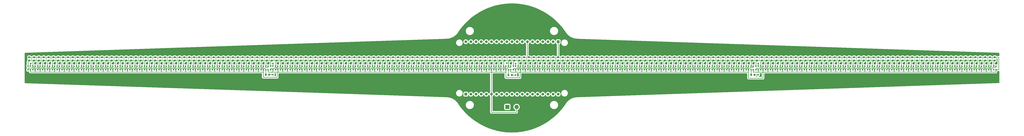
<source format=gtl>
G04 #@! TF.GenerationSoftware,KiCad,Pcbnew,(6.0.6)*
G04 #@! TF.CreationDate,2022-08-28T18:45:50+02:00*
G04 #@! TF.ProjectId,Pantalla_POV_V2,50616e74-616c-46c6-915f-504f565f5632,rev?*
G04 #@! TF.SameCoordinates,Original*
G04 #@! TF.FileFunction,Copper,L1,Top*
G04 #@! TF.FilePolarity,Positive*
%FSLAX46Y46*%
G04 Gerber Fmt 4.6, Leading zero omitted, Abs format (unit mm)*
G04 Created by KiCad (PCBNEW (6.0.6)) date 2022-08-28 18:45:50*
%MOMM*%
%LPD*%
G01*
G04 APERTURE LIST*
G04 Aperture macros list*
%AMRoundRect*
0 Rectangle with rounded corners*
0 $1 Rounding radius*
0 $2 $3 $4 $5 $6 $7 $8 $9 X,Y pos of 4 corners*
0 Add a 4 corners polygon primitive as box body*
4,1,4,$2,$3,$4,$5,$6,$7,$8,$9,$2,$3,0*
0 Add four circle primitives for the rounded corners*
1,1,$1+$1,$2,$3*
1,1,$1+$1,$4,$5*
1,1,$1+$1,$6,$7*
1,1,$1+$1,$8,$9*
0 Add four rect primitives between the rounded corners*
20,1,$1+$1,$2,$3,$4,$5,0*
20,1,$1+$1,$4,$5,$6,$7,0*
20,1,$1+$1,$6,$7,$8,$9,0*
20,1,$1+$1,$8,$9,$2,$3,0*%
G04 Aperture macros list end*
G04 #@! TA.AperFunction,SMDPad,CuDef*
%ADD10RoundRect,0.225000X0.250000X-0.225000X0.250000X0.225000X-0.250000X0.225000X-0.250000X-0.225000X0*%
G04 #@! TD*
G04 #@! TA.AperFunction,SMDPad,CuDef*
%ADD11R,0.700000X0.700000*%
G04 #@! TD*
G04 #@! TA.AperFunction,SMDPad,CuDef*
%ADD12RoundRect,0.200000X-0.200000X-0.275000X0.200000X-0.275000X0.200000X0.275000X-0.200000X0.275000X0*%
G04 #@! TD*
G04 #@! TA.AperFunction,ComponentPad*
%ADD13RoundRect,0.250001X-0.799999X-0.799999X0.799999X-0.799999X0.799999X0.799999X-0.799999X0.799999X0*%
G04 #@! TD*
G04 #@! TA.AperFunction,ComponentPad*
%ADD14C,2.100000*%
G04 #@! TD*
G04 #@! TA.AperFunction,ComponentPad*
%ADD15R,1.350000X1.350000*%
G04 #@! TD*
G04 #@! TA.AperFunction,ComponentPad*
%ADD16C,1.350000*%
G04 #@! TD*
G04 #@! TA.AperFunction,ViaPad*
%ADD17C,0.800000*%
G04 #@! TD*
G04 #@! TA.AperFunction,Conductor*
%ADD18C,0.250000*%
G04 #@! TD*
G04 APERTURE END LIST*
D10*
X334860000Y-107460000D03*
X334860000Y-105910000D03*
X541260000Y-107460000D03*
X541260000Y-105910000D03*
X438060000Y-107460000D03*
X438060000Y-105910000D03*
X315660000Y-107460000D03*
X315660000Y-105910000D03*
X603660000Y-107460000D03*
X603660000Y-105910000D03*
D11*
X233510000Y-112088522D03*
X234610000Y-112088522D03*
X234610000Y-110258522D03*
X233510000Y-110258522D03*
X408710000Y-112088522D03*
X409810000Y-112088522D03*
X409810000Y-110258522D03*
X408710000Y-110258522D03*
X567110000Y-112088522D03*
X568210000Y-112088522D03*
X568210000Y-110258522D03*
X567110000Y-110258522D03*
X192710000Y-112088522D03*
X193810000Y-112088522D03*
X193810000Y-110258522D03*
X192710000Y-110258522D03*
X197510000Y-112088522D03*
X198610000Y-112088522D03*
X198610000Y-110258522D03*
X197510000Y-110258522D03*
D10*
X565260000Y-107460000D03*
X565260000Y-105910000D03*
D11*
X329510000Y-112088522D03*
X330610000Y-112088522D03*
X330610000Y-110258522D03*
X329510000Y-110258522D03*
D10*
X514860000Y-107460000D03*
X514860000Y-105910000D03*
D11*
X353510000Y-112088522D03*
X354610000Y-112088522D03*
X354610000Y-110258522D03*
X353510000Y-110258522D03*
X375110000Y-112088522D03*
X376210000Y-112088522D03*
X376210000Y-110258522D03*
X375110000Y-110258522D03*
D10*
X644460000Y-107460000D03*
X644460000Y-105910000D03*
D11*
X331910000Y-112088522D03*
X333010000Y-112088522D03*
X333010000Y-110258522D03*
X331910000Y-110258522D03*
X468710000Y-112088522D03*
X469810000Y-112088522D03*
X469810000Y-110258522D03*
X468710000Y-110258522D03*
D10*
X368460000Y-107460000D03*
X368460000Y-105910000D03*
X337260000Y-107460000D03*
X337260000Y-105910000D03*
X322860000Y-107460000D03*
X322860000Y-105910000D03*
D11*
X605510000Y-112088522D03*
X606610000Y-112088522D03*
X606610000Y-110258522D03*
X605510000Y-110258522D03*
X466309999Y-112088522D03*
X467409999Y-112088522D03*
X467409999Y-110258522D03*
X466309999Y-110258522D03*
D10*
X258060000Y-107460000D03*
X258060000Y-105910000D03*
D11*
X540710000Y-112088522D03*
X541810000Y-112088522D03*
X541810000Y-110258522D03*
X540710000Y-110258522D03*
X600710000Y-112088522D03*
X601810000Y-112088522D03*
X601810000Y-110258522D03*
X600710000Y-110258522D03*
D10*
X332460000Y-107460000D03*
X332460000Y-105910000D03*
D11*
X478309999Y-112088522D03*
X479409999Y-112088522D03*
X479409999Y-110258522D03*
X478309999Y-110258522D03*
X226310000Y-112088522D03*
X227410000Y-112088522D03*
X227410000Y-110258522D03*
X226310000Y-110258522D03*
D10*
X421260000Y-107460000D03*
X421260000Y-105910000D03*
D11*
X343910000Y-112088522D03*
X345010000Y-112088522D03*
X345010000Y-110258522D03*
X343910000Y-110258522D03*
X528710000Y-112088522D03*
X529810000Y-112088522D03*
X529810000Y-110258522D03*
X528710000Y-110258522D03*
X516710000Y-112088522D03*
X517810000Y-112088522D03*
X517810000Y-110258522D03*
X516710000Y-110258522D03*
D10*
X378060000Y-107460000D03*
X378060000Y-105910000D03*
D11*
X389510000Y-112088522D03*
X390610000Y-112088522D03*
X390610000Y-110258522D03*
X389510000Y-110258522D03*
X521510000Y-112088522D03*
X522610000Y-112088522D03*
X522610000Y-110258522D03*
X521510000Y-110258522D03*
D10*
X370860000Y-107460000D03*
X370860000Y-105910000D03*
X320460000Y-107460000D03*
X320460000Y-105910000D03*
D11*
X562310000Y-112088522D03*
X563410000Y-112088522D03*
X563410000Y-110258522D03*
X562310000Y-110258522D03*
D10*
X181260000Y-107460000D03*
X181260000Y-105910000D03*
X231660000Y-107460000D03*
X231660000Y-105910000D03*
D11*
X315110000Y-112088522D03*
X316210000Y-112088522D03*
X316210000Y-110258522D03*
X315110000Y-110258522D03*
D10*
X296460000Y-107460000D03*
X296460000Y-105910000D03*
X248460000Y-107460000D03*
X248460000Y-105910000D03*
D11*
X238310000Y-112088522D03*
X239410000Y-112088522D03*
X239410000Y-110258522D03*
X238310000Y-110258522D03*
D10*
X476460000Y-107460000D03*
X476460000Y-105910000D03*
X267660000Y-107460000D03*
X267660000Y-105910000D03*
X610860000Y-107460000D03*
X610860000Y-105910000D03*
D11*
X255110000Y-112088522D03*
X256210000Y-112088522D03*
X256210000Y-110258522D03*
X255110000Y-110258522D03*
X231110000Y-112088522D03*
X232210000Y-112088522D03*
X232210000Y-110258522D03*
X231110000Y-110258522D03*
D10*
X198060000Y-107460000D03*
X198060000Y-105910000D03*
X394860000Y-107460000D03*
X394860000Y-105910000D03*
D11*
X341510000Y-112088522D03*
X342610000Y-112088522D03*
X342610000Y-110258522D03*
X341510000Y-110258522D03*
X418310000Y-112088522D03*
X419410000Y-112088522D03*
X419410000Y-110258522D03*
X418310000Y-110258522D03*
X257510000Y-112088522D03*
X258610000Y-112088522D03*
X258610000Y-110258522D03*
X257510000Y-110258522D03*
D10*
X462060000Y-107460000D03*
X462060000Y-105910000D03*
D11*
X447110000Y-112088522D03*
X448210000Y-112088522D03*
X448210000Y-110258522D03*
X447110000Y-110258522D03*
X639110000Y-112088522D03*
X640210000Y-112088522D03*
X640210000Y-110258522D03*
X639110000Y-110258522D03*
D10*
X550860000Y-107460000D03*
X550860000Y-105910000D03*
X313260000Y-107460000D03*
X313260000Y-105910000D03*
X354060000Y-107460000D03*
X354060000Y-105910000D03*
D11*
X581510000Y-112088522D03*
X582610000Y-112088522D03*
X582610000Y-110258522D03*
X581510000Y-110258522D03*
D10*
X567660000Y-107460000D03*
X567660000Y-105910000D03*
X531660000Y-107460000D03*
X531660000Y-105910000D03*
D11*
X288710000Y-112088522D03*
X289810000Y-112088522D03*
X289810000Y-110258522D03*
X288710000Y-110258522D03*
X415910000Y-112088522D03*
X417010000Y-112088522D03*
X417010000Y-110258522D03*
X415910000Y-110258522D03*
X351110000Y-112088522D03*
X352210000Y-112088522D03*
X352210000Y-110258522D03*
X351110000Y-110258522D03*
X547910000Y-112088522D03*
X549010000Y-112088522D03*
X549010000Y-110258522D03*
X547910000Y-110258522D03*
D10*
X246060000Y-107460000D03*
X246060000Y-105910000D03*
D11*
X595910000Y-112088522D03*
X597010000Y-112088522D03*
X597010000Y-110258522D03*
X595910000Y-110258522D03*
D10*
X510060000Y-107460000D03*
X510060000Y-105910000D03*
X642060000Y-107460000D03*
X642060000Y-105910000D03*
X418860000Y-107460000D03*
X418860000Y-105910000D03*
D11*
X610310000Y-112088522D03*
X611410000Y-112088522D03*
X611410000Y-110258522D03*
X610310000Y-110258522D03*
D10*
X226860000Y-107460000D03*
X226860000Y-105910000D03*
X457260000Y-107460000D03*
X457260000Y-105910000D03*
D11*
X507110000Y-112088522D03*
X508210000Y-112088522D03*
X508210000Y-110258522D03*
X507110000Y-110258522D03*
X432710000Y-112088522D03*
X433810000Y-112088522D03*
X433810000Y-110258522D03*
X432710000Y-110258522D03*
X588710000Y-112088522D03*
X589810000Y-112088522D03*
X589810000Y-110258522D03*
X588710000Y-110258522D03*
X406310000Y-112088522D03*
X407410000Y-112088522D03*
X407410000Y-110258522D03*
X406310000Y-110258522D03*
X300710000Y-112088522D03*
X301810000Y-112088522D03*
X301810000Y-110258522D03*
X300710000Y-110258522D03*
X276710000Y-112088522D03*
X277810000Y-112088522D03*
X277810000Y-110258522D03*
X276710000Y-110258522D03*
X485510000Y-112088522D03*
X486610000Y-112088522D03*
X486610000Y-110258522D03*
X485510000Y-110258522D03*
D10*
X385260000Y-107460000D03*
X385260000Y-105910000D03*
X277260000Y-107460000D03*
X277260000Y-105910000D03*
D11*
X216710000Y-112088522D03*
X217810000Y-112088522D03*
X217810000Y-110258522D03*
X216710000Y-110258522D03*
X526310000Y-112088522D03*
X527410000Y-112088522D03*
X527410000Y-110258522D03*
X526310000Y-110258522D03*
D10*
X325260000Y-107460000D03*
X325260000Y-105910000D03*
X500460000Y-107460000D03*
X500460000Y-105910000D03*
X274860000Y-107460000D03*
X274860000Y-105910000D03*
X375660000Y-107460000D03*
X375660000Y-105910000D03*
D12*
X298315000Y-114500000D03*
X299965000Y-114500000D03*
D10*
X342060000Y-107460000D03*
X342060000Y-105910000D03*
D11*
X334310000Y-112088522D03*
X335410000Y-112088522D03*
X335410000Y-110258522D03*
X334310000Y-110258522D03*
D10*
X346860000Y-107460000D03*
X346860000Y-105910000D03*
D11*
X624710000Y-112088522D03*
X625810000Y-112088522D03*
X625810000Y-110258522D03*
X624710000Y-110258522D03*
X367910000Y-112088522D03*
X369010000Y-112088522D03*
X369010000Y-110258522D03*
X367910000Y-110258522D03*
D10*
X265260000Y-107460000D03*
X265260000Y-105910000D03*
D11*
X449510000Y-112088522D03*
X450610000Y-112088522D03*
X450610000Y-110258522D03*
X449510000Y-110258522D03*
X207110000Y-112088522D03*
X208210000Y-112088522D03*
X208210000Y-110258522D03*
X207110000Y-110258522D03*
X583910000Y-112088522D03*
X585010000Y-112088522D03*
X585010000Y-110258522D03*
X583910000Y-110258522D03*
X439910000Y-112088522D03*
X441010000Y-112088522D03*
X441010000Y-110258522D03*
X439910000Y-110258522D03*
X183110000Y-112088522D03*
X184210000Y-112088522D03*
X184210000Y-110258522D03*
X183110000Y-110258522D03*
X252710000Y-112088522D03*
X253810000Y-112088522D03*
X253810000Y-110258522D03*
X252710000Y-110258522D03*
D10*
X426060000Y-107460000D03*
X426060000Y-105910000D03*
D11*
X312710000Y-112088522D03*
X313810000Y-112088522D03*
X313810000Y-110258522D03*
X312710000Y-110258522D03*
D10*
X294060000Y-107460000D03*
X294060000Y-105910000D03*
X560460000Y-107460000D03*
X560460000Y-105910000D03*
X445260000Y-107460000D03*
X445260000Y-105910000D03*
X253260000Y-107460000D03*
X253260000Y-105910000D03*
D11*
X370310000Y-112088522D03*
X371410000Y-112088522D03*
X371410000Y-110258522D03*
X370310000Y-110258522D03*
X629510000Y-112088522D03*
X630610000Y-112088522D03*
X630610000Y-110258522D03*
X629510000Y-110258522D03*
X483110000Y-112088522D03*
X484210000Y-112088522D03*
X484210000Y-110258522D03*
X483110000Y-110258522D03*
D10*
X577260000Y-107460000D03*
X577260000Y-105910000D03*
X404460000Y-107460000D03*
X404460000Y-105910000D03*
X190860000Y-107460000D03*
X190860000Y-105910000D03*
D11*
X571910000Y-112088522D03*
X573010000Y-112088522D03*
X573010000Y-110258522D03*
X571910000Y-110258522D03*
D10*
X538860000Y-107460000D03*
X538860000Y-105910000D03*
X214860000Y-107460000D03*
X214860000Y-105910000D03*
X286860000Y-107460000D03*
X286860000Y-105910000D03*
X358860000Y-107460000D03*
X358860000Y-105910000D03*
D11*
X519110000Y-112088522D03*
X520210000Y-112088522D03*
X520210000Y-110258522D03*
X519110000Y-110258522D03*
X514310000Y-112088522D03*
X515410000Y-112088522D03*
X515410000Y-110258522D03*
X514310000Y-110258522D03*
D10*
X584460000Y-107460000D03*
X584460000Y-105910000D03*
X654060000Y-107460000D03*
X654060000Y-105910000D03*
D11*
X195110000Y-112088522D03*
X196210000Y-112088522D03*
X196210000Y-110258522D03*
X195110000Y-110258522D03*
X394310000Y-112088522D03*
X395410000Y-112088522D03*
X395410000Y-110258522D03*
X394310000Y-110258522D03*
D10*
X632460000Y-107460000D03*
X632460000Y-105910000D03*
X361260000Y-107460000D03*
X361260000Y-105910000D03*
D11*
X271910000Y-112088522D03*
X273010000Y-112088522D03*
X273010000Y-110258522D03*
X271910000Y-110258522D03*
D10*
X416460000Y-107460000D03*
X416460000Y-105910000D03*
X522060000Y-107460000D03*
X522060000Y-105910000D03*
X534060000Y-107460000D03*
X534060000Y-105910000D03*
X548460000Y-107460000D03*
X548460000Y-105910000D03*
D11*
X538310000Y-112088522D03*
X539410000Y-112088522D03*
X539410000Y-110258522D03*
X538310000Y-110258522D03*
D10*
X387660000Y-107460000D03*
X387660000Y-105910000D03*
D11*
X214310000Y-112088522D03*
X215410000Y-112088522D03*
X215410000Y-110258522D03*
X214310000Y-110258522D03*
D10*
X205260000Y-107460000D03*
X205260000Y-105910000D03*
X450060000Y-107460000D03*
X450060000Y-105910000D03*
X236460000Y-107460000D03*
X236460000Y-105910000D03*
X399660000Y-107460000D03*
X399660000Y-105910000D03*
X627660000Y-107460000D03*
X627660000Y-105910000D03*
D11*
X262310000Y-112088522D03*
X263410000Y-112088522D03*
X263410000Y-110258522D03*
X262310000Y-110258522D03*
D10*
X318060000Y-107460000D03*
X318060000Y-105910000D03*
X471660000Y-107460000D03*
X471660000Y-105910000D03*
X260460000Y-107460000D03*
X260460000Y-105910000D03*
D11*
X281510000Y-112088522D03*
X282610000Y-112088522D03*
X282610000Y-110258522D03*
X281510000Y-110258522D03*
X322310000Y-112088522D03*
X323410000Y-112088522D03*
X323410000Y-110258522D03*
X322310000Y-110258522D03*
D10*
X490860000Y-107460000D03*
X490860000Y-105910000D03*
D11*
X504710000Y-112088522D03*
X505810000Y-112088522D03*
X505810000Y-110258522D03*
X504710000Y-110258522D03*
X631910000Y-112088522D03*
X633010000Y-112088522D03*
X633010000Y-110258522D03*
X631910000Y-110258522D03*
D10*
X310860000Y-107460000D03*
X310860000Y-105910000D03*
X210060000Y-107460000D03*
X210060000Y-105910000D03*
D11*
X365510000Y-112088522D03*
X366610000Y-112088522D03*
X366610000Y-110258522D03*
X365510000Y-110258522D03*
X574310000Y-112088522D03*
X575410000Y-112088522D03*
X575410000Y-110258522D03*
X574310000Y-110258522D03*
D10*
X428460000Y-107460000D03*
X428460000Y-105910000D03*
X193260000Y-107460000D03*
X193260000Y-105910000D03*
D11*
X435110000Y-112088522D03*
X436210000Y-112088522D03*
X436210000Y-110258522D03*
X435110000Y-110258522D03*
D10*
X598860000Y-107460000D03*
X598860000Y-105910000D03*
X507660000Y-107460000D03*
X507660000Y-105910000D03*
X622860000Y-107460000D03*
X622860000Y-105910000D03*
D11*
X396710000Y-112088522D03*
X397810000Y-112088522D03*
X397810000Y-110258522D03*
X396710000Y-110258522D03*
X555110000Y-112088522D03*
X556210000Y-112088522D03*
X556210000Y-110258522D03*
X555110000Y-110258522D03*
D10*
X284460000Y-107460000D03*
X284460000Y-105910000D03*
X649260000Y-107460000D03*
X649260000Y-105910000D03*
X526860000Y-107460000D03*
X526860000Y-105910000D03*
D11*
X286310000Y-112088522D03*
X287410000Y-112088522D03*
X287410000Y-110258522D03*
X286310000Y-110258522D03*
X559910000Y-112088522D03*
X561010000Y-112088522D03*
X561010000Y-110258522D03*
X559910000Y-110258522D03*
D10*
X637260000Y-107460000D03*
X637260000Y-105910000D03*
X306060000Y-107460000D03*
X306060000Y-105910000D03*
D11*
X245510000Y-112088522D03*
X246610000Y-112088522D03*
X246610000Y-110258522D03*
X245510000Y-110258522D03*
D10*
X553260000Y-107460000D03*
X553260000Y-105910000D03*
X327660000Y-107460000D03*
X327660000Y-105910000D03*
D11*
X305510000Y-112088522D03*
X306610000Y-112088522D03*
X306610000Y-110258522D03*
X305510000Y-110258522D03*
D10*
X414060000Y-107460000D03*
X414060000Y-105910000D03*
D11*
X267110000Y-112088522D03*
X268210000Y-112088522D03*
X268210000Y-110258522D03*
X267110000Y-110258522D03*
D10*
X502860000Y-107460000D03*
X502860000Y-105910000D03*
D11*
X576710000Y-112088522D03*
X577810000Y-112088522D03*
X577810000Y-110258522D03*
X576710000Y-110258522D03*
D10*
X183660000Y-107460000D03*
X183660000Y-105910000D03*
D11*
X243110000Y-112088522D03*
X244210000Y-112088522D03*
X244210000Y-110258522D03*
X243110000Y-110258522D03*
X511910000Y-112088522D03*
X513010000Y-112088522D03*
X513010000Y-110258522D03*
X511910000Y-110258522D03*
X401510000Y-112088522D03*
X402610000Y-112088522D03*
X402610000Y-110258522D03*
X401510000Y-110258522D03*
X646310000Y-112088522D03*
X647410000Y-112088522D03*
X647410000Y-110258522D03*
X646310000Y-110258522D03*
X190310000Y-112088522D03*
X191410000Y-112088522D03*
X191410000Y-110258522D03*
X190310000Y-110258522D03*
X471110000Y-112088522D03*
X472210000Y-112088522D03*
X472210000Y-110258522D03*
X471110000Y-110258522D03*
X240710000Y-112088522D03*
X241810000Y-112088522D03*
X241810000Y-110258522D03*
X240710000Y-110258522D03*
D10*
X618060000Y-107460000D03*
X618060000Y-105910000D03*
X440460000Y-107460000D03*
X440460000Y-105910000D03*
X262860000Y-107460000D03*
X262860000Y-105910000D03*
D11*
X339110000Y-112088522D03*
X340210000Y-112088522D03*
X340210000Y-110258522D03*
X339110000Y-110258522D03*
D10*
X555660000Y-107460000D03*
X555660000Y-105910000D03*
X536460000Y-107460000D03*
X536460000Y-105910000D03*
X651660000Y-107460000D03*
X651660000Y-105910000D03*
X272460000Y-107460000D03*
X272460000Y-105910000D03*
X466860000Y-107460000D03*
X466860000Y-105910000D03*
X495660000Y-107460000D03*
X495660000Y-105910000D03*
X250860000Y-107460000D03*
X250860000Y-105910000D03*
X195660000Y-107460000D03*
X195660000Y-105910000D03*
X639660000Y-107460000D03*
X639660000Y-105910000D03*
X241260000Y-107460000D03*
X241260000Y-105910000D03*
D11*
X307910000Y-112088522D03*
X309010000Y-112088522D03*
X309010000Y-110258522D03*
X307910000Y-110258522D03*
D10*
X519660000Y-107460000D03*
X519660000Y-105910000D03*
D11*
X591110000Y-112088522D03*
X592210000Y-112088522D03*
X592210000Y-110258522D03*
X591110000Y-110258522D03*
D10*
X409260000Y-107460000D03*
X409260000Y-105910000D03*
X505260000Y-107460000D03*
X505260000Y-105910000D03*
X363660000Y-107460000D03*
X363660000Y-105910000D03*
D11*
X495110000Y-112088522D03*
X496210000Y-112088522D03*
X496210000Y-110258522D03*
X495110000Y-110258522D03*
D10*
X474060000Y-107460000D03*
X474060000Y-105910000D03*
X469260000Y-107460000D03*
X469260000Y-105910000D03*
X634860000Y-107460000D03*
X634860000Y-105910000D03*
X186060000Y-107460000D03*
X186060000Y-105910000D03*
D11*
X552710000Y-112088522D03*
X553810000Y-112088522D03*
X553810000Y-110258522D03*
X552710000Y-110258522D03*
D10*
X570060000Y-107460000D03*
X570060000Y-105910000D03*
D11*
X363110000Y-112088522D03*
X364210000Y-112088522D03*
X364210000Y-110258522D03*
X363110000Y-110258522D03*
D10*
X301260000Y-107460000D03*
X301260000Y-105910000D03*
X188460000Y-107460000D03*
X188460000Y-105910000D03*
X630060000Y-107460000D03*
X630060000Y-105910000D03*
D11*
X199910000Y-112088522D03*
X201010000Y-112088522D03*
X201010000Y-110258522D03*
X199910000Y-110258522D03*
D10*
X202860000Y-107460000D03*
X202860000Y-105910000D03*
D11*
X250310000Y-112088522D03*
X251410000Y-112088522D03*
X251410000Y-110258522D03*
X250310000Y-110258522D03*
X310310000Y-112088522D03*
X311410000Y-112088522D03*
X311410000Y-110258522D03*
X310310000Y-110258522D03*
X598310000Y-112088522D03*
X599410000Y-112088522D03*
X599410000Y-110258522D03*
X598310000Y-110258522D03*
D10*
X339660000Y-107460000D03*
X339660000Y-105910000D03*
X512460000Y-107460000D03*
X512460000Y-105910000D03*
X606060000Y-107460000D03*
X606060000Y-105910000D03*
D11*
X187910000Y-112088522D03*
X189010000Y-112088522D03*
X189010000Y-110258522D03*
X187910000Y-110258522D03*
D10*
X390060000Y-107460000D03*
X390060000Y-105910000D03*
X464460000Y-107460000D03*
X464460000Y-105910000D03*
D11*
X324710000Y-112088522D03*
X325810000Y-112088522D03*
X325810000Y-110258522D03*
X324710000Y-110258522D03*
D10*
X279660000Y-107460000D03*
X279660000Y-105910000D03*
D11*
X437510000Y-112088522D03*
X438610000Y-112088522D03*
X438610000Y-110258522D03*
X437510000Y-110258522D03*
X413510000Y-112088522D03*
X414610000Y-112088522D03*
X414610000Y-110258522D03*
X413510000Y-110258522D03*
D13*
X417750000Y-130500000D03*
D14*
X422350000Y-130500000D03*
D11*
X430310000Y-112088522D03*
X431410000Y-112088522D03*
X431410000Y-110258522D03*
X430310000Y-110258522D03*
D10*
X406860000Y-107460000D03*
X406860000Y-105910000D03*
D11*
X259910000Y-112088522D03*
X261010000Y-112088522D03*
X261010000Y-110258522D03*
X259910000Y-110258522D03*
X444710000Y-112088522D03*
X445810000Y-112088522D03*
X445810000Y-110258522D03*
X444710000Y-110258522D03*
D10*
X200460000Y-107460000D03*
X200460000Y-105910000D03*
X234060000Y-107460000D03*
X234060000Y-105910000D03*
D11*
X358310000Y-112088522D03*
X359410000Y-112088522D03*
X359410000Y-110258522D03*
X358310000Y-110258522D03*
X377510000Y-112088522D03*
X378610000Y-112088522D03*
X378610000Y-110258522D03*
X377510000Y-110258522D03*
D10*
X351660000Y-107460000D03*
X351660000Y-105910000D03*
D11*
X228710000Y-112088522D03*
X229810000Y-112088522D03*
X229810000Y-110258522D03*
X228710000Y-110258522D03*
D10*
X646860000Y-107460000D03*
X646860000Y-105910000D03*
D11*
X346310000Y-112088522D03*
X347410000Y-112088522D03*
X347410000Y-110258522D03*
X346310000Y-110258522D03*
X545510000Y-112088522D03*
X546610000Y-112088522D03*
X546610000Y-110258522D03*
X545510000Y-110258522D03*
D10*
X291660000Y-107460000D03*
X291660000Y-105910000D03*
D11*
X586310000Y-112088522D03*
X587410000Y-112088522D03*
X587410000Y-110258522D03*
X586310000Y-110258522D03*
X223910000Y-112088522D03*
X225010000Y-112088522D03*
X225010000Y-110258522D03*
X223910000Y-110258522D03*
D10*
X601260000Y-107460000D03*
X601260000Y-105910000D03*
D11*
X420710000Y-112088522D03*
X421810000Y-112088522D03*
X421810000Y-110258522D03*
X420710000Y-110258522D03*
X634310000Y-112088522D03*
X635410000Y-112088522D03*
X635410000Y-110258522D03*
X634310000Y-110258522D03*
X336710000Y-112088522D03*
X337810000Y-112088522D03*
X337810000Y-110258522D03*
X336710000Y-110258522D03*
D10*
X289260000Y-107460000D03*
X289260000Y-105910000D03*
X608460000Y-107460000D03*
X608460000Y-105910000D03*
D11*
X411110000Y-112088522D03*
X412210000Y-112088522D03*
X412210000Y-110258522D03*
X411110000Y-110258522D03*
X235910000Y-112088522D03*
X237010000Y-112088522D03*
X237010000Y-110258522D03*
X235910000Y-110258522D03*
X490309999Y-112088522D03*
X491409999Y-112088522D03*
X491409999Y-110258522D03*
X490309999Y-110258522D03*
D10*
X298860000Y-107460000D03*
X298860000Y-105910000D03*
D11*
X303110000Y-112088522D03*
X304210000Y-112088522D03*
X304210000Y-110258522D03*
X303110000Y-110258522D03*
X317510000Y-112088522D03*
X318610000Y-112088522D03*
X318610000Y-110258522D03*
X317510000Y-110258522D03*
X423110000Y-112088522D03*
X424210000Y-112088522D03*
X424210000Y-110258522D03*
X423110000Y-110258522D03*
D10*
X483660000Y-107460000D03*
X483660000Y-105910000D03*
D11*
X403910000Y-112088522D03*
X405010000Y-112088522D03*
X405010000Y-110258522D03*
X403910000Y-110258522D03*
X543110000Y-112088522D03*
X544210000Y-112088522D03*
X544210000Y-110258522D03*
X543110000Y-110258522D03*
D10*
X255660000Y-107460000D03*
X255660000Y-105910000D03*
D11*
X564710000Y-112088522D03*
X565810000Y-112088522D03*
X565810000Y-110258522D03*
X564710000Y-110258522D03*
X327110000Y-112088522D03*
X328210000Y-112088522D03*
X328210000Y-110258522D03*
X327110000Y-110258522D03*
D10*
X478860000Y-107460000D03*
X478860000Y-105910000D03*
D11*
X480710000Y-112088522D03*
X481810000Y-112088522D03*
X481810000Y-110258522D03*
X480710000Y-110258522D03*
X487910000Y-112088522D03*
X489010000Y-112088522D03*
X489010000Y-110258522D03*
X487910000Y-110258522D03*
D10*
X447660000Y-107460000D03*
X447660000Y-105910000D03*
X303660000Y-107460000D03*
X303660000Y-105910000D03*
X656460000Y-107460000D03*
X656460000Y-105910000D03*
X459660000Y-107460000D03*
X459660000Y-105910000D03*
X572460000Y-107460000D03*
X572460000Y-105910000D03*
D11*
X180710000Y-112088522D03*
X181810000Y-112088522D03*
X181810000Y-110258522D03*
X180710000Y-110258522D03*
D10*
X493260000Y-107460000D03*
X493260000Y-105910000D03*
D11*
X211910000Y-112088522D03*
X213010000Y-112088522D03*
X213010000Y-110258522D03*
X211910000Y-110258522D03*
X627110000Y-112088522D03*
X628210000Y-112088522D03*
X628210000Y-110258522D03*
X627110000Y-110258522D03*
X579110000Y-112088522D03*
X580210000Y-112088522D03*
X580210000Y-110258522D03*
X579110000Y-110258522D03*
D10*
X207660000Y-107460000D03*
X207660000Y-105910000D03*
X488460000Y-107460000D03*
X488460000Y-105910000D03*
D11*
X348710000Y-112088522D03*
X349810000Y-112088522D03*
X349810000Y-110258522D03*
X348710000Y-110258522D03*
X603110000Y-112088522D03*
X604210000Y-112088522D03*
X604210000Y-110258522D03*
X603110000Y-110258522D03*
X269510000Y-112088522D03*
X270610000Y-112088522D03*
X270610000Y-110258522D03*
X269510000Y-110258522D03*
D10*
X224460000Y-107460000D03*
X224460000Y-105910000D03*
X282060000Y-107460000D03*
X282060000Y-105910000D03*
D11*
X550310000Y-112088522D03*
X551410000Y-112088522D03*
X551410000Y-110258522D03*
X550310000Y-110258522D03*
D10*
X430860000Y-107460000D03*
X430860000Y-105910000D03*
X212460000Y-107460000D03*
X212460000Y-105910000D03*
D11*
X451910000Y-112088522D03*
X453010000Y-112088522D03*
X453010000Y-110258522D03*
X451910000Y-110258522D03*
X319910000Y-112088522D03*
X321010000Y-112088522D03*
X321010000Y-110258522D03*
X319910000Y-110258522D03*
D10*
X435660000Y-107460000D03*
X435660000Y-105910000D03*
X219660000Y-107460000D03*
X219660000Y-105910000D03*
D11*
X274310000Y-112088522D03*
X275410000Y-112088522D03*
X275410000Y-110258522D03*
X274310000Y-110258522D03*
X279110000Y-112088522D03*
X280210000Y-112088522D03*
X280210000Y-110258522D03*
X279110000Y-110258522D03*
D10*
X397260000Y-107460000D03*
X397260000Y-105910000D03*
D11*
X459110000Y-112088522D03*
X460210000Y-112088522D03*
X460210000Y-110258522D03*
X459110000Y-110258522D03*
X355910000Y-112088522D03*
X357010000Y-112088522D03*
X357010000Y-110258522D03*
X355910000Y-110258522D03*
X247910000Y-112088522D03*
X249010000Y-112088522D03*
X249010000Y-110258522D03*
X247910000Y-110258522D03*
X502310000Y-112088522D03*
X503410000Y-112088522D03*
X503410000Y-110258522D03*
X502310000Y-110258522D03*
X387110000Y-112088522D03*
X388210000Y-112088522D03*
X388210000Y-110258522D03*
X387110000Y-110258522D03*
X379910000Y-112088522D03*
X381010000Y-112088522D03*
X381010000Y-110258522D03*
X379910000Y-110258522D03*
D10*
X270060000Y-107460000D03*
X270060000Y-105910000D03*
D11*
X425510000Y-112088522D03*
X426610000Y-112088522D03*
X426610000Y-110258522D03*
X425510000Y-110258522D03*
X653510000Y-112088522D03*
X654610000Y-112088522D03*
X654610000Y-110258522D03*
X653510000Y-110258522D03*
D10*
X356460000Y-107460000D03*
X356460000Y-105910000D03*
D11*
X391910000Y-112088522D03*
X393010000Y-112088522D03*
X393010000Y-110258522D03*
X391910000Y-110258522D03*
D10*
X442860000Y-107460000D03*
X442860000Y-105910000D03*
D11*
X456710000Y-112088522D03*
X457810000Y-112088522D03*
X457810000Y-110258522D03*
X456710000Y-110258522D03*
D10*
X423660000Y-107460000D03*
X423660000Y-105910000D03*
D11*
X204710000Y-112088522D03*
X205810000Y-112088522D03*
X205810000Y-110258522D03*
X204710000Y-110258522D03*
D10*
X481260000Y-107460000D03*
X481260000Y-105910000D03*
X658860000Y-107460000D03*
X658860000Y-105910000D03*
X380460000Y-107460000D03*
X380460000Y-105910000D03*
X238860000Y-107460000D03*
X238860000Y-105910000D03*
X366060000Y-107460000D03*
X366060000Y-105910000D03*
D12*
X538335000Y-114620000D03*
X539985000Y-114620000D03*
D11*
X291110000Y-112088522D03*
X292210000Y-112088522D03*
X292210000Y-110258522D03*
X291110000Y-110258522D03*
D10*
X222060000Y-107460000D03*
X222060000Y-105910000D03*
D11*
X648710000Y-112088522D03*
X649810000Y-112088522D03*
X649810000Y-110258522D03*
X648710000Y-110258522D03*
X463910000Y-112088522D03*
X465010000Y-112088522D03*
X465010000Y-110258522D03*
X463910000Y-110258522D03*
D10*
X330060000Y-107460000D03*
X330060000Y-105910000D03*
D11*
X607910000Y-112088522D03*
X609010000Y-112088522D03*
X609010000Y-110258522D03*
X607910000Y-110258522D03*
D10*
X562860000Y-107460000D03*
X562860000Y-105910000D03*
D11*
X655910000Y-112088522D03*
X657010000Y-112088522D03*
X657010000Y-110258522D03*
X655910000Y-110258522D03*
D10*
X411660000Y-107460000D03*
X411660000Y-105910000D03*
X344460000Y-107460000D03*
X344460000Y-105910000D03*
D11*
X219110000Y-112088522D03*
X220210000Y-112088522D03*
X220210000Y-110258522D03*
X219110000Y-110258522D03*
X497510000Y-112088522D03*
X498610000Y-112088522D03*
X498610000Y-110258522D03*
X497510000Y-110258522D03*
D12*
X418305000Y-114710000D03*
X419955000Y-114710000D03*
D11*
X475910000Y-112088522D03*
X477010000Y-112088522D03*
X477010000Y-110258522D03*
X475910000Y-110258522D03*
D10*
X579660000Y-107460000D03*
X579660000Y-105910000D03*
X243660000Y-107460000D03*
X243660000Y-105910000D03*
D11*
X531110000Y-112088522D03*
X532210000Y-112088522D03*
X532210000Y-110258522D03*
X531110000Y-110258522D03*
X636710000Y-112088522D03*
X637810000Y-112088522D03*
X637810000Y-110258522D03*
X636710000Y-110258522D03*
X617510000Y-112088522D03*
X618610000Y-112088522D03*
X618610000Y-110258522D03*
X617510000Y-110258522D03*
D10*
X591660000Y-107460000D03*
X591660000Y-105910000D03*
D11*
X384710000Y-112088522D03*
X385810000Y-112088522D03*
X385810000Y-110258522D03*
X384710000Y-110258522D03*
D10*
X498060000Y-107460000D03*
X498060000Y-105910000D03*
D11*
X202310000Y-112088522D03*
X203410000Y-112088522D03*
X203410000Y-110258522D03*
X202310000Y-110258522D03*
D10*
X217260000Y-107460000D03*
X217260000Y-105910000D03*
D11*
X622310000Y-112088522D03*
X623410000Y-112088522D03*
X623410000Y-110258522D03*
X622310000Y-110258522D03*
X185510000Y-112088522D03*
X186610000Y-112088522D03*
X186610000Y-110258522D03*
X185510000Y-110258522D03*
D10*
X615660000Y-107460000D03*
X615660000Y-105910000D03*
X382860000Y-107460000D03*
X382860000Y-105910000D03*
X613260000Y-107460000D03*
X613260000Y-105910000D03*
X373260000Y-107460000D03*
X373260000Y-105910000D03*
X574860000Y-107460000D03*
X574860000Y-105910000D03*
D11*
X612710000Y-112088522D03*
X613810000Y-112088522D03*
X613810000Y-110258522D03*
X612710000Y-110258522D03*
X509510000Y-112088522D03*
X510610000Y-112088522D03*
X510610000Y-110258522D03*
X509510000Y-110258522D03*
X298310000Y-112088522D03*
X299410000Y-112088522D03*
X299410000Y-110258522D03*
X298310000Y-110258522D03*
X535910000Y-112088522D03*
X537010000Y-112088522D03*
X537010000Y-110258522D03*
X535910000Y-110258522D03*
D10*
X543660000Y-107460000D03*
X543660000Y-105910000D03*
X486060000Y-107460000D03*
X486060000Y-105910000D03*
D11*
X569510000Y-112088522D03*
X570610000Y-112088522D03*
X570610000Y-110258522D03*
X569510000Y-110258522D03*
D10*
X582060000Y-107460000D03*
X582060000Y-105910000D03*
X349260000Y-107460000D03*
X349260000Y-105910000D03*
D11*
X295910000Y-112088522D03*
X297010000Y-112088522D03*
X297010000Y-110258522D03*
X295910000Y-110258522D03*
X641510000Y-112088522D03*
X642610000Y-112088522D03*
X642610000Y-110258522D03*
X641510000Y-110258522D03*
D10*
X392460000Y-107460000D03*
X392460000Y-105910000D03*
X524460000Y-107460000D03*
X524460000Y-105910000D03*
D11*
X209510000Y-112088522D03*
X210610000Y-112088522D03*
X210610000Y-110258522D03*
X209510000Y-110258522D03*
X523910000Y-112088522D03*
X525010000Y-112088522D03*
X525010000Y-110258522D03*
X523910000Y-110258522D03*
X492710000Y-112088522D03*
X493810000Y-112088522D03*
X493810000Y-110258522D03*
X492710000Y-110258522D03*
D10*
X452460000Y-107460000D03*
X452460000Y-105910000D03*
X596460000Y-107460000D03*
X596460000Y-105910000D03*
X546060000Y-107460000D03*
X546060000Y-105910000D03*
X454860000Y-107460000D03*
X454860000Y-105910000D03*
D11*
X651110000Y-112088522D03*
X652210000Y-112088522D03*
X652210000Y-110258522D03*
X651110000Y-110258522D03*
X264710000Y-112088522D03*
X265810000Y-112088522D03*
X265810000Y-110258522D03*
X264710000Y-110258522D03*
D10*
X402060000Y-107460000D03*
X402060000Y-105910000D03*
D11*
X615110000Y-112088522D03*
X616210000Y-112088522D03*
X616210000Y-110258522D03*
X615110000Y-110258522D03*
X473510000Y-112088522D03*
X474610000Y-112088522D03*
X474610000Y-110258522D03*
X473510000Y-110258522D03*
D10*
X586860000Y-107460000D03*
X586860000Y-105910000D03*
X517260000Y-107460000D03*
X517260000Y-105910000D03*
D11*
X382310000Y-112088522D03*
X383410000Y-112088522D03*
X383410000Y-110258522D03*
X382310000Y-110258522D03*
D10*
X229260000Y-107460000D03*
X229260000Y-105910000D03*
D11*
X533510000Y-112088522D03*
X534610000Y-112088522D03*
X534610000Y-110258522D03*
X533510000Y-110258522D03*
D10*
X589260000Y-107460000D03*
X589260000Y-105910000D03*
D11*
X461510000Y-112088522D03*
X462610000Y-112088522D03*
X462610000Y-110258522D03*
X461510000Y-110258522D03*
D10*
X433260000Y-107460000D03*
X433260000Y-105910000D03*
X620460000Y-107460000D03*
X620460000Y-105910000D03*
X529260000Y-107460000D03*
X529260000Y-105910000D03*
D11*
X454309999Y-112088522D03*
X455409999Y-112088522D03*
X455409999Y-110258522D03*
X454309999Y-110258522D03*
X619910000Y-112088522D03*
X621010000Y-112088522D03*
X621010000Y-110258522D03*
X619910000Y-110258522D03*
X557510000Y-112088522D03*
X558610000Y-112088522D03*
X558610000Y-110258522D03*
X557510000Y-110258522D03*
X427910000Y-112088522D03*
X429010000Y-112088522D03*
X429010000Y-110258522D03*
X427910000Y-110258522D03*
X499910000Y-112088522D03*
X501010000Y-112088522D03*
X501010000Y-110258522D03*
X499910000Y-110258522D03*
D10*
X558060000Y-107460000D03*
X558060000Y-105910000D03*
D11*
X283910000Y-112088522D03*
X285010000Y-112088522D03*
X285010000Y-110258522D03*
X283910000Y-110258522D03*
X643910000Y-112088522D03*
X645010000Y-112088522D03*
X645010000Y-110258522D03*
X643910000Y-110258522D03*
X221510000Y-112088522D03*
X222610000Y-112088522D03*
X222610000Y-110258522D03*
X221510000Y-110258522D03*
X372710000Y-112088522D03*
X373810000Y-112088522D03*
X373810000Y-110258522D03*
X372710000Y-110258522D03*
D10*
X308460000Y-107460000D03*
X308460000Y-105910000D03*
D11*
X593510000Y-112088522D03*
X594610000Y-112088522D03*
X594610000Y-110258522D03*
X593510000Y-110258522D03*
D10*
X625260000Y-107460000D03*
X625260000Y-105910000D03*
D11*
X442310000Y-112088522D03*
X443410000Y-112088522D03*
X443410000Y-110258522D03*
X442310000Y-110258522D03*
X293510000Y-112088522D03*
X294610000Y-112088522D03*
X294610000Y-110258522D03*
X293510000Y-110258522D03*
X658310000Y-112088522D03*
X659410000Y-112088522D03*
X659410000Y-110258522D03*
X658310000Y-110258522D03*
X399110000Y-112088522D03*
X400210000Y-112088522D03*
X400210000Y-110258522D03*
X399110000Y-110258522D03*
X360710000Y-112088522D03*
X361810000Y-112088522D03*
X361810000Y-110258522D03*
X360710000Y-110258522D03*
D10*
X594060000Y-107460000D03*
X594060000Y-105910000D03*
D15*
X442920000Y-98180000D03*
D16*
X440380000Y-98180000D03*
X437840000Y-98180000D03*
X435300000Y-98180000D03*
X432760000Y-98180000D03*
X430220000Y-98180000D03*
X427680000Y-98180000D03*
X425140000Y-98180000D03*
X422600000Y-98180000D03*
X420060000Y-98180000D03*
X417520000Y-98180000D03*
X414980000Y-98180000D03*
X412440000Y-98180000D03*
X409900000Y-98180000D03*
X407360000Y-98180000D03*
X404820000Y-98180000D03*
X402280000Y-98180000D03*
X399740000Y-98180000D03*
X397200000Y-98180000D03*
D15*
X397200000Y-124180000D03*
D16*
X399740000Y-124180000D03*
X402280000Y-124180000D03*
X404820000Y-124180000D03*
X407360000Y-124180000D03*
X409900000Y-124180000D03*
X412440000Y-124180000D03*
X414980000Y-124180000D03*
X417520000Y-124180000D03*
X420060000Y-124180000D03*
X422600000Y-124180000D03*
X425140000Y-124180000D03*
X427680000Y-124180000D03*
X430220000Y-124180000D03*
X432760000Y-124180000D03*
X435300000Y-124180000D03*
X437840000Y-124180000D03*
X440380000Y-124180000D03*
X442920000Y-124180000D03*
D17*
X417430000Y-108770000D03*
X301810000Y-108960000D03*
X301800000Y-114470000D03*
X182100000Y-108950000D03*
X421810000Y-109000000D03*
X421820000Y-114720000D03*
X541810000Y-109010000D03*
X541820000Y-114620000D03*
D18*
X543110000Y-108010000D02*
X543660000Y-107460000D01*
X451910000Y-108010000D02*
X452460000Y-107460000D01*
X634310000Y-110258522D02*
X634310000Y-108010000D01*
X437510000Y-110258522D02*
X437510000Y-108010000D01*
X351110000Y-108010000D02*
X351660000Y-107460000D01*
X245510000Y-108010000D02*
X246060000Y-107460000D01*
X307910000Y-110258522D02*
X307910000Y-108010000D01*
X603110000Y-108010000D02*
X603660000Y-107460000D01*
X204710000Y-110258522D02*
X204710000Y-108010000D01*
X619910000Y-110258522D02*
X619910000Y-108010000D01*
X257510000Y-108010000D02*
X258060000Y-107460000D01*
X413510000Y-110258522D02*
X413510000Y-108010000D01*
X221510000Y-110258522D02*
X221510000Y-108010000D01*
X334310000Y-108010000D02*
X334860000Y-107460000D01*
X487910000Y-108010000D02*
X488460000Y-107460000D01*
X329510000Y-110258522D02*
X329510000Y-108010000D01*
X365510000Y-110258522D02*
X365510000Y-108010000D01*
X607910000Y-110258522D02*
X607910000Y-108010000D01*
X490860000Y-107460000D02*
X558060000Y-107460000D01*
X490309999Y-110258522D02*
X490309999Y-108010001D01*
X658310000Y-110258522D02*
X658310000Y-108010000D01*
X655910000Y-110258522D02*
X655910000Y-108010000D01*
X204710000Y-108010000D02*
X205260000Y-107460000D01*
X255110000Y-110258522D02*
X255110000Y-108010000D01*
X547910000Y-110258522D02*
X547910000Y-108010000D01*
X286310000Y-108010000D02*
X286860000Y-107460000D01*
X468710000Y-108010000D02*
X469260000Y-107460000D01*
X190310000Y-110258522D02*
X190310000Y-108010000D01*
X639110000Y-110258522D02*
X639110000Y-108010000D01*
X442310000Y-108010000D02*
X442860000Y-107460000D01*
X538310000Y-110258522D02*
X538310000Y-108010000D01*
X492710000Y-110258522D02*
X492710000Y-108010000D01*
X211910000Y-110258522D02*
X211910000Y-108010000D01*
X231110000Y-110258522D02*
X231110000Y-108010000D01*
X468710000Y-110258522D02*
X468710000Y-108010000D01*
X375110000Y-108010000D02*
X375660000Y-107460000D01*
X442310000Y-110258522D02*
X442310000Y-108010000D01*
X562310000Y-108010000D02*
X562860000Y-107460000D01*
X475910000Y-110258522D02*
X475910000Y-108010000D01*
X277260000Y-107460000D02*
X490860000Y-107460000D01*
X480710000Y-108010000D02*
X481260000Y-107460000D01*
X312710000Y-110258522D02*
X312710000Y-108010000D01*
X507110000Y-108010000D02*
X507660000Y-107460000D01*
X216710000Y-108010000D02*
X217260000Y-107460000D01*
X315110000Y-108010000D02*
X315660000Y-107460000D01*
X228710000Y-108010000D02*
X229260000Y-107460000D01*
X197510000Y-108010000D02*
X198060000Y-107460000D01*
X598310000Y-108010000D02*
X598860000Y-107460000D01*
X552710000Y-110258522D02*
X552710000Y-108010000D01*
X619910000Y-108010000D02*
X620460000Y-107460000D01*
X192710000Y-110258522D02*
X192710000Y-108010000D01*
X651110000Y-108010000D02*
X651660000Y-107460000D01*
X593510000Y-108010000D02*
X594060000Y-107460000D01*
X187910000Y-108010000D02*
X188460000Y-107460000D01*
X540710000Y-108010000D02*
X541260000Y-107460000D01*
X430310000Y-110258522D02*
X430310000Y-108010000D01*
X363110000Y-110258522D02*
X363110000Y-108010000D01*
X658310000Y-108010000D02*
X658860000Y-107460000D01*
X403910000Y-110258522D02*
X403910000Y-108010000D01*
X591110000Y-108010000D02*
X591660000Y-107460000D01*
X396710000Y-110258522D02*
X396710000Y-108010000D01*
X348710000Y-108010000D02*
X349260000Y-107460000D01*
X449510000Y-108010000D02*
X450060000Y-107460000D01*
X358310000Y-110258522D02*
X358310000Y-108010000D01*
X259910000Y-110258522D02*
X259910000Y-108010000D01*
X235910000Y-108010000D02*
X236460000Y-107460000D01*
X341510000Y-110258522D02*
X341510000Y-108010000D01*
X264710000Y-110258522D02*
X264710000Y-108010000D01*
X435110000Y-108010000D02*
X435660000Y-107460000D01*
X588710000Y-110258522D02*
X588710000Y-108010000D01*
X211910000Y-108010000D02*
X212460000Y-107460000D01*
X360710000Y-110258522D02*
X360710000Y-108010000D01*
X300710000Y-110258522D02*
X300710000Y-108010000D01*
X207110000Y-110258522D02*
X207110000Y-108010000D01*
X475910000Y-108010000D02*
X476460000Y-107460000D01*
X298310000Y-110258522D02*
X298310000Y-108010000D01*
X286310000Y-110258522D02*
X286310000Y-108010000D01*
X423110000Y-110258522D02*
X423110000Y-108010000D01*
X180710000Y-108010000D02*
X181260000Y-107460000D01*
X406310000Y-110258522D02*
X406310000Y-108010000D01*
X363110000Y-108010000D02*
X363660000Y-107460000D01*
X612710000Y-110258522D02*
X612710000Y-108010000D01*
X622310000Y-110258522D02*
X622310000Y-108010000D01*
X624710000Y-110258522D02*
X624710000Y-108010000D01*
X528710000Y-110258522D02*
X528710000Y-108010000D01*
X262310000Y-108010000D02*
X262860000Y-107460000D01*
X319910000Y-110258522D02*
X319910000Y-108010000D01*
X180710000Y-110258522D02*
X180710000Y-108010000D01*
X430310000Y-108010000D02*
X430860000Y-107460000D01*
X271910000Y-110258522D02*
X271910000Y-108010000D01*
X406310000Y-108010000D02*
X406860000Y-107460000D01*
X303110000Y-110258522D02*
X303110000Y-108010000D01*
X615110000Y-108010000D02*
X615660000Y-107460000D01*
X526310000Y-108010000D02*
X526860000Y-107460000D01*
X187910000Y-110258522D02*
X187910000Y-108010000D01*
X382310000Y-110258522D02*
X382310000Y-108010000D01*
X439910000Y-108010000D02*
X440460000Y-107460000D01*
X569510000Y-108010000D02*
X570060000Y-107460000D01*
X646310000Y-108010000D02*
X646860000Y-107460000D01*
X435110000Y-110258522D02*
X435110000Y-108010000D01*
X579110000Y-110258522D02*
X579110000Y-108010000D01*
X653510000Y-110258522D02*
X653510000Y-108010000D01*
X226310000Y-110258522D02*
X226310000Y-108010000D01*
X550310000Y-108010000D02*
X550860000Y-107460000D01*
X319910000Y-108010000D02*
X320460000Y-107460000D01*
X295910000Y-110258522D02*
X295910000Y-108010000D01*
X307910000Y-108010000D02*
X308460000Y-107460000D01*
X629510000Y-110258522D02*
X629510000Y-108010000D01*
X516710000Y-108010000D02*
X517260000Y-107460000D01*
X497510000Y-108010000D02*
X498060000Y-107460000D01*
X449510000Y-110258522D02*
X449510000Y-108010000D01*
X558060000Y-107460000D02*
X658860000Y-107460000D01*
X600710000Y-108010000D02*
X601260000Y-107460000D01*
X646310000Y-110258522D02*
X646310000Y-108010000D01*
X245510000Y-110258522D02*
X245510000Y-108010000D01*
X279110000Y-110258522D02*
X279110000Y-108010000D01*
X543110000Y-110258522D02*
X543110000Y-108010000D01*
X240710000Y-110258522D02*
X240710000Y-108010000D01*
X499910000Y-110258522D02*
X499910000Y-108010000D01*
X432710000Y-108010000D02*
X433260000Y-107460000D01*
X485510000Y-110258522D02*
X485510000Y-108010000D01*
X334310000Y-110258522D02*
X334310000Y-108010000D01*
X615110000Y-110258522D02*
X615110000Y-108010000D01*
X651110000Y-110258522D02*
X651110000Y-108010000D01*
X425510000Y-108010000D02*
X426060000Y-107460000D01*
X375110000Y-110258522D02*
X375110000Y-108010000D01*
X195110000Y-108010000D02*
X195660000Y-107460000D01*
X310310000Y-110258522D02*
X310310000Y-108010000D01*
X564710000Y-108010000D02*
X565260000Y-107460000D01*
X535910000Y-108010000D02*
X536460000Y-107460000D01*
X420710000Y-108010000D02*
X421260000Y-107460000D01*
X317510000Y-108010000D02*
X318060000Y-107460000D01*
X233510000Y-108010000D02*
X234060000Y-107460000D01*
X274310000Y-110258522D02*
X274310000Y-108010000D01*
X214310000Y-108010000D02*
X214860000Y-107460000D01*
X509510000Y-110258522D02*
X509510000Y-108010000D01*
X336710000Y-108010000D02*
X337260000Y-107460000D01*
X353510000Y-108010000D02*
X354060000Y-107460000D01*
X199910000Y-110258522D02*
X199910000Y-108010000D01*
X610310000Y-108010000D02*
X610860000Y-107460000D01*
X487910000Y-110258522D02*
X487910000Y-108010000D01*
X293510000Y-110258522D02*
X293510000Y-108010000D01*
X639110000Y-108010000D02*
X639660000Y-107460000D01*
X598310000Y-110258522D02*
X598310000Y-108010000D01*
X367910000Y-110258522D02*
X367910000Y-108010000D01*
X547910000Y-108010000D02*
X548460000Y-107460000D01*
X219110000Y-110258522D02*
X219110000Y-108010000D01*
X202310000Y-110258522D02*
X202310000Y-108010000D01*
X274310000Y-108010000D02*
X274860000Y-107460000D01*
X502310000Y-108010000D02*
X502860000Y-107460000D01*
X327110000Y-108010000D02*
X327660000Y-107460000D01*
X295910000Y-108010000D02*
X296460000Y-107460000D01*
X492710000Y-108010000D02*
X493260000Y-107460000D01*
X355910000Y-108010000D02*
X356460000Y-107460000D01*
X502310000Y-110258522D02*
X502310000Y-108010000D01*
X643910000Y-110258522D02*
X643910000Y-108010000D01*
X372710000Y-110258522D02*
X372710000Y-108010000D01*
X197510000Y-110258522D02*
X197510000Y-108010000D01*
X557510000Y-108010000D02*
X558060000Y-107460000D01*
X607910000Y-108010000D02*
X608460000Y-107460000D01*
X564710000Y-110258522D02*
X564710000Y-108010000D01*
X444710000Y-110258522D02*
X444710000Y-108010000D01*
X521510000Y-108010000D02*
X522060000Y-107460000D01*
X396710000Y-108010000D02*
X397260000Y-107460000D01*
X351110000Y-110258522D02*
X351110000Y-108010000D01*
X557510000Y-110258522D02*
X557510000Y-108010000D01*
X523910000Y-110258522D02*
X523910000Y-108010000D01*
X377510000Y-108010000D02*
X378060000Y-107460000D01*
X324710000Y-108010000D02*
X325260000Y-107460000D01*
X185510000Y-108010000D02*
X186060000Y-107460000D01*
X394310000Y-108010000D02*
X394860000Y-107460000D01*
X223910000Y-108010000D02*
X224460000Y-107460000D01*
X399110000Y-110258522D02*
X399110000Y-108010000D01*
X617510000Y-110258522D02*
X617510000Y-108010000D01*
X202310000Y-108010000D02*
X202860000Y-107460000D01*
X209510000Y-108010000D02*
X210060000Y-107460000D01*
X262310000Y-110258522D02*
X262310000Y-108010000D01*
X418310000Y-108010000D02*
X418860000Y-107460000D01*
X552710000Y-108010000D02*
X553260000Y-107460000D01*
X365510000Y-108010000D02*
X366060000Y-107460000D01*
X293510000Y-108010000D02*
X294060000Y-107460000D01*
X531110000Y-108010000D02*
X531660000Y-107460000D01*
X223910000Y-110258522D02*
X223910000Y-108010000D01*
X456710000Y-110258522D02*
X456710000Y-108010000D01*
X238310000Y-110258522D02*
X238310000Y-108010000D01*
X454309999Y-108010001D02*
X454860000Y-107460000D01*
X519110000Y-108010000D02*
X519660000Y-107460000D01*
X507110000Y-110258522D02*
X507110000Y-108010000D01*
X461510000Y-108010000D02*
X462060000Y-107460000D01*
X463910000Y-110258522D02*
X463910000Y-108010000D01*
X288710000Y-108010000D02*
X289260000Y-107460000D01*
X399110000Y-108010000D02*
X399660000Y-107460000D01*
X291110000Y-110258522D02*
X291110000Y-108010000D01*
X257510000Y-110258522D02*
X257510000Y-108010000D01*
X281510000Y-108010000D02*
X282060000Y-107460000D01*
X341510000Y-108010000D02*
X342060000Y-107460000D01*
X420710000Y-110258522D02*
X420710000Y-108010000D01*
X370310000Y-108010000D02*
X370860000Y-107460000D01*
X497510000Y-110258522D02*
X497510000Y-108010000D01*
X343910000Y-108010000D02*
X344460000Y-107460000D01*
X411110000Y-108010000D02*
X411660000Y-107460000D01*
X324710000Y-110258522D02*
X324710000Y-108010000D01*
X571910000Y-110258522D02*
X571910000Y-108010000D01*
X298310000Y-108010000D02*
X298860000Y-107460000D01*
X595910000Y-108010000D02*
X596460000Y-107460000D01*
X315110000Y-110258522D02*
X315110000Y-108010000D01*
X322310000Y-108010000D02*
X322860000Y-107460000D01*
X339110000Y-110258522D02*
X339110000Y-108010000D01*
X312710000Y-108010000D02*
X313260000Y-107460000D01*
X243110000Y-110258522D02*
X243110000Y-108010000D01*
X346310000Y-110258522D02*
X346310000Y-108010000D01*
X250310000Y-110258522D02*
X250310000Y-108010000D01*
X605510000Y-108010000D02*
X606060000Y-107460000D01*
X209510000Y-110258522D02*
X209510000Y-108010000D01*
X427910000Y-108010000D02*
X428460000Y-107460000D01*
X511910000Y-110258522D02*
X511910000Y-108010000D01*
X593510000Y-110258522D02*
X593510000Y-108010000D01*
X610310000Y-110258522D02*
X610310000Y-108010000D01*
X226310000Y-108010000D02*
X226860000Y-107460000D01*
X545510000Y-108010000D02*
X546060000Y-107460000D01*
X238310000Y-108010000D02*
X238860000Y-107460000D01*
X629510000Y-108010000D02*
X630060000Y-107460000D01*
X353510000Y-110258522D02*
X353510000Y-108010000D01*
X339110000Y-108010000D02*
X339660000Y-107460000D01*
X382310000Y-108010000D02*
X382860000Y-107460000D01*
X483110000Y-108010000D02*
X483660000Y-107460000D01*
X559910000Y-110258522D02*
X559910000Y-108010000D01*
X605510000Y-110258522D02*
X605510000Y-108010000D01*
X327110000Y-110258522D02*
X327110000Y-108010000D01*
X576710000Y-110258522D02*
X576710000Y-108010000D01*
X379910000Y-108010000D02*
X380460000Y-107460000D01*
X418310000Y-110258522D02*
X418310000Y-108790000D01*
X641510000Y-110258522D02*
X641510000Y-108010000D01*
X235910000Y-110258522D02*
X235910000Y-108010000D01*
X269510000Y-108010000D02*
X270060000Y-107460000D01*
X276710000Y-110258522D02*
X276710000Y-108010000D01*
X240710000Y-108010000D02*
X241260000Y-107460000D01*
X581510000Y-110258522D02*
X581510000Y-108010000D01*
X432710000Y-110258522D02*
X432710000Y-108010000D01*
X269510000Y-110258522D02*
X269510000Y-108010000D01*
X303110000Y-108010000D02*
X303660000Y-107460000D01*
X387110000Y-108010000D02*
X387660000Y-107460000D01*
X653510000Y-108010000D02*
X654060000Y-107460000D01*
X247910000Y-108010000D02*
X248460000Y-107460000D01*
X655910000Y-108010000D02*
X656460000Y-107460000D01*
X271910000Y-108010000D02*
X272460000Y-107460000D01*
X288710000Y-110258522D02*
X288710000Y-108010000D01*
X276710000Y-108010000D02*
X277260000Y-107460000D01*
X408710000Y-108010000D02*
X409260000Y-107460000D01*
X401510000Y-110258522D02*
X401510000Y-108010000D01*
X444710000Y-108010000D02*
X445260000Y-107460000D01*
X305510000Y-110258522D02*
X305510000Y-108010000D01*
X355910000Y-110258522D02*
X355910000Y-108010000D01*
X576710000Y-108010000D02*
X577260000Y-107460000D01*
X336710000Y-110258522D02*
X336710000Y-108010000D01*
X185510000Y-110258522D02*
X185510000Y-108010000D01*
X250310000Y-108010000D02*
X250860000Y-107460000D01*
X586310000Y-110258522D02*
X586310000Y-108010000D01*
X219110000Y-108010000D02*
X219660000Y-107460000D01*
X495110000Y-110258522D02*
X495110000Y-108010000D01*
X627110000Y-110258522D02*
X627110000Y-108010000D01*
X183110000Y-108010000D02*
X183660000Y-107460000D01*
X195110000Y-110258522D02*
X195110000Y-108010000D01*
X181260000Y-107460000D02*
X277260000Y-107460000D01*
X233510000Y-110258522D02*
X233510000Y-108010000D01*
X264710000Y-108010000D02*
X265260000Y-107460000D01*
X447110000Y-108010000D02*
X447660000Y-107460000D01*
X526310000Y-110258522D02*
X526310000Y-108010000D01*
X279110000Y-108010000D02*
X279660000Y-107460000D01*
X581510000Y-108010000D02*
X582060000Y-107460000D01*
X384710000Y-110258522D02*
X384710000Y-108010000D01*
X247910000Y-110258522D02*
X247910000Y-108010000D01*
X461510000Y-110258522D02*
X461510000Y-108010000D01*
X310310000Y-108010000D02*
X310860000Y-107460000D01*
X459110000Y-108010000D02*
X459660000Y-107460000D01*
X603110000Y-110258522D02*
X603110000Y-108010000D01*
X631910000Y-110258522D02*
X631910000Y-108010000D01*
X579110000Y-108010000D02*
X579660000Y-107460000D01*
X627110000Y-108010000D02*
X627660000Y-107460000D01*
X389510000Y-108010000D02*
X390060000Y-107460000D01*
X231110000Y-108010000D02*
X231660000Y-107460000D01*
X300710000Y-108010000D02*
X301260000Y-107460000D01*
X478309999Y-108010001D02*
X478860000Y-107460000D01*
X411110000Y-110258522D02*
X411110000Y-108010000D01*
X192710000Y-108010000D02*
X193260000Y-107460000D01*
X243110000Y-108010000D02*
X243660000Y-107460000D01*
X259910000Y-108010000D02*
X260460000Y-107460000D01*
X415910000Y-110258522D02*
X415910000Y-108010000D01*
X648710000Y-110258522D02*
X648710000Y-108010000D01*
X595910000Y-110258522D02*
X595910000Y-108010000D01*
X459110000Y-110258522D02*
X459110000Y-108010000D01*
X317510000Y-110258522D02*
X317510000Y-108010000D01*
X511910000Y-108010000D02*
X512460000Y-107460000D01*
X283910000Y-108010000D02*
X284460000Y-107460000D01*
X545510000Y-110258522D02*
X545510000Y-108010000D01*
X389510000Y-110258522D02*
X389510000Y-108010000D01*
X567110000Y-110258522D02*
X567110000Y-108010000D01*
X413510000Y-108010000D02*
X414060000Y-107460000D01*
X567110000Y-108010000D02*
X567660000Y-107460000D01*
X418310000Y-108790000D02*
X418310000Y-108010000D01*
X377510000Y-110258522D02*
X377510000Y-108010000D01*
X521510000Y-110258522D02*
X521510000Y-108010000D01*
X624710000Y-108010000D02*
X625260000Y-107460000D01*
X384710000Y-108010000D02*
X385260000Y-107460000D01*
X267110000Y-110258522D02*
X267110000Y-108010000D01*
X391910000Y-108010000D02*
X392460000Y-107460000D01*
X418290000Y-108770000D02*
X418310000Y-108790000D01*
X478309999Y-110258522D02*
X478309999Y-108010001D01*
X367910000Y-108010000D02*
X368460000Y-107460000D01*
X439910000Y-110258522D02*
X439910000Y-108010000D01*
X641510000Y-108010000D02*
X642060000Y-107460000D01*
X622310000Y-108010000D02*
X622860000Y-107460000D01*
X504710000Y-110258522D02*
X504710000Y-108010000D01*
X555110000Y-108010000D02*
X555660000Y-107460000D01*
X504710000Y-108010000D02*
X505260000Y-107460000D01*
X495110000Y-108010000D02*
X495660000Y-107460000D01*
X415910000Y-108010000D02*
X416460000Y-107460000D01*
X267110000Y-108010000D02*
X267660000Y-107460000D01*
X437510000Y-108010000D02*
X438060000Y-107460000D01*
X480710000Y-110258522D02*
X480710000Y-108010000D01*
X540710000Y-110258522D02*
X540710000Y-108010000D01*
X456710000Y-108010000D02*
X457260000Y-107460000D01*
X588710000Y-108010000D02*
X589260000Y-107460000D01*
X322310000Y-110258522D02*
X322310000Y-108010000D01*
X483110000Y-110258522D02*
X483110000Y-108010000D01*
X447110000Y-110258522D02*
X447110000Y-108010000D01*
X451910000Y-110258522D02*
X451910000Y-108010000D01*
X471110000Y-108010000D02*
X471660000Y-107460000D01*
X387110000Y-110258522D02*
X387110000Y-108010000D01*
X423110000Y-108010000D02*
X423660000Y-107460000D01*
X360710000Y-108010000D02*
X361260000Y-107460000D01*
X425510000Y-110258522D02*
X425510000Y-108010000D01*
X571910000Y-108010000D02*
X572460000Y-107460000D01*
X221510000Y-108010000D02*
X222060000Y-107460000D01*
X305510000Y-108010000D02*
X306060000Y-107460000D01*
X408710000Y-110258522D02*
X408710000Y-108010000D01*
X514310000Y-108010000D02*
X514860000Y-107460000D01*
X348710000Y-110258522D02*
X348710000Y-108010000D01*
X216710000Y-110258522D02*
X216710000Y-108010000D01*
X252710000Y-108010000D02*
X253260000Y-107460000D01*
X331910000Y-108010000D02*
X332460000Y-107460000D01*
X583910000Y-108010000D02*
X584460000Y-107460000D01*
X617510000Y-108010000D02*
X618060000Y-107460000D01*
X550310000Y-110258522D02*
X550310000Y-108010000D01*
X636710000Y-110258522D02*
X636710000Y-108010000D01*
X631910000Y-108010000D02*
X632460000Y-107460000D01*
X394310000Y-110258522D02*
X394310000Y-108010000D01*
X499910000Y-108010000D02*
X500460000Y-107460000D01*
X331910000Y-110258522D02*
X331910000Y-108010000D01*
X600710000Y-110258522D02*
X600710000Y-108010000D01*
X533510000Y-108010000D02*
X534060000Y-107460000D01*
X591110000Y-110258522D02*
X591110000Y-108010000D01*
X586310000Y-108010000D02*
X586860000Y-107460000D01*
X463910000Y-108010000D02*
X464460000Y-107460000D01*
X490309999Y-108010001D02*
X490860000Y-107460000D01*
X636710000Y-108010000D02*
X637260000Y-107460000D01*
X514310000Y-110258522D02*
X514310000Y-108010000D01*
X473510000Y-110258522D02*
X473510000Y-108010000D01*
X329510000Y-108010000D02*
X330060000Y-107460000D01*
X562310000Y-110258522D02*
X562310000Y-108010000D01*
X528710000Y-108010000D02*
X529260000Y-107460000D01*
X466309999Y-110258522D02*
X466309999Y-108010001D01*
X574310000Y-108010000D02*
X574860000Y-107460000D01*
X634310000Y-108010000D02*
X634860000Y-107460000D01*
X372710000Y-108010000D02*
X373260000Y-107460000D01*
X533510000Y-110258522D02*
X533510000Y-108010000D01*
X531110000Y-110258522D02*
X531110000Y-108010000D01*
X485510000Y-108010000D02*
X486060000Y-107460000D01*
X358310000Y-108010000D02*
X358860000Y-107460000D01*
X401510000Y-108010000D02*
X402060000Y-107460000D01*
X523910000Y-108010000D02*
X524460000Y-107460000D01*
X555110000Y-110258522D02*
X555110000Y-108010000D01*
X473510000Y-108010000D02*
X474060000Y-107460000D01*
X190310000Y-108010000D02*
X190860000Y-107460000D01*
X509510000Y-108010000D02*
X510060000Y-107460000D01*
X417430000Y-108770000D02*
X418290000Y-108770000D01*
X199910000Y-108010000D02*
X200460000Y-107460000D01*
X535910000Y-110258522D02*
X535910000Y-108010000D01*
X252710000Y-110258522D02*
X252710000Y-108010000D01*
X471110000Y-110258522D02*
X471110000Y-108010000D01*
X214310000Y-110258522D02*
X214310000Y-108010000D01*
X370310000Y-110258522D02*
X370310000Y-108010000D01*
X569510000Y-110258522D02*
X569510000Y-108010000D01*
X281510000Y-110258522D02*
X281510000Y-108010000D01*
X516710000Y-110258522D02*
X516710000Y-108010000D01*
X583910000Y-110258522D02*
X583910000Y-108010000D01*
X643910000Y-108010000D02*
X644460000Y-107460000D01*
X283910000Y-110258522D02*
X283910000Y-108010000D01*
X427910000Y-110258522D02*
X427910000Y-108010000D01*
X343910000Y-110258522D02*
X343910000Y-108010000D01*
X346310000Y-108010000D02*
X346860000Y-107460000D01*
X183110000Y-110258522D02*
X183110000Y-108010000D01*
X291110000Y-108010000D02*
X291660000Y-107460000D01*
X519110000Y-110258522D02*
X519110000Y-108010000D01*
X648710000Y-108010000D02*
X649260000Y-107460000D01*
X255110000Y-108010000D02*
X255660000Y-107460000D01*
X207110000Y-108010000D02*
X207660000Y-107460000D01*
X454309999Y-110258522D02*
X454309999Y-108010001D01*
X466309999Y-108010001D02*
X466860000Y-107460000D01*
X379910000Y-110258522D02*
X379910000Y-108010000D01*
X391910000Y-110258522D02*
X391910000Y-108010000D01*
X538310000Y-108010000D02*
X538860000Y-107460000D01*
X403910000Y-108010000D02*
X404460000Y-107460000D01*
X574310000Y-110258522D02*
X574310000Y-108010000D01*
X559910000Y-108010000D02*
X560460000Y-107460000D01*
X612710000Y-108010000D02*
X613260000Y-107460000D01*
X228710000Y-110258522D02*
X228710000Y-108010000D01*
X570610000Y-113230000D02*
X570620000Y-113240000D01*
X589260000Y-105910000D02*
X591660000Y-105910000D01*
X635410000Y-112088522D02*
X635410000Y-113240000D01*
X609010000Y-113220000D02*
X608990000Y-113240000D01*
X419410000Y-112088522D02*
X419410000Y-113220000D01*
X479409999Y-113219999D02*
X479430000Y-113240000D01*
X594610000Y-112088522D02*
X594610000Y-113220000D01*
X282630000Y-113240000D02*
X285020000Y-113240000D01*
X217810000Y-113220000D02*
X217830000Y-113240000D01*
X548990000Y-113240000D02*
X551430000Y-113240000D01*
X608460000Y-105910000D02*
X610860000Y-105910000D01*
X190860000Y-105910000D02*
X193260000Y-105910000D01*
X328210000Y-112088522D02*
X328210000Y-113240000D01*
X352210000Y-112088522D02*
X352210000Y-113230000D01*
X232210000Y-112088522D02*
X232210000Y-113240000D01*
X212460000Y-105910000D02*
X214860000Y-105910000D01*
X457810000Y-112088522D02*
X457810000Y-113230000D01*
X243660000Y-105910000D02*
X246060000Y-105910000D01*
X349810000Y-113230000D02*
X349820000Y-113240000D01*
X273020000Y-113240000D02*
X275430000Y-113240000D01*
X649260000Y-105910000D02*
X651660000Y-105910000D01*
X255660000Y-105910000D02*
X258060000Y-105910000D01*
X541810000Y-113240000D02*
X544220000Y-113240000D01*
X505830000Y-113240000D02*
X508220000Y-113240000D01*
X277260000Y-105910000D02*
X279660000Y-105910000D01*
X273010000Y-113230000D02*
X273020000Y-113240000D01*
X416460000Y-105910000D02*
X418860000Y-105910000D01*
X214860000Y-105910000D02*
X217260000Y-105910000D01*
X345040000Y-113240000D02*
X347430000Y-113240000D01*
X625830000Y-113240000D02*
X628230000Y-113240000D01*
X381010000Y-112088522D02*
X381010000Y-113240000D01*
X316210000Y-112088522D02*
X316210000Y-113230000D01*
X427680000Y-105130000D02*
X428460000Y-105910000D01*
X198610000Y-113230000D02*
X198600000Y-113240000D01*
X268240000Y-113240000D02*
X270610000Y-113240000D01*
X589810000Y-113210000D02*
X589840000Y-113240000D01*
X594060000Y-105910000D02*
X596460000Y-105910000D01*
X412210000Y-112088522D02*
X412210000Y-113230000D01*
X237010000Y-112088522D02*
X237010000Y-113220000D01*
X450060000Y-105910000D02*
X452460000Y-105910000D01*
X289830000Y-113240000D02*
X292220000Y-113240000D01*
X642060000Y-105910000D02*
X644460000Y-105910000D01*
X438610000Y-113220000D02*
X438630000Y-113240000D01*
X385260000Y-105910000D02*
X387660000Y-105910000D01*
X620460000Y-105910000D02*
X622860000Y-105910000D01*
X249010000Y-113220000D02*
X249030000Y-113240000D01*
X325810000Y-112088522D02*
X325810000Y-113220000D01*
X621010000Y-113180000D02*
X621070000Y-113240000D01*
X429030000Y-113240000D02*
X431400000Y-113240000D01*
X436210000Y-113230000D02*
X436200000Y-113240000D01*
X253820000Y-113240000D02*
X256240000Y-113240000D01*
X438610000Y-112088522D02*
X438610000Y-113220000D01*
X244210000Y-113220000D02*
X244230000Y-113240000D01*
X479430000Y-113240000D02*
X481830000Y-113240000D01*
X490860000Y-105910000D02*
X493260000Y-105910000D01*
X328210000Y-113240000D02*
X330620000Y-113240000D01*
X222610000Y-112088522D02*
X222610000Y-113210000D01*
X541810000Y-112088522D02*
X541810000Y-113240000D01*
X191410000Y-113240000D02*
X193810000Y-113240000D01*
X483660000Y-105910000D02*
X486060000Y-105910000D01*
X378610000Y-113220000D02*
X378630000Y-113240000D01*
X573020000Y-113240000D02*
X575390000Y-113240000D01*
X238860000Y-105910000D02*
X241260000Y-105910000D01*
X234610000Y-113220000D02*
X234630000Y-113240000D01*
X589840000Y-113240000D02*
X592250000Y-113240000D01*
X390610000Y-112088522D02*
X390610000Y-113240000D01*
X640210000Y-112088522D02*
X640210000Y-113220000D01*
X412210000Y-113230000D02*
X412200000Y-113240000D01*
X544190000Y-116260000D02*
X544210000Y-116240000D01*
X306610000Y-112088522D02*
X306610000Y-113220000D01*
X359410000Y-113210000D02*
X359380000Y-113240000D01*
X633010000Y-113230000D02*
X633020000Y-113240000D01*
X573010000Y-112088522D02*
X573010000Y-113230000D01*
X565810000Y-113230000D02*
X565820000Y-113240000D01*
X210610000Y-112088522D02*
X210610000Y-113240000D01*
X345010000Y-113210000D02*
X345040000Y-113240000D01*
X297040000Y-113240000D02*
X297040000Y-115790000D01*
X501010000Y-113230000D02*
X501020000Y-113240000D01*
X481830000Y-113240000D02*
X484240000Y-113240000D01*
X623380000Y-113240000D02*
X625830000Y-113240000D01*
X193260000Y-105910000D02*
X195660000Y-105910000D01*
X400210000Y-113230000D02*
X400220000Y-113240000D01*
X285020000Y-113240000D02*
X287420000Y-113240000D01*
X294610000Y-113230000D02*
X294600000Y-113240000D01*
X488460000Y-105910000D02*
X490860000Y-105910000D01*
X409900000Y-133190000D02*
X409900000Y-124180000D01*
X445810000Y-113200000D02*
X445850000Y-113240000D01*
X660820000Y-112080000D02*
X660811478Y-112088522D01*
X382860000Y-105910000D02*
X385260000Y-105910000D01*
X611410000Y-112088522D02*
X611410000Y-113240000D01*
X409840000Y-113240000D02*
X412200000Y-113240000D01*
X544220000Y-113240000D02*
X546600000Y-113240000D01*
X652210000Y-112088522D02*
X652210000Y-113220000D01*
X304210000Y-113230000D02*
X304220000Y-113240000D01*
X265260000Y-105910000D02*
X267660000Y-105910000D01*
X657060000Y-113240000D02*
X659410000Y-113240000D01*
X549010000Y-112088522D02*
X549010000Y-113220000D01*
X229810000Y-112088522D02*
X229810000Y-113240000D01*
X660811478Y-112088522D02*
X659410000Y-112088522D01*
X522060000Y-105910000D02*
X524460000Y-105910000D01*
X217830000Y-113240000D02*
X220220000Y-113240000D01*
X181810000Y-112088522D02*
X181810000Y-113230000D01*
X592210000Y-113200000D02*
X592250000Y-113240000D01*
X474060000Y-105910000D02*
X476460000Y-105910000D01*
X366610000Y-112088522D02*
X366610000Y-113210000D01*
X462610000Y-113210000D02*
X462640000Y-113240000D01*
X385810000Y-113220000D02*
X385830000Y-113240000D01*
X202860000Y-105910000D02*
X205260000Y-105910000D01*
X419430000Y-113240000D02*
X421810000Y-113240000D01*
X465070000Y-113240000D02*
X467410000Y-113240000D01*
X630540000Y-113240000D02*
X633020000Y-113240000D01*
X467409999Y-112088522D02*
X467410000Y-113240000D01*
X423660000Y-105910000D02*
X426060000Y-105910000D01*
X537010000Y-112088522D02*
X537010000Y-113230000D01*
X457260000Y-105910000D02*
X459660000Y-105910000D01*
X224460000Y-105910000D02*
X226860000Y-105910000D01*
X285010000Y-112088522D02*
X285010000Y-113230000D01*
X512460000Y-105910000D02*
X514860000Y-105910000D01*
X635410000Y-113240000D02*
X637800000Y-113240000D01*
X193810000Y-112088522D02*
X193810000Y-113240000D01*
X225010000Y-113210000D02*
X225040000Y-113240000D01*
X244230000Y-113240000D02*
X246610000Y-113240000D01*
X260990000Y-113240000D02*
X263440000Y-113240000D01*
X537100000Y-116260000D02*
X544190000Y-116260000D01*
X546600000Y-113240000D02*
X548990000Y-113240000D01*
X539420000Y-113240000D02*
X541810000Y-113240000D01*
X321020000Y-113240000D02*
X323390000Y-113240000D01*
X306610000Y-113220000D02*
X306630000Y-113240000D01*
X427680000Y-98180000D02*
X427680000Y-105130000D01*
X484210000Y-113210000D02*
X484240000Y-113240000D01*
X368990000Y-113240000D02*
X371410000Y-113240000D01*
X594630000Y-113240000D02*
X597040000Y-113240000D01*
X582610000Y-112088522D02*
X582610000Y-113240000D01*
X258610000Y-113230000D02*
X258620000Y-113240000D01*
X527410000Y-113220000D02*
X527390000Y-113240000D01*
X268210000Y-113210000D02*
X268240000Y-113240000D01*
X570620000Y-113240000D02*
X573020000Y-113240000D01*
X315660000Y-105910000D02*
X318060000Y-105910000D01*
X598860000Y-105910000D02*
X601260000Y-105910000D01*
X457810000Y-113230000D02*
X457800000Y-113240000D01*
X342610000Y-113200000D02*
X342570000Y-113240000D01*
X582610000Y-113240000D02*
X585060000Y-113240000D01*
X323410000Y-113220000D02*
X323390000Y-113240000D01*
X623410000Y-113210000D02*
X623380000Y-113240000D01*
X448210000Y-113220000D02*
X448230000Y-113240000D01*
X351660000Y-105910000D02*
X354060000Y-105910000D01*
X469810000Y-112088522D02*
X469810000Y-113200000D01*
X517260000Y-105910000D02*
X519660000Y-105910000D01*
X575390000Y-113240000D02*
X577800000Y-113240000D01*
X460210000Y-113220000D02*
X460230000Y-113240000D01*
X561010000Y-113240000D02*
X563400000Y-113240000D01*
X402610000Y-113220000D02*
X402590000Y-113240000D01*
X241810000Y-112088522D02*
X241810000Y-113220000D01*
X256210000Y-113210000D02*
X256240000Y-113240000D01*
X291660000Y-105910000D02*
X294060000Y-105910000D01*
X645010000Y-112088522D02*
X645010000Y-113220000D01*
X568210000Y-112088522D02*
X568210000Y-113200000D01*
X392990000Y-113240000D02*
X395390000Y-113240000D01*
X282060000Y-105910000D02*
X284460000Y-105910000D01*
X388190000Y-113240000D02*
X390610000Y-113240000D01*
X577260000Y-105910000D02*
X579660000Y-105910000D01*
X411660000Y-105910000D02*
X414060000Y-105910000D01*
X249030000Y-113240000D02*
X251440000Y-113240000D01*
X282610000Y-113220000D02*
X282630000Y-113240000D01*
X496210000Y-112088522D02*
X496210000Y-113240000D01*
X465010000Y-112088522D02*
X465010000Y-113180000D01*
X493810000Y-113210000D02*
X493840000Y-113240000D01*
X280210000Y-112088522D02*
X280210000Y-113230000D01*
X596460000Y-105910000D02*
X598860000Y-105910000D01*
X191410000Y-112088522D02*
X191410000Y-113240000D01*
X553260000Y-105910000D02*
X555660000Y-105910000D01*
X339660000Y-105910000D02*
X342060000Y-105910000D01*
X433810000Y-112088522D02*
X433810000Y-113240000D01*
X186610000Y-112088522D02*
X186610000Y-113230000D01*
X537010000Y-113230000D02*
X537020000Y-113240000D01*
X409900000Y-133190000D02*
X422280000Y-133190000D01*
X227410000Y-113240000D02*
X229810000Y-113240000D01*
X286860000Y-105910000D02*
X289260000Y-105910000D01*
X275430000Y-113240000D02*
X277820000Y-113240000D01*
X501020000Y-113240000D02*
X503450000Y-113240000D01*
X239410000Y-112088522D02*
X239410000Y-113220000D01*
X618610000Y-112088522D02*
X618610000Y-113200000D01*
X544210000Y-116240000D02*
X544210000Y-113230000D01*
X424020000Y-115970000D02*
X424020000Y-113330000D01*
X517810000Y-113200000D02*
X517850000Y-113240000D01*
X340210000Y-112088522D02*
X340210000Y-113240000D01*
X640210000Y-113220000D02*
X640190000Y-113240000D01*
X345010000Y-112088522D02*
X345010000Y-113210000D01*
X577810000Y-112088522D02*
X577810000Y-113230000D01*
X529810000Y-112088522D02*
X529810000Y-113240000D01*
X260460000Y-105910000D02*
X262860000Y-105910000D01*
X574860000Y-105910000D02*
X577260000Y-105910000D01*
X657010000Y-112088522D02*
X657010000Y-113190000D01*
X249010000Y-112088522D02*
X249010000Y-113220000D01*
X510060000Y-105910000D02*
X512460000Y-105910000D01*
X277810000Y-112088522D02*
X277810000Y-113230000D01*
X316210000Y-113230000D02*
X316200000Y-113240000D01*
X273010000Y-112088522D02*
X273010000Y-113230000D01*
X301810000Y-112088522D02*
X301810000Y-113220000D01*
X621070000Y-113240000D02*
X623380000Y-113240000D01*
X441010000Y-112088522D02*
X441010000Y-113220000D01*
X421260000Y-105910000D02*
X423660000Y-105910000D01*
X361260000Y-105910000D02*
X363660000Y-105910000D01*
X431410000Y-113230000D02*
X431400000Y-113240000D01*
X196210000Y-112088522D02*
X196210000Y-113230000D01*
X246060000Y-105910000D02*
X248460000Y-105910000D01*
X405020000Y-113240000D02*
X407350000Y-113240000D01*
X637810000Y-112088522D02*
X637810000Y-113230000D01*
X534610000Y-113230000D02*
X534620000Y-113240000D01*
X297010000Y-113210000D02*
X297040000Y-113240000D01*
X642600000Y-113240000D02*
X644990000Y-113240000D01*
X366060000Y-105910000D02*
X368460000Y-105910000D01*
X292210000Y-113230000D02*
X292220000Y-113240000D01*
X633020000Y-113240000D02*
X635410000Y-113240000D01*
X237010000Y-113220000D02*
X237030000Y-113240000D01*
X196200000Y-113240000D02*
X198600000Y-113240000D01*
X388210000Y-113220000D02*
X388190000Y-113240000D01*
X637800000Y-113240000D02*
X640190000Y-113240000D01*
X524460000Y-105910000D02*
X526860000Y-105910000D01*
X477010000Y-113210000D02*
X477040000Y-113240000D01*
X318060000Y-105910000D02*
X320460000Y-105910000D01*
X183660000Y-105910000D02*
X186060000Y-105910000D01*
X251410000Y-112088522D02*
X251410000Y-113210000D01*
X549010000Y-113220000D02*
X548990000Y-113240000D01*
X563400000Y-113240000D02*
X565820000Y-113240000D01*
X438630000Y-113240000D02*
X441030000Y-113240000D01*
X418860000Y-105910000D02*
X421260000Y-105910000D01*
X292210000Y-112088522D02*
X292210000Y-113230000D01*
X397810000Y-112088522D02*
X397810000Y-113190000D01*
X618610000Y-113200000D02*
X618650000Y-113240000D01*
X525010000Y-112088522D02*
X525010000Y-113230000D01*
X440460000Y-105910000D02*
X442860000Y-105910000D01*
X308460000Y-105910000D02*
X310860000Y-105910000D01*
X349260000Y-105910000D02*
X351660000Y-105910000D01*
X219660000Y-105910000D02*
X222060000Y-105910000D01*
X493260000Y-105910000D02*
X495660000Y-105910000D01*
X385810000Y-112088522D02*
X385810000Y-113220000D01*
X616210000Y-113190000D02*
X616260000Y-113240000D01*
X198600000Y-113240000D02*
X201040000Y-113240000D01*
X196210000Y-113230000D02*
X196200000Y-113240000D01*
X645010000Y-113220000D02*
X644990000Y-113240000D01*
X441030000Y-113240000D02*
X443400000Y-113240000D01*
X526860000Y-105910000D02*
X529260000Y-105910000D01*
X537010000Y-116170000D02*
X537100000Y-116260000D01*
X558610000Y-112088522D02*
X558610000Y-113190000D01*
X489010000Y-112088522D02*
X489010000Y-113240000D01*
X436200000Y-113240000D02*
X438630000Y-113240000D01*
X347410000Y-112088522D02*
X347410000Y-113220000D01*
X491409999Y-112088522D02*
X491409999Y-113189999D01*
X370860000Y-105910000D02*
X373260000Y-105910000D01*
X421810000Y-113240000D02*
X423930000Y-113240000D01*
X565260000Y-105910000D02*
X567660000Y-105910000D01*
X585010000Y-113190000D02*
X585060000Y-113240000D01*
X303980000Y-113240000D02*
X304220000Y-113240000D01*
X239410000Y-113220000D02*
X239430000Y-113240000D01*
X387660000Y-105910000D02*
X390060000Y-105910000D01*
X654610000Y-113230000D02*
X654600000Y-113240000D01*
X508220000Y-113240000D02*
X510610000Y-113240000D01*
X364210000Y-113220000D02*
X364230000Y-113240000D01*
X323390000Y-113240000D02*
X325830000Y-113240000D01*
X184240000Y-113240000D02*
X186600000Y-113240000D01*
X366640000Y-113240000D02*
X368990000Y-113240000D01*
X553810000Y-113210000D02*
X553840000Y-113240000D01*
X546610000Y-113230000D02*
X546600000Y-113240000D01*
X357010000Y-112088522D02*
X357010000Y-113240000D01*
X378630000Y-113240000D02*
X381010000Y-113240000D01*
X616210000Y-112088522D02*
X616210000Y-113190000D01*
X320460000Y-105910000D02*
X322860000Y-105910000D01*
X402060000Y-105910000D02*
X404460000Y-105910000D01*
X546060000Y-105910000D02*
X548460000Y-105910000D01*
X424210000Y-113220000D02*
X424230000Y-113240000D01*
X414610000Y-112088522D02*
X414610000Y-113230000D01*
X572460000Y-105910000D02*
X574860000Y-105910000D01*
X188460000Y-105910000D02*
X190860000Y-105910000D01*
X409260000Y-105910000D02*
X411660000Y-105910000D01*
X181820000Y-113240000D02*
X184240000Y-113240000D01*
X601260000Y-105910000D02*
X603660000Y-105910000D01*
X597010000Y-113210000D02*
X597040000Y-113240000D01*
X489010000Y-113240000D02*
X491460000Y-113240000D01*
X354610000Y-112088522D02*
X354610000Y-113240000D01*
X299410000Y-112088522D02*
X299410000Y-113230000D01*
X469260000Y-105910000D02*
X471660000Y-105910000D01*
X606610000Y-113230000D02*
X606620000Y-113240000D01*
X646860000Y-105910000D02*
X649260000Y-105910000D01*
X181260000Y-105910000D02*
X183660000Y-105910000D01*
X515410000Y-112088522D02*
X515410000Y-113230000D01*
X563410000Y-113230000D02*
X563400000Y-113240000D01*
X225010000Y-112088522D02*
X225010000Y-113210000D01*
X486060000Y-105910000D02*
X488460000Y-105910000D01*
X333010000Y-113210000D02*
X332980000Y-113240000D01*
X476460000Y-105910000D02*
X478860000Y-105910000D01*
X580240000Y-113240000D02*
X582610000Y-113240000D01*
X493840000Y-113240000D02*
X496210000Y-113240000D01*
X297040000Y-115790000D02*
X303980000Y-115790000D01*
X532210000Y-113230000D02*
X532220000Y-113240000D01*
X534610000Y-112088522D02*
X534610000Y-113230000D01*
X503410000Y-113200000D02*
X503450000Y-113240000D01*
X284460000Y-105910000D02*
X286860000Y-105910000D01*
X500460000Y-105910000D02*
X502860000Y-105910000D01*
X207660000Y-105910000D02*
X210060000Y-105910000D01*
X201010000Y-113210000D02*
X201040000Y-113240000D01*
X394860000Y-105910000D02*
X397260000Y-105910000D01*
X208220000Y-113240000D02*
X210610000Y-113240000D01*
X453010000Y-112088522D02*
X453010000Y-113240000D01*
X520210000Y-112088522D02*
X520210000Y-113200000D01*
X510610000Y-113240000D02*
X513010000Y-113240000D01*
X309010000Y-112088522D02*
X309010000Y-113220000D01*
X352210000Y-113230000D02*
X352220000Y-113240000D01*
X313260000Y-105910000D02*
X315660000Y-105910000D01*
X642610000Y-113230000D02*
X642600000Y-113240000D01*
X337810000Y-113200000D02*
X337770000Y-113240000D01*
X472210000Y-112088522D02*
X472210000Y-113220000D01*
X639660000Y-105910000D02*
X642060000Y-105910000D01*
X359380000Y-113240000D02*
X361790000Y-113240000D01*
X354060000Y-105910000D02*
X356460000Y-105910000D01*
X647410000Y-112088522D02*
X647410000Y-113240000D01*
X577800000Y-113240000D02*
X580240000Y-113240000D01*
X421810000Y-112088522D02*
X421810000Y-113240000D01*
X445260000Y-105910000D02*
X447660000Y-105910000D01*
X575410000Y-112088522D02*
X575410000Y-113220000D01*
X253260000Y-105910000D02*
X255660000Y-105910000D01*
X633010000Y-112088522D02*
X633010000Y-113230000D01*
X606610000Y-112088522D02*
X606610000Y-113230000D01*
X474610000Y-112088522D02*
X474610000Y-113230000D01*
X354610000Y-113240000D02*
X357010000Y-113240000D01*
X277820000Y-113240000D02*
X280200000Y-113240000D01*
X381010000Y-113240000D02*
X383410000Y-113240000D01*
X217260000Y-105910000D02*
X219660000Y-105910000D01*
X289810000Y-113220000D02*
X289830000Y-113240000D01*
X426620000Y-113240000D02*
X429030000Y-113240000D01*
X393010000Y-112088522D02*
X393010000Y-113220000D01*
X587390000Y-113240000D02*
X589840000Y-113240000D01*
X658860000Y-105910000D02*
X660720000Y-105910000D01*
X402610000Y-112088522D02*
X402610000Y-113220000D01*
X366610000Y-113210000D02*
X366640000Y-113240000D01*
X479409999Y-112088522D02*
X479409999Y-113219999D01*
X414060000Y-105910000D02*
X416460000Y-105910000D01*
X208210000Y-113230000D02*
X208220000Y-113240000D01*
X502860000Y-105910000D02*
X505260000Y-105910000D01*
X289810000Y-112088522D02*
X289810000Y-113220000D01*
X258610000Y-112088522D02*
X258610000Y-113230000D01*
X627660000Y-105910000D02*
X630060000Y-105910000D01*
X452460000Y-105910000D02*
X454860000Y-105910000D01*
X532220000Y-113240000D02*
X534620000Y-113240000D01*
X373820000Y-113240000D02*
X376230000Y-113240000D01*
X508210000Y-112088522D02*
X508210000Y-113230000D01*
X337770000Y-113240000D02*
X340210000Y-113240000D01*
X478860000Y-105910000D02*
X481260000Y-105910000D01*
X445850000Y-113240000D02*
X448230000Y-113240000D01*
X417010000Y-113240000D02*
X417010000Y-115850000D01*
X519660000Y-105910000D02*
X522060000Y-105910000D01*
X181810000Y-113230000D02*
X181820000Y-113240000D01*
X558610000Y-113190000D02*
X558560000Y-113240000D01*
X409900000Y-124180000D02*
X409900000Y-113300000D01*
X258060000Y-105910000D02*
X260460000Y-105910000D01*
X294060000Y-105910000D02*
X296460000Y-105910000D01*
X426060000Y-105910000D02*
X428460000Y-105910000D01*
X585010000Y-112088522D02*
X585010000Y-113190000D01*
X263410000Y-113210000D02*
X263440000Y-113240000D01*
X601810000Y-113240000D02*
X604200000Y-113240000D01*
X417130000Y-115970000D02*
X424020000Y-115970000D01*
X630610000Y-112088522D02*
X630610000Y-113170000D01*
X407350000Y-113240000D02*
X409840000Y-113240000D01*
X407410000Y-112088522D02*
X407410000Y-113180000D01*
X311410000Y-112088522D02*
X311410000Y-113240000D01*
X634860000Y-105910000D02*
X637260000Y-105910000D01*
X442920000Y-98180000D02*
X442920000Y-105850000D01*
X443400000Y-113240000D02*
X445850000Y-113240000D01*
X450610000Y-113230000D02*
X450600000Y-113240000D01*
X613780000Y-113240000D02*
X616260000Y-113240000D01*
X361810000Y-112088522D02*
X361810000Y-113220000D01*
X491460000Y-113240000D02*
X493840000Y-113240000D01*
X395390000Y-113240000D02*
X397860000Y-113240000D01*
X304220000Y-113240000D02*
X306630000Y-113240000D01*
X352220000Y-113240000D02*
X354610000Y-113240000D01*
X400220000Y-113240000D02*
X402590000Y-113240000D01*
X613260000Y-105910000D02*
X615660000Y-105910000D01*
X597040000Y-113240000D02*
X599420000Y-113240000D01*
X443410000Y-112088522D02*
X443410000Y-113230000D01*
X368460000Y-105910000D02*
X370860000Y-105910000D01*
X486610000Y-112088522D02*
X486610000Y-113220000D01*
X237030000Y-113240000D02*
X239430000Y-113240000D01*
X306630000Y-113240000D02*
X308990000Y-113240000D01*
X493810000Y-112088522D02*
X493810000Y-113210000D01*
X618060000Y-105910000D02*
X620460000Y-105910000D01*
X544210000Y-113230000D02*
X544220000Y-113240000D01*
X604210000Y-112088522D02*
X604210000Y-113230000D01*
X642610000Y-112088522D02*
X642610000Y-113230000D01*
X409810000Y-112088522D02*
X409810000Y-113210000D01*
X498610000Y-113240000D02*
X501020000Y-113240000D01*
X450610000Y-112088522D02*
X450610000Y-113230000D01*
X210060000Y-105910000D02*
X212460000Y-105910000D01*
X376210000Y-112088522D02*
X376210000Y-113220000D01*
X560460000Y-105910000D02*
X562860000Y-105910000D01*
X507660000Y-105910000D02*
X510060000Y-105910000D01*
X313810000Y-112088522D02*
X313810000Y-113240000D01*
X265830000Y-113240000D02*
X268240000Y-113240000D01*
X550860000Y-105910000D02*
X553260000Y-105910000D01*
X203410000Y-112088522D02*
X203410000Y-113220000D01*
X477040000Y-113240000D02*
X479430000Y-113240000D01*
X342570000Y-113240000D02*
X345040000Y-113240000D01*
X308990000Y-113240000D02*
X311410000Y-113240000D01*
X657010000Y-113190000D02*
X657060000Y-113240000D01*
X250860000Y-105910000D02*
X253260000Y-105910000D01*
X344460000Y-105910000D02*
X346860000Y-105910000D01*
X203410000Y-113220000D02*
X203430000Y-113240000D01*
X527390000Y-113240000D02*
X529810000Y-113240000D01*
X548460000Y-105910000D02*
X550860000Y-105910000D01*
X472230000Y-113240000D02*
X474620000Y-113240000D01*
X337260000Y-105910000D02*
X339660000Y-105910000D01*
X625810000Y-113220000D02*
X625830000Y-113240000D01*
X405010000Y-113230000D02*
X405020000Y-113240000D01*
X491409999Y-113189999D02*
X491460000Y-113240000D01*
X586860000Y-105910000D02*
X589260000Y-105910000D01*
X599410000Y-113230000D02*
X599420000Y-113240000D01*
X361790000Y-113240000D02*
X364230000Y-113240000D01*
X455409999Y-113219999D02*
X455430000Y-113240000D01*
X481810000Y-112088522D02*
X481810000Y-113220000D01*
X570060000Y-105910000D02*
X572460000Y-105910000D01*
X599420000Y-113240000D02*
X601810000Y-113240000D01*
X539410000Y-112088522D02*
X539410000Y-113230000D01*
X318610000Y-113230000D02*
X318620000Y-113240000D01*
X189010000Y-113230000D02*
X189020000Y-113240000D01*
X534620000Y-113240000D02*
X537020000Y-113240000D01*
X375660000Y-105910000D02*
X378060000Y-105910000D01*
X349820000Y-113240000D02*
X352220000Y-113240000D01*
X405010000Y-112088522D02*
X405010000Y-113230000D01*
X632460000Y-105910000D02*
X634860000Y-105910000D01*
X659410000Y-113240000D02*
X659410000Y-112088522D01*
X553810000Y-112088522D02*
X553810000Y-113210000D01*
X522640000Y-113240000D02*
X525000000Y-113240000D01*
X649810000Y-112088522D02*
X649810000Y-113210000D01*
X498060000Y-105910000D02*
X500460000Y-105910000D01*
X555660000Y-105910000D02*
X558060000Y-105910000D01*
X303980000Y-115790000D02*
X303980000Y-113240000D01*
X342060000Y-105910000D02*
X344460000Y-105910000D01*
X486610000Y-113220000D02*
X486630000Y-113240000D01*
X505810000Y-112088522D02*
X505810000Y-113220000D01*
X265810000Y-113220000D02*
X265830000Y-113240000D01*
X575410000Y-113220000D02*
X575390000Y-113240000D01*
X496210000Y-113240000D02*
X498610000Y-113240000D01*
X561010000Y-112088522D02*
X561010000Y-113240000D01*
X189020000Y-113240000D02*
X191410000Y-113240000D01*
X621010000Y-112088522D02*
X621010000Y-113180000D01*
X359410000Y-112088522D02*
X359410000Y-113210000D01*
X538860000Y-105910000D02*
X541260000Y-105910000D01*
X332460000Y-105910000D02*
X334860000Y-105910000D01*
X310860000Y-105910000D02*
X313260000Y-105910000D01*
X640190000Y-113240000D02*
X642600000Y-113240000D01*
X358860000Y-105910000D02*
X361260000Y-105910000D01*
X376210000Y-113220000D02*
X376230000Y-113240000D01*
X205260000Y-105910000D02*
X207660000Y-105910000D01*
X397260000Y-105910000D02*
X399660000Y-105910000D01*
X613810000Y-112088522D02*
X613810000Y-113210000D01*
X553840000Y-113240000D02*
X556210000Y-113240000D01*
X609010000Y-112088522D02*
X609010000Y-113220000D01*
X637810000Y-113230000D02*
X637800000Y-113240000D01*
X587410000Y-113220000D02*
X587390000Y-113240000D01*
X349810000Y-112088522D02*
X349810000Y-113230000D01*
X556210000Y-113240000D02*
X558560000Y-113240000D01*
X198610000Y-112088522D02*
X198610000Y-113230000D01*
X251410000Y-113210000D02*
X251440000Y-113240000D01*
X222610000Y-113210000D02*
X222640000Y-113240000D01*
X184210000Y-113210000D02*
X184240000Y-113240000D01*
X186610000Y-113230000D02*
X186600000Y-113240000D01*
X356460000Y-105910000D02*
X358860000Y-105910000D01*
X654600000Y-113240000D02*
X657060000Y-113240000D01*
X229260000Y-105910000D02*
X231660000Y-105910000D01*
X226860000Y-105910000D02*
X229260000Y-105910000D01*
X388210000Y-112088522D02*
X388210000Y-113220000D01*
X390610000Y-113240000D02*
X392990000Y-113240000D01*
X186060000Y-105910000D02*
X188460000Y-105910000D01*
X431400000Y-113240000D02*
X433810000Y-113240000D01*
X505260000Y-105910000D02*
X507660000Y-105910000D01*
X551410000Y-113220000D02*
X551430000Y-113240000D01*
X462640000Y-113240000D02*
X465070000Y-113240000D01*
X363660000Y-105910000D02*
X366060000Y-105910000D01*
X261010000Y-113220000D02*
X260990000Y-113240000D01*
X474610000Y-113230000D02*
X474620000Y-113240000D01*
X520250000Y-113240000D02*
X522640000Y-113240000D01*
X455409999Y-112088522D02*
X455409999Y-113219999D01*
X322860000Y-105910000D02*
X325260000Y-105910000D01*
X213010000Y-112088522D02*
X213010000Y-113240000D01*
X654060000Y-105910000D02*
X658860000Y-105910000D01*
X457800000Y-113240000D02*
X460230000Y-113240000D01*
X298860000Y-105910000D02*
X301260000Y-105910000D01*
X660720000Y-105910000D02*
X660820000Y-106010000D01*
X309010000Y-113220000D02*
X308990000Y-113240000D01*
X430860000Y-105910000D02*
X433260000Y-105910000D01*
X270610000Y-113240000D02*
X273020000Y-113240000D01*
X287410000Y-112088522D02*
X287410000Y-113230000D01*
X474620000Y-113240000D02*
X477040000Y-113240000D01*
X454860000Y-105910000D02*
X457260000Y-105910000D01*
X623410000Y-112088522D02*
X623410000Y-113210000D01*
X568210000Y-113200000D02*
X568170000Y-113240000D01*
X407410000Y-113180000D02*
X407350000Y-113240000D01*
X268210000Y-112088522D02*
X268210000Y-113210000D01*
X445810000Y-112088522D02*
X445810000Y-113200000D01*
X246610000Y-112088522D02*
X246610000Y-113240000D01*
X453010000Y-113240000D02*
X455430000Y-113240000D01*
X565820000Y-113240000D02*
X568170000Y-113240000D01*
X471660000Y-105910000D02*
X474060000Y-105910000D01*
X649810000Y-113210000D02*
X649840000Y-113240000D01*
X378060000Y-105910000D02*
X380460000Y-105910000D01*
X270610000Y-112088522D02*
X270610000Y-113240000D01*
X606060000Y-105910000D02*
X608460000Y-105910000D01*
X417010000Y-112088522D02*
X417010000Y-113240000D01*
X280210000Y-113230000D02*
X280200000Y-113240000D01*
X306060000Y-105910000D02*
X308460000Y-105910000D01*
X515420000Y-113240000D02*
X517850000Y-113240000D01*
X220210000Y-113230000D02*
X220220000Y-113240000D01*
X334860000Y-105910000D02*
X337260000Y-105910000D01*
X441010000Y-113220000D02*
X441030000Y-113240000D01*
X229810000Y-113240000D02*
X232210000Y-113240000D01*
X622860000Y-105910000D02*
X625260000Y-105910000D01*
X347410000Y-113220000D02*
X347430000Y-113240000D01*
X654610000Y-112088522D02*
X654610000Y-113230000D01*
X495660000Y-105910000D02*
X498060000Y-105910000D01*
X201010000Y-112088522D02*
X201010000Y-113210000D01*
X604210000Y-113230000D02*
X604200000Y-113240000D01*
X234630000Y-113240000D02*
X237030000Y-113240000D01*
X525000000Y-113240000D02*
X527390000Y-113240000D01*
X592250000Y-113240000D02*
X594630000Y-113240000D01*
X213010000Y-113240000D02*
X215410000Y-113240000D01*
X234610000Y-112088522D02*
X234610000Y-113220000D01*
X448210000Y-112088522D02*
X448210000Y-113220000D01*
X587410000Y-112088522D02*
X587410000Y-113220000D01*
X431410000Y-112088522D02*
X431410000Y-113230000D01*
X460230000Y-113240000D02*
X462640000Y-113240000D01*
X599410000Y-112088522D02*
X599410000Y-113230000D01*
X239430000Y-113240000D02*
X241830000Y-113240000D01*
X522610000Y-113210000D02*
X522640000Y-113240000D01*
X537010000Y-113230000D02*
X537010000Y-116170000D01*
X426610000Y-113230000D02*
X426620000Y-113240000D01*
X558060000Y-105910000D02*
X560460000Y-105910000D01*
X205810000Y-113230000D02*
X205820000Y-113240000D01*
X610860000Y-105910000D02*
X613260000Y-105910000D01*
X409810000Y-113210000D02*
X409840000Y-113240000D01*
X280200000Y-113240000D02*
X282630000Y-113240000D01*
X514860000Y-105910000D02*
X517260000Y-105910000D01*
X565810000Y-112088522D02*
X565810000Y-113230000D01*
X373810000Y-113230000D02*
X373820000Y-113240000D01*
X285010000Y-113230000D02*
X285020000Y-113240000D01*
X628230000Y-113240000D02*
X630540000Y-113240000D01*
X369010000Y-113220000D02*
X368990000Y-113240000D01*
X270060000Y-105910000D02*
X272460000Y-105910000D01*
X241260000Y-105910000D02*
X243660000Y-105910000D01*
X220220000Y-113240000D02*
X222640000Y-113240000D01*
X200460000Y-105910000D02*
X202860000Y-105910000D01*
X414610000Y-113230000D02*
X414600000Y-113240000D01*
X455430000Y-113240000D02*
X457800000Y-113240000D01*
X215410000Y-112088522D02*
X215410000Y-113240000D01*
X505810000Y-113220000D02*
X505830000Y-113240000D01*
X369010000Y-112088522D02*
X369010000Y-113220000D01*
X539410000Y-113230000D02*
X539420000Y-113240000D01*
X589810000Y-112088522D02*
X589810000Y-113210000D01*
X222640000Y-113240000D02*
X225040000Y-113240000D01*
X556210000Y-112088522D02*
X556210000Y-113240000D01*
X503410000Y-112088522D02*
X503410000Y-113200000D01*
X346860000Y-105910000D02*
X349260000Y-105910000D01*
X616260000Y-113240000D02*
X618650000Y-113240000D01*
X591660000Y-105910000D02*
X594060000Y-105910000D01*
X604200000Y-113240000D02*
X606620000Y-113240000D01*
X412200000Y-113240000D02*
X414600000Y-113240000D01*
X543660000Y-105910000D02*
X546060000Y-105910000D01*
X469850000Y-113240000D02*
X472230000Y-113240000D01*
X422280000Y-133190000D02*
X422350000Y-133120000D01*
X637260000Y-105910000D02*
X639660000Y-105910000D01*
X205810000Y-112088522D02*
X205810000Y-113230000D01*
X606620000Y-113240000D02*
X608990000Y-113240000D01*
X503450000Y-113240000D02*
X505830000Y-113240000D01*
X424230000Y-113240000D02*
X426620000Y-113240000D01*
X263410000Y-112088522D02*
X263410000Y-113210000D01*
X615660000Y-105910000D02*
X618060000Y-105910000D01*
X318610000Y-112088522D02*
X318610000Y-113230000D01*
X484210000Y-112088522D02*
X484210000Y-113210000D01*
X373810000Y-112088522D02*
X373810000Y-113230000D01*
X426610000Y-112088522D02*
X426610000Y-113230000D01*
X402590000Y-113240000D02*
X405020000Y-113240000D01*
X222060000Y-105910000D02*
X224460000Y-105910000D01*
X513010000Y-112088522D02*
X513010000Y-113240000D01*
X584460000Y-105910000D02*
X586860000Y-105910000D01*
X390060000Y-105910000D02*
X392460000Y-105910000D01*
X301830000Y-113240000D02*
X303980000Y-113240000D01*
X195660000Y-105910000D02*
X198060000Y-105910000D01*
X399660000Y-105910000D02*
X402060000Y-105910000D01*
X464460000Y-105910000D02*
X466860000Y-105910000D01*
X435660000Y-105910000D02*
X438060000Y-105910000D01*
X304210000Y-112088522D02*
X304210000Y-113230000D01*
X395410000Y-113220000D02*
X395390000Y-113240000D01*
X558560000Y-113240000D02*
X561010000Y-113240000D01*
X301260000Y-105910000D02*
X303660000Y-105910000D01*
X316200000Y-113240000D02*
X318620000Y-113240000D01*
X597010000Y-112088522D02*
X597010000Y-113210000D01*
X429010000Y-113220000D02*
X429030000Y-113240000D01*
X630610000Y-113170000D02*
X630540000Y-113240000D01*
X466860000Y-105910000D02*
X469260000Y-105910000D01*
X292220000Y-113240000D02*
X294600000Y-113240000D01*
X275410000Y-113220000D02*
X275430000Y-113240000D01*
X395410000Y-112088522D02*
X395410000Y-113220000D01*
X303660000Y-105910000D02*
X306060000Y-105910000D01*
X262860000Y-105910000D02*
X265260000Y-105910000D01*
X443410000Y-113230000D02*
X443400000Y-113240000D01*
X225040000Y-113240000D02*
X227410000Y-113240000D01*
X210610000Y-113240000D02*
X213010000Y-113240000D01*
X529260000Y-105910000D02*
X531660000Y-105910000D01*
X501010000Y-112088522D02*
X501010000Y-113230000D01*
X364210000Y-112088522D02*
X364210000Y-113220000D01*
X232210000Y-113240000D02*
X234630000Y-113240000D01*
X203430000Y-113240000D02*
X205820000Y-113240000D01*
X371410000Y-113240000D02*
X373820000Y-113240000D01*
X234060000Y-105910000D02*
X236460000Y-105910000D01*
X380460000Y-105910000D02*
X382860000Y-105910000D01*
X573010000Y-113230000D02*
X573020000Y-113240000D01*
X321010000Y-113230000D02*
X321020000Y-113240000D01*
X594610000Y-113220000D02*
X594630000Y-113240000D01*
X447660000Y-105910000D02*
X450060000Y-105910000D01*
X510610000Y-112088522D02*
X510610000Y-113240000D01*
X628210000Y-112088522D02*
X628210000Y-113220000D01*
X299410000Y-113230000D02*
X299400000Y-113240000D01*
X532210000Y-112088522D02*
X532210000Y-113230000D01*
X450600000Y-113240000D02*
X453010000Y-113240000D01*
X414600000Y-113240000D02*
X417010000Y-113240000D01*
X287420000Y-113240000D02*
X289830000Y-113240000D01*
X289260000Y-105910000D02*
X291660000Y-105910000D01*
X297010000Y-112088522D02*
X297010000Y-113210000D01*
X608990000Y-113240000D02*
X611410000Y-113240000D01*
X311410000Y-113240000D02*
X313810000Y-113240000D01*
X567660000Y-105910000D02*
X570060000Y-105910000D01*
X267660000Y-105910000D02*
X270060000Y-105910000D01*
X551410000Y-112088522D02*
X551410000Y-113220000D01*
X611410000Y-113240000D02*
X613780000Y-113240000D01*
X522610000Y-112088522D02*
X522610000Y-113210000D01*
X520210000Y-113200000D02*
X520250000Y-113240000D01*
X580210000Y-113210000D02*
X580240000Y-113240000D01*
X220210000Y-112088522D02*
X220210000Y-113230000D01*
X423930000Y-113240000D02*
X424230000Y-113240000D01*
X186600000Y-113240000D02*
X189020000Y-113240000D01*
X628210000Y-113220000D02*
X628230000Y-113240000D01*
X248460000Y-105910000D02*
X250860000Y-105910000D01*
X477010000Y-112088522D02*
X477010000Y-113210000D01*
X652190000Y-113240000D02*
X654600000Y-113240000D01*
X551430000Y-113240000D02*
X553840000Y-113240000D01*
X279660000Y-105910000D02*
X282060000Y-105910000D01*
X462060000Y-105910000D02*
X464460000Y-105910000D01*
X217810000Y-112088522D02*
X217810000Y-113220000D01*
X325260000Y-105910000D02*
X327660000Y-105910000D01*
X517850000Y-113240000D02*
X520250000Y-113240000D01*
X465010000Y-113180000D02*
X465070000Y-113240000D01*
X428460000Y-105910000D02*
X430860000Y-105910000D01*
X515410000Y-113230000D02*
X515420000Y-113240000D01*
X347430000Y-113240000D02*
X349820000Y-113240000D01*
X371410000Y-112088522D02*
X371410000Y-113240000D01*
X294600000Y-113240000D02*
X297040000Y-113240000D01*
X644460000Y-105910000D02*
X646860000Y-105910000D01*
X376230000Y-113240000D02*
X378630000Y-113240000D01*
X330610000Y-112088522D02*
X330610000Y-113230000D01*
X644990000Y-113240000D02*
X647410000Y-113240000D01*
X433810000Y-113240000D02*
X436200000Y-113240000D01*
X383410000Y-112088522D02*
X383410000Y-113240000D01*
X618650000Y-113240000D02*
X621070000Y-113240000D01*
X630060000Y-105910000D02*
X632460000Y-105910000D01*
X333010000Y-112088522D02*
X333010000Y-113210000D01*
X299400000Y-113240000D02*
X301830000Y-113240000D01*
X469810000Y-113200000D02*
X469850000Y-113240000D01*
X275410000Y-112088522D02*
X275410000Y-113220000D01*
X393010000Y-113220000D02*
X392990000Y-113240000D01*
X332980000Y-113240000D02*
X335410000Y-113240000D01*
X577810000Y-113230000D02*
X577800000Y-113240000D01*
X459660000Y-105910000D02*
X462060000Y-105910000D01*
X287410000Y-113230000D02*
X287420000Y-113240000D01*
X241830000Y-113240000D02*
X244230000Y-113240000D01*
X406860000Y-105910000D02*
X409260000Y-105910000D01*
X330620000Y-113240000D02*
X332980000Y-113240000D01*
X342610000Y-112088522D02*
X342610000Y-113200000D01*
X531660000Y-105910000D02*
X534060000Y-105910000D01*
X227410000Y-112088522D02*
X227410000Y-113240000D01*
X385830000Y-113240000D02*
X388190000Y-113240000D01*
X330610000Y-113230000D02*
X330620000Y-113240000D01*
X525010000Y-113230000D02*
X525000000Y-113240000D01*
X563410000Y-112088522D02*
X563410000Y-113230000D01*
X244210000Y-112088522D02*
X244210000Y-113220000D01*
X625260000Y-105910000D02*
X627660000Y-105910000D01*
X193810000Y-113240000D02*
X196200000Y-113240000D01*
X442860000Y-105910000D02*
X445260000Y-105910000D01*
X321010000Y-112088522D02*
X321010000Y-113230000D01*
X400210000Y-112088522D02*
X400210000Y-113230000D01*
X424020000Y-113330000D02*
X423930000Y-113240000D01*
X253810000Y-112088522D02*
X253810000Y-113230000D01*
X536460000Y-105910000D02*
X538860000Y-105910000D01*
X256210000Y-112088522D02*
X256210000Y-113210000D01*
X529810000Y-113240000D02*
X532220000Y-113240000D01*
X486630000Y-113240000D02*
X489010000Y-113240000D01*
X481260000Y-105910000D02*
X483660000Y-105910000D01*
X422350000Y-133120000D02*
X422350000Y-130500000D01*
X258620000Y-113240000D02*
X260990000Y-113240000D01*
X409900000Y-113300000D02*
X409840000Y-113240000D01*
X373260000Y-105910000D02*
X375660000Y-105910000D01*
X263440000Y-113240000D02*
X265830000Y-113240000D01*
X467410000Y-113240000D02*
X469850000Y-113240000D01*
X246610000Y-113240000D02*
X249030000Y-113240000D01*
X544210000Y-112088522D02*
X544210000Y-113230000D01*
X484240000Y-113240000D02*
X486630000Y-113240000D01*
X205820000Y-113240000D02*
X208220000Y-113240000D01*
X325830000Y-113240000D02*
X328210000Y-113240000D01*
X261010000Y-112088522D02*
X261010000Y-113220000D01*
X527410000Y-112088522D02*
X527410000Y-113220000D01*
X277810000Y-113230000D02*
X277820000Y-113240000D01*
X460210000Y-112088522D02*
X460210000Y-113220000D01*
X649840000Y-113240000D02*
X652190000Y-113240000D01*
X613810000Y-113210000D02*
X613780000Y-113240000D01*
X513010000Y-113240000D02*
X515420000Y-113240000D01*
X274860000Y-105910000D02*
X277260000Y-105910000D01*
X579660000Y-105910000D02*
X582060000Y-105910000D01*
X481810000Y-113220000D02*
X481830000Y-113240000D01*
X433260000Y-105910000D02*
X435660000Y-105910000D01*
X570610000Y-112088522D02*
X570610000Y-113230000D01*
X585060000Y-113240000D02*
X587390000Y-113240000D01*
X541260000Y-105910000D02*
X543660000Y-105910000D01*
X198060000Y-105910000D02*
X200460000Y-105910000D01*
X340210000Y-113240000D02*
X342570000Y-113240000D01*
X508210000Y-113230000D02*
X508220000Y-113240000D01*
X265810000Y-112088522D02*
X265810000Y-113220000D01*
X397860000Y-113240000D02*
X400220000Y-113240000D01*
X562860000Y-105910000D02*
X565260000Y-105910000D01*
X318620000Y-113240000D02*
X321020000Y-113240000D01*
X323410000Y-112088522D02*
X323410000Y-113220000D01*
X651660000Y-105910000D02*
X654060000Y-105910000D01*
X603660000Y-105910000D02*
X606060000Y-105910000D01*
X313810000Y-113240000D02*
X316200000Y-113240000D01*
X419410000Y-113220000D02*
X419430000Y-113240000D01*
X601810000Y-112088522D02*
X601810000Y-113240000D01*
X335410000Y-112088522D02*
X335410000Y-113240000D01*
X397810000Y-113190000D02*
X397860000Y-113240000D01*
X361810000Y-113220000D02*
X361790000Y-113240000D01*
X392460000Y-105910000D02*
X394860000Y-105910000D01*
X424210000Y-112088522D02*
X424210000Y-113220000D01*
X438060000Y-105910000D02*
X440460000Y-105910000D01*
X189010000Y-112088522D02*
X189010000Y-113230000D01*
X296460000Y-105910000D02*
X298860000Y-105910000D01*
X517810000Y-112088522D02*
X517810000Y-113200000D01*
X647410000Y-113240000D02*
X649840000Y-113240000D01*
X568170000Y-113240000D02*
X570620000Y-113240000D01*
X472210000Y-113220000D02*
X472230000Y-113240000D01*
X184210000Y-112088522D02*
X184210000Y-113210000D01*
X580210000Y-112088522D02*
X580210000Y-113210000D01*
X378610000Y-112088522D02*
X378610000Y-113220000D01*
X208210000Y-112088522D02*
X208210000Y-113230000D01*
X462610000Y-112088522D02*
X462610000Y-113210000D01*
X442920000Y-105850000D02*
X442860000Y-105910000D01*
X241810000Y-113220000D02*
X241830000Y-113240000D01*
X330060000Y-105910000D02*
X332460000Y-105910000D01*
X436210000Y-112088522D02*
X436210000Y-113230000D01*
X335410000Y-113240000D02*
X337770000Y-113240000D01*
X582060000Y-105910000D02*
X584460000Y-105910000D01*
X327660000Y-105910000D02*
X330060000Y-105910000D01*
X256240000Y-113240000D02*
X258620000Y-113240000D01*
X652210000Y-113220000D02*
X652190000Y-113240000D01*
X592210000Y-112088522D02*
X592210000Y-113200000D01*
X625810000Y-112088522D02*
X625810000Y-113220000D01*
X251440000Y-113240000D02*
X253820000Y-113240000D01*
X325810000Y-113220000D02*
X325830000Y-113240000D01*
X215410000Y-113240000D02*
X217830000Y-113240000D01*
X231660000Y-105910000D02*
X234060000Y-105910000D01*
X294610000Y-112088522D02*
X294610000Y-113230000D01*
X498610000Y-112088522D02*
X498610000Y-113240000D01*
X301810000Y-113220000D02*
X301830000Y-113240000D01*
X534060000Y-105910000D02*
X536460000Y-105910000D01*
X364230000Y-113240000D02*
X366640000Y-113240000D01*
X357010000Y-113240000D02*
X359380000Y-113240000D01*
X448230000Y-113240000D02*
X450600000Y-113240000D01*
X282610000Y-112088522D02*
X282610000Y-113220000D01*
X201040000Y-113240000D02*
X203430000Y-113240000D01*
X337810000Y-112088522D02*
X337810000Y-113200000D01*
X272460000Y-105910000D02*
X274860000Y-105910000D01*
X429010000Y-112088522D02*
X429010000Y-113220000D01*
X660820000Y-106010000D02*
X660820000Y-112080000D01*
X236460000Y-105910000D02*
X238860000Y-105910000D01*
X253810000Y-113230000D02*
X253820000Y-113240000D01*
X383410000Y-113240000D02*
X385830000Y-113240000D01*
X417010000Y-115850000D02*
X417130000Y-115970000D01*
X546610000Y-112088522D02*
X546610000Y-113230000D01*
X404460000Y-105910000D02*
X406860000Y-105910000D01*
X418310000Y-114705000D02*
X418305000Y-114710000D01*
X418310000Y-112088522D02*
X418310000Y-114705000D01*
X299965000Y-114500000D02*
X301770000Y-114500000D01*
X301770000Y-114500000D02*
X301800000Y-114470000D01*
X301810000Y-110258522D02*
X301810000Y-108960000D01*
X182450000Y-111200000D02*
X182716478Y-110933522D01*
X180710000Y-112088522D02*
X180710000Y-111440000D01*
X180710000Y-111440000D02*
X180950000Y-111200000D01*
X184210000Y-110910000D02*
X184210000Y-110258522D01*
X182716478Y-110933522D02*
X184186478Y-110933522D01*
X180950000Y-111200000D02*
X182450000Y-111200000D01*
X184186478Y-110933522D02*
X184210000Y-110910000D01*
X181810000Y-109240000D02*
X182100000Y-108950000D01*
X181810000Y-110258522D02*
X181810000Y-109240000D01*
X184786478Y-111383522D02*
X185236478Y-110933522D01*
X186610000Y-110820000D02*
X186610000Y-110258522D01*
X183110000Y-112088522D02*
X183110000Y-111488522D01*
X183110000Y-111488522D02*
X183215000Y-111383522D01*
X186496478Y-110933522D02*
X186610000Y-110820000D01*
X185236478Y-110933522D02*
X186496478Y-110933522D01*
X183215000Y-111383522D02*
X184786478Y-111383522D01*
X185510000Y-112088522D02*
X185510000Y-111488522D01*
X187136478Y-111383522D02*
X187586478Y-110933522D01*
X189020000Y-110268522D02*
X189010000Y-110258522D01*
X185510000Y-111488522D02*
X185615000Y-111383522D01*
X188816478Y-110933522D02*
X189020000Y-110730000D01*
X185615000Y-111383522D02*
X187136478Y-111383522D01*
X189020000Y-110730000D02*
X189020000Y-110268522D01*
X187586478Y-110933522D02*
X188816478Y-110933522D01*
X187910000Y-112088522D02*
X187910000Y-111488522D01*
X187910000Y-111488522D02*
X188015000Y-111383522D01*
X189616478Y-111383522D02*
X190066478Y-110933522D01*
X191410000Y-110810000D02*
X191410000Y-110258522D01*
X190066478Y-110933522D02*
X191286478Y-110933522D01*
X191286478Y-110933522D02*
X191410000Y-110810000D01*
X188015000Y-111383522D02*
X189616478Y-111383522D01*
X190310000Y-112088522D02*
X190310000Y-111488522D01*
X191986478Y-111383522D02*
X192436478Y-110933522D01*
X190310000Y-111488522D02*
X190415000Y-111383522D01*
X190415000Y-111383522D02*
X191986478Y-111383522D01*
X193810000Y-110820000D02*
X193810000Y-110258522D01*
X193696478Y-110933522D02*
X193810000Y-110820000D01*
X192436478Y-110933522D02*
X193696478Y-110933522D01*
X192710000Y-112088522D02*
X192710000Y-111488522D01*
X194386478Y-111383522D02*
X194836478Y-110933522D01*
X196086478Y-110933522D02*
X196210000Y-110810000D01*
X192815000Y-111383522D02*
X194386478Y-111383522D01*
X194836478Y-110933522D02*
X196086478Y-110933522D01*
X192710000Y-111488522D02*
X192815000Y-111383522D01*
X196210000Y-110810000D02*
X196210000Y-110258522D01*
X195110000Y-112088522D02*
X195110000Y-111488522D01*
X198610000Y-110760000D02*
X198610000Y-110258522D01*
X198436478Y-110933522D02*
X198610000Y-110760000D01*
X195110000Y-111488522D02*
X195215000Y-111383522D01*
X196726478Y-111383522D02*
X197176478Y-110933522D01*
X195215000Y-111383522D02*
X196726478Y-111383522D01*
X197176478Y-110933522D02*
X198436478Y-110933522D01*
X199176478Y-111383522D02*
X199626478Y-110933522D01*
X201010000Y-110810000D02*
X201010000Y-110258522D01*
X197510000Y-112088522D02*
X197510000Y-111488522D01*
X197615000Y-111383522D02*
X199176478Y-111383522D01*
X199626478Y-110933522D02*
X200886478Y-110933522D01*
X200886478Y-110933522D02*
X201010000Y-110810000D01*
X197510000Y-111488522D02*
X197615000Y-111383522D01*
X200015000Y-111383522D02*
X201556478Y-111383522D01*
X203410000Y-110770000D02*
X203410000Y-110258522D01*
X201556478Y-111383522D02*
X202006478Y-110933522D01*
X202006478Y-110933522D02*
X203246478Y-110933522D01*
X199910000Y-111488522D02*
X200015000Y-111383522D01*
X199910000Y-112088522D02*
X199910000Y-111488522D01*
X203246478Y-110933522D02*
X203410000Y-110770000D01*
X202310000Y-112088522D02*
X202310000Y-111488522D01*
X205810000Y-110810000D02*
X205810000Y-110258522D01*
X205686478Y-110933522D02*
X205810000Y-110810000D01*
X202310000Y-111488522D02*
X202415000Y-111383522D01*
X204416478Y-110933522D02*
X205686478Y-110933522D01*
X202415000Y-111383522D02*
X203966478Y-111383522D01*
X203966478Y-111383522D02*
X204416478Y-110933522D01*
X206356478Y-111383522D02*
X206806478Y-110933522D01*
X208210000Y-110760000D02*
X208210000Y-110258522D01*
X204815000Y-111383522D02*
X206356478Y-111383522D01*
X206806478Y-110933522D02*
X208036478Y-110933522D01*
X204710000Y-112088522D02*
X204710000Y-111488522D01*
X208036478Y-110933522D02*
X208210000Y-110760000D01*
X204710000Y-111488522D02*
X204815000Y-111383522D01*
X210610000Y-110780000D02*
X210610000Y-110258522D01*
X207110000Y-112088522D02*
X207110000Y-111450000D01*
X208706478Y-111383522D02*
X209156478Y-110933522D01*
X207110000Y-111450000D02*
X207176478Y-111383522D01*
X207176478Y-111383522D02*
X208706478Y-111383522D01*
X209156478Y-110933522D02*
X210456478Y-110933522D01*
X210456478Y-110933522D02*
X210610000Y-110780000D01*
X212906478Y-110933522D02*
X213010000Y-110830000D01*
X211676478Y-110933522D02*
X212906478Y-110933522D01*
X213010000Y-110830000D02*
X213010000Y-110258522D01*
X209510000Y-112088522D02*
X209510000Y-111488522D01*
X209615000Y-111383522D02*
X211226478Y-111383522D01*
X211226478Y-111383522D02*
X211676478Y-110933522D01*
X209510000Y-111488522D02*
X209615000Y-111383522D01*
X211910000Y-111488522D02*
X212015000Y-111383522D01*
X213996478Y-110933522D02*
X215266478Y-110933522D01*
X212015000Y-111383522D02*
X213546478Y-111383522D01*
X215410000Y-110790000D02*
X215410000Y-110258522D01*
X211910000Y-112088522D02*
X211910000Y-111488522D01*
X215266478Y-110933522D02*
X215410000Y-110790000D01*
X213546478Y-111383522D02*
X213996478Y-110933522D01*
X214415000Y-111383522D02*
X215956478Y-111383522D01*
X217676478Y-110933522D02*
X217810000Y-110800000D01*
X214310000Y-111488522D02*
X214415000Y-111383522D01*
X216406478Y-110933522D02*
X217676478Y-110933522D01*
X217810000Y-110800000D02*
X217810000Y-110258522D01*
X214310000Y-112088522D02*
X214310000Y-111488522D01*
X215956478Y-111383522D02*
X216406478Y-110933522D01*
X216815000Y-111383522D02*
X218326478Y-111383522D01*
X216710000Y-112088522D02*
X216710000Y-111488522D01*
X218776478Y-110933522D02*
X220066478Y-110933522D01*
X218326478Y-111383522D02*
X218776478Y-110933522D01*
X220066478Y-110933522D02*
X220210000Y-110790000D01*
X220210000Y-110790000D02*
X220210000Y-110258522D01*
X216710000Y-111488522D02*
X216815000Y-111383522D01*
X222610000Y-110790000D02*
X222610000Y-110258522D01*
X219176478Y-111383522D02*
X220736478Y-111383522D01*
X220736478Y-111383522D02*
X221186478Y-110933522D01*
X219110000Y-112088522D02*
X219110000Y-111450000D01*
X219110000Y-111450000D02*
X219176478Y-111383522D01*
X222466478Y-110933522D02*
X222610000Y-110790000D01*
X221186478Y-110933522D02*
X222466478Y-110933522D01*
X225010000Y-110740000D02*
X225010000Y-110258522D01*
X221510000Y-111488522D02*
X221615000Y-111383522D01*
X224816478Y-110933522D02*
X225010000Y-110740000D01*
X223616478Y-110933522D02*
X224816478Y-110933522D01*
X221615000Y-111383522D02*
X223166478Y-111383522D01*
X221510000Y-112088522D02*
X221510000Y-111488522D01*
X223166478Y-111383522D02*
X223616478Y-110933522D01*
X227226478Y-110933522D02*
X227410000Y-110750000D01*
X224015000Y-111383522D02*
X225536478Y-111383522D01*
X225986478Y-110933522D02*
X227226478Y-110933522D01*
X223910000Y-111488522D02*
X224015000Y-111383522D01*
X225536478Y-111383522D02*
X225986478Y-110933522D01*
X227410000Y-110750000D02*
X227410000Y-110258522D01*
X223910000Y-112088522D02*
X223910000Y-111488522D01*
X229810000Y-110810000D02*
X229810000Y-110258522D01*
X226310000Y-112088522D02*
X226310000Y-111488522D01*
X229686478Y-110933522D02*
X229810000Y-110810000D01*
X228416478Y-110933522D02*
X229686478Y-110933522D01*
X227966478Y-111383522D02*
X228416478Y-110933522D01*
X226310000Y-111488522D02*
X226415000Y-111383522D01*
X226415000Y-111383522D02*
X227966478Y-111383522D01*
X228815000Y-111383522D02*
X230386478Y-111383522D01*
X230836478Y-110933522D02*
X231996478Y-110933522D01*
X231996478Y-110933522D02*
X232210000Y-110720000D01*
X228710000Y-111488522D02*
X228815000Y-111383522D01*
X232210000Y-110720000D02*
X232210000Y-110258522D01*
X230386478Y-111383522D02*
X230836478Y-110933522D01*
X228710000Y-112088522D02*
X228710000Y-111488522D01*
X231215000Y-111383522D02*
X232806478Y-111383522D01*
X234610000Y-110800000D02*
X234610000Y-110258522D01*
X231110000Y-111488522D02*
X231215000Y-111383522D01*
X233256478Y-110933522D02*
X234476478Y-110933522D01*
X234476478Y-110933522D02*
X234610000Y-110800000D01*
X231110000Y-112088522D02*
X231110000Y-111488522D01*
X232806478Y-111383522D02*
X233256478Y-110933522D01*
X233510000Y-112088522D02*
X233510000Y-111488522D01*
X233615000Y-111383522D02*
X235176478Y-111383522D01*
X233510000Y-111488522D02*
X233615000Y-111383522D01*
X237010000Y-110740000D02*
X237010000Y-110258522D01*
X235176478Y-111383522D02*
X235626478Y-110933522D01*
X236816478Y-110933522D02*
X237010000Y-110740000D01*
X235626478Y-110933522D02*
X236816478Y-110933522D01*
X239246478Y-110933522D02*
X239410000Y-110770000D01*
X237626478Y-111383522D02*
X238076478Y-110933522D01*
X238076478Y-110933522D02*
X239246478Y-110933522D01*
X235910000Y-111488522D02*
X236015000Y-111383522D01*
X235910000Y-112088522D02*
X235910000Y-111488522D01*
X236015000Y-111383522D02*
X237626478Y-111383522D01*
X239410000Y-110770000D02*
X239410000Y-110258522D01*
X241810000Y-110830000D02*
X241810000Y-110258522D01*
X240406478Y-110933522D02*
X241706478Y-110933522D01*
X238310000Y-112088522D02*
X238310000Y-111488522D01*
X238310000Y-111488522D02*
X238415000Y-111383522D01*
X238415000Y-111383522D02*
X239956478Y-111383522D01*
X239956478Y-111383522D02*
X240406478Y-110933522D01*
X241706478Y-110933522D02*
X241810000Y-110830000D01*
X244210000Y-110850000D02*
X244210000Y-110258522D01*
X242886478Y-110933522D02*
X244126478Y-110933522D01*
X240710000Y-112088522D02*
X240710000Y-111488522D01*
X242436478Y-111383522D02*
X242886478Y-110933522D01*
X244126478Y-110933522D02*
X244210000Y-110850000D01*
X240710000Y-111488522D02*
X240815000Y-111383522D01*
X240815000Y-111383522D02*
X242436478Y-111383522D01*
X246610000Y-110890000D02*
X246610000Y-110258522D01*
X243208522Y-111390000D02*
X244830000Y-111390000D01*
X246566478Y-110933522D02*
X246610000Y-110890000D01*
X243110000Y-112088522D02*
X243110000Y-111488522D01*
X243110000Y-111488522D02*
X243208522Y-111390000D01*
X244830000Y-111390000D02*
X245286478Y-110933522D01*
X245286478Y-110933522D02*
X246566478Y-110933522D01*
X247616478Y-110933522D02*
X248896478Y-110933522D01*
X248896478Y-110933522D02*
X249010000Y-110820000D01*
X245510000Y-111488522D02*
X245615000Y-111383522D01*
X245510000Y-112088522D02*
X245510000Y-111488522D01*
X245615000Y-111383522D02*
X247166478Y-111383522D01*
X247166478Y-111383522D02*
X247616478Y-110933522D01*
X249010000Y-110820000D02*
X249010000Y-110258522D01*
X250076478Y-110933522D02*
X251316478Y-110933522D01*
X247910000Y-111488522D02*
X248015000Y-111383522D01*
X249626478Y-111383522D02*
X250076478Y-110933522D01*
X248015000Y-111383522D02*
X249626478Y-111383522D01*
X251410000Y-110840000D02*
X251410000Y-110258522D01*
X247910000Y-112088522D02*
X247910000Y-111488522D01*
X251316478Y-110933522D02*
X251410000Y-110840000D01*
X253810000Y-110830000D02*
X253810000Y-110258522D01*
X250415000Y-111383522D02*
X251986478Y-111383522D01*
X250310000Y-111488522D02*
X250415000Y-111383522D01*
X253706478Y-110933522D02*
X253810000Y-110830000D01*
X250310000Y-112088522D02*
X250310000Y-111488522D01*
X251986478Y-111383522D02*
X252436478Y-110933522D01*
X252436478Y-110933522D02*
X253706478Y-110933522D01*
X254886478Y-110933522D02*
X256056478Y-110933522D01*
X256056478Y-110933522D02*
X256210000Y-110780000D01*
X252710000Y-112088522D02*
X252710000Y-111488522D01*
X252710000Y-111488522D02*
X252815000Y-111383522D01*
X254436478Y-111383522D02*
X254886478Y-110933522D01*
X256210000Y-110780000D02*
X256210000Y-110258522D01*
X252815000Y-111383522D02*
X254436478Y-111383522D01*
X258476478Y-110933522D02*
X258610000Y-110800000D01*
X255215000Y-111383522D02*
X256776478Y-111383522D01*
X257226478Y-110933522D02*
X258476478Y-110933522D01*
X255110000Y-111488522D02*
X255215000Y-111383522D01*
X255110000Y-112088522D02*
X255110000Y-111488522D01*
X256776478Y-111383522D02*
X257226478Y-110933522D01*
X258610000Y-110800000D02*
X258610000Y-110258522D01*
X257615000Y-111383522D02*
X259186478Y-111383522D01*
X259636478Y-110933522D02*
X260926478Y-110933522D01*
X257510000Y-111488522D02*
X257615000Y-111383522D01*
X257510000Y-112088522D02*
X257510000Y-111488522D01*
X261010000Y-110850000D02*
X261010000Y-110258522D01*
X260926478Y-110933522D02*
X261010000Y-110850000D01*
X259186478Y-111383522D02*
X259636478Y-110933522D01*
X263410000Y-110840000D02*
X263410000Y-110258522D01*
X259910000Y-112088522D02*
X259910000Y-111488522D01*
X261650000Y-111400000D02*
X262116478Y-110933522D01*
X259910000Y-111488522D02*
X259998522Y-111400000D01*
X259998522Y-111400000D02*
X261650000Y-111400000D01*
X263316478Y-110933522D02*
X263410000Y-110840000D01*
X262116478Y-110933522D02*
X263316478Y-110933522D01*
X262415000Y-111383522D02*
X263956478Y-111383522D01*
X262310000Y-112088522D02*
X262310000Y-111488522D01*
X262310000Y-111488522D02*
X262415000Y-111383522D01*
X264406478Y-110933522D02*
X265726478Y-110933522D01*
X265726478Y-110933522D02*
X265810000Y-110850000D01*
X263956478Y-111383522D02*
X264406478Y-110933522D01*
X265810000Y-110850000D02*
X265810000Y-110258522D01*
X268076478Y-110933522D02*
X268210000Y-110800000D01*
X266376478Y-111383522D02*
X266826478Y-110933522D01*
X266826478Y-110933522D02*
X268076478Y-110933522D01*
X264710000Y-111488522D02*
X264815000Y-111383522D01*
X264815000Y-111383522D02*
X266376478Y-111383522D01*
X268210000Y-110800000D02*
X268210000Y-110258522D01*
X264710000Y-112088522D02*
X264710000Y-111488522D01*
X269306478Y-110933522D02*
X270486478Y-110933522D01*
X270610000Y-110810000D02*
X270610000Y-110258522D01*
X267188522Y-111410000D02*
X268830000Y-111410000D01*
X268830000Y-111410000D02*
X269306478Y-110933522D01*
X270486478Y-110933522D02*
X270610000Y-110810000D01*
X267110000Y-111488522D02*
X267188522Y-111410000D01*
X267110000Y-112088522D02*
X267110000Y-111488522D01*
X269615000Y-111383522D02*
X271176478Y-111383522D01*
X269510000Y-112088522D02*
X269510000Y-111488522D01*
X272946478Y-110933522D02*
X273010000Y-110870000D01*
X269510000Y-111488522D02*
X269615000Y-111383522D01*
X273010000Y-110870000D02*
X273010000Y-110258522D01*
X271626478Y-110933522D02*
X272946478Y-110933522D01*
X271176478Y-111383522D02*
X271626478Y-110933522D01*
X271910000Y-111420000D02*
X271946478Y-111383522D01*
X275410000Y-110860000D02*
X275410000Y-110258522D01*
X274066478Y-110933522D02*
X275336478Y-110933522D01*
X275336478Y-110933522D02*
X275410000Y-110860000D01*
X273616478Y-111383522D02*
X274066478Y-110933522D01*
X271910000Y-112088522D02*
X271910000Y-111420000D01*
X271946478Y-111383522D02*
X273616478Y-111383522D01*
X274415000Y-111383522D02*
X275956478Y-111383522D01*
X277706478Y-110933522D02*
X277810000Y-110830000D01*
X277810000Y-110830000D02*
X277810000Y-110258522D01*
X275956478Y-111383522D02*
X276406478Y-110933522D01*
X274310000Y-111488522D02*
X274415000Y-111383522D01*
X276406478Y-110933522D02*
X277706478Y-110933522D01*
X274310000Y-112088522D02*
X274310000Y-111488522D01*
X276710000Y-112088522D02*
X276710000Y-111488522D01*
X280086478Y-110933522D02*
X280210000Y-110810000D01*
X276815000Y-111383522D02*
X278376478Y-111383522D01*
X278376478Y-111383522D02*
X278826478Y-110933522D01*
X278826478Y-110933522D02*
X280086478Y-110933522D01*
X276710000Y-111488522D02*
X276815000Y-111383522D01*
X280210000Y-110810000D02*
X280210000Y-110258522D01*
X282610000Y-110830000D02*
X282610000Y-110258522D01*
X281256478Y-110933522D02*
X282506478Y-110933522D01*
X279110000Y-112088522D02*
X279110000Y-111488522D01*
X279215000Y-111383522D02*
X280806478Y-111383522D01*
X279110000Y-111488522D02*
X279215000Y-111383522D01*
X282506478Y-110933522D02*
X282610000Y-110830000D01*
X280806478Y-111383522D02*
X281256478Y-110933522D01*
X281510000Y-111488522D02*
X281598522Y-111400000D01*
X284906478Y-110933522D02*
X285010000Y-110830000D01*
X281598522Y-111400000D02*
X283210000Y-111400000D01*
X285010000Y-110830000D02*
X285010000Y-110258522D01*
X283676478Y-110933522D02*
X284906478Y-110933522D01*
X283210000Y-111400000D02*
X283676478Y-110933522D01*
X281510000Y-112088522D02*
X281510000Y-111488522D01*
X283910000Y-111488522D02*
X284015000Y-111383522D01*
X286006478Y-110933522D02*
X287286478Y-110933522D01*
X285556478Y-111383522D02*
X286006478Y-110933522D01*
X287410000Y-110810000D02*
X287410000Y-110258522D01*
X284015000Y-111383522D02*
X285556478Y-111383522D01*
X283910000Y-112088522D02*
X283910000Y-111488522D01*
X287286478Y-110933522D02*
X287410000Y-110810000D01*
X286310000Y-112088522D02*
X286310000Y-111488522D01*
X288060000Y-111390000D02*
X288516478Y-110933522D01*
X288516478Y-110933522D02*
X289646478Y-110933522D01*
X286310000Y-111488522D02*
X286408522Y-111390000D01*
X289810000Y-110770000D02*
X289810000Y-110258522D01*
X289646478Y-110933522D02*
X289810000Y-110770000D01*
X286408522Y-111390000D02*
X288060000Y-111390000D01*
X292210000Y-110820000D02*
X292210000Y-110258522D01*
X290826478Y-110933522D02*
X292096478Y-110933522D01*
X288815000Y-111383522D02*
X290376478Y-111383522D01*
X288710000Y-111488522D02*
X288815000Y-111383522D01*
X288710000Y-112088522D02*
X288710000Y-111488522D01*
X292096478Y-110933522D02*
X292210000Y-110820000D01*
X290376478Y-111383522D02*
X290826478Y-110933522D01*
X293226478Y-110933522D02*
X294506478Y-110933522D01*
X294506478Y-110933522D02*
X294610000Y-110830000D01*
X292776478Y-111383522D02*
X293226478Y-110933522D01*
X291110000Y-111488522D02*
X291215000Y-111383522D01*
X291110000Y-112088522D02*
X291110000Y-111488522D01*
X294610000Y-110830000D02*
X294610000Y-110258522D01*
X291215000Y-111383522D02*
X292776478Y-111383522D01*
X295586478Y-110933522D02*
X296916478Y-110933522D01*
X293586478Y-111383522D02*
X295136478Y-111383522D01*
X293510000Y-111460000D02*
X293586478Y-111383522D01*
X295136478Y-111383522D02*
X295586478Y-110933522D01*
X293510000Y-112088522D02*
X293510000Y-111460000D01*
X296916478Y-110933522D02*
X297010000Y-110840000D01*
X297010000Y-110840000D02*
X297010000Y-110258522D01*
X295910000Y-111488522D02*
X296008522Y-111390000D01*
X295910000Y-112088522D02*
X295910000Y-111488522D01*
X299296478Y-110933522D02*
X299410000Y-110820000D01*
X298136478Y-110933522D02*
X299296478Y-110933522D01*
X299410000Y-110820000D02*
X299410000Y-110258522D01*
X296008522Y-111390000D02*
X297680000Y-111390000D01*
X297680000Y-111390000D02*
X298136478Y-110933522D01*
X298310000Y-114495000D02*
X298315000Y-114500000D01*
X298310000Y-112088522D02*
X298310000Y-114495000D01*
X300710000Y-112088522D02*
X300710000Y-111520000D01*
X300816478Y-111413522D02*
X302420000Y-111413522D01*
X304210000Y-110770000D02*
X304210000Y-110258522D01*
X304046478Y-110933522D02*
X304210000Y-110770000D01*
X302420000Y-111413522D02*
X302900000Y-110933522D01*
X302900000Y-110933522D02*
X304046478Y-110933522D01*
X300710000Y-111520000D02*
X300816478Y-111413522D01*
X304796478Y-111383522D02*
X305246478Y-110933522D01*
X306446478Y-110933522D02*
X306610000Y-110770000D01*
X303110000Y-111488522D02*
X303215000Y-111383522D01*
X303110000Y-112088522D02*
X303110000Y-111488522D01*
X306610000Y-110770000D02*
X306610000Y-110258522D01*
X303215000Y-111383522D02*
X304796478Y-111383522D01*
X305246478Y-110933522D02*
X306446478Y-110933522D01*
X305510000Y-111488522D02*
X305615000Y-111383522D01*
X307196478Y-111383522D02*
X307646478Y-110933522D01*
X305510000Y-112088522D02*
X305510000Y-111488522D01*
X309010000Y-110740000D02*
X309010000Y-110258522D01*
X307646478Y-110933522D02*
X308816478Y-110933522D01*
X308816478Y-110933522D02*
X309010000Y-110740000D01*
X305615000Y-111383522D02*
X307196478Y-111383522D01*
X309576478Y-111383522D02*
X310026478Y-110933522D01*
X310026478Y-110933522D02*
X311296478Y-110933522D01*
X308015000Y-111383522D02*
X309576478Y-111383522D01*
X307910000Y-112088522D02*
X307910000Y-111488522D01*
X307910000Y-111488522D02*
X308015000Y-111383522D01*
X311410000Y-110820000D02*
X311410000Y-110258522D01*
X311296478Y-110933522D02*
X311410000Y-110820000D01*
X310310000Y-111480000D02*
X310406478Y-111383522D01*
X313706478Y-110933522D02*
X313810000Y-110830000D01*
X313810000Y-110830000D02*
X313810000Y-110258522D01*
X311976478Y-111383522D02*
X312426478Y-110933522D01*
X310310000Y-112088522D02*
X310310000Y-111480000D01*
X312426478Y-110933522D02*
X313706478Y-110933522D01*
X310406478Y-111383522D02*
X311976478Y-111383522D01*
X312815000Y-111383522D02*
X314396478Y-111383522D01*
X314846478Y-110933522D02*
X316096478Y-110933522D01*
X316096478Y-110933522D02*
X316210000Y-110820000D01*
X312710000Y-112088522D02*
X312710000Y-111488522D01*
X314396478Y-111383522D02*
X314846478Y-110933522D01*
X312710000Y-111488522D02*
X312815000Y-111383522D01*
X316210000Y-110820000D02*
X316210000Y-110258522D01*
X318610000Y-110790000D02*
X318610000Y-110258522D01*
X315156478Y-111383522D02*
X316716478Y-111383522D01*
X315110000Y-112088522D02*
X315110000Y-111430000D01*
X318466478Y-110933522D02*
X318610000Y-110790000D01*
X315110000Y-111430000D02*
X315156478Y-111383522D01*
X317166478Y-110933522D02*
X318466478Y-110933522D01*
X316716478Y-111383522D02*
X317166478Y-110933522D01*
X321010000Y-110760000D02*
X321010000Y-110258522D01*
X317510000Y-112088522D02*
X317510000Y-111488522D01*
X320836478Y-110933522D02*
X321010000Y-110760000D01*
X317510000Y-111488522D02*
X317615000Y-111383522D01*
X317615000Y-111383522D02*
X319156478Y-111383522D01*
X319156478Y-111383522D02*
X319606478Y-110933522D01*
X319606478Y-110933522D02*
X320836478Y-110933522D01*
X319910000Y-112088522D02*
X319910000Y-111488522D01*
X323286478Y-110933522D02*
X323410000Y-110810000D01*
X323410000Y-110810000D02*
X323410000Y-110258522D01*
X322036478Y-110933522D02*
X323286478Y-110933522D01*
X321586478Y-111383522D02*
X322036478Y-110933522D01*
X319910000Y-111488522D02*
X320015000Y-111383522D01*
X320015000Y-111383522D02*
X321586478Y-111383522D01*
X323946478Y-111383522D02*
X324396478Y-110933522D01*
X322310000Y-111488522D02*
X322415000Y-111383522D01*
X322415000Y-111383522D02*
X323946478Y-111383522D01*
X322310000Y-112088522D02*
X322310000Y-111488522D01*
X325810000Y-110810000D02*
X325810000Y-110258522D01*
X325686478Y-110933522D02*
X325810000Y-110810000D01*
X324396478Y-110933522D02*
X325686478Y-110933522D01*
X328036478Y-110933522D02*
X328210000Y-110760000D01*
X328210000Y-110760000D02*
X328210000Y-110258522D01*
X324710000Y-111488522D02*
X324815000Y-111383522D01*
X326816478Y-110933522D02*
X328036478Y-110933522D01*
X326366478Y-111383522D02*
X326816478Y-110933522D01*
X324815000Y-111383522D02*
X326366478Y-111383522D01*
X324710000Y-112088522D02*
X324710000Y-111488522D01*
X330610000Y-110780000D02*
X330610000Y-110258522D01*
X329286478Y-110933522D02*
X330456478Y-110933522D01*
X330456478Y-110933522D02*
X330610000Y-110780000D01*
X327215000Y-111383522D02*
X328836478Y-111383522D01*
X327110000Y-111488522D02*
X327215000Y-111383522D01*
X327110000Y-112088522D02*
X327110000Y-111488522D01*
X328836478Y-111383522D02*
X329286478Y-110933522D01*
X331156478Y-111383522D02*
X331606478Y-110933522D01*
X332856478Y-110933522D02*
X333010000Y-110780000D01*
X329510000Y-112088522D02*
X329510000Y-111488522D01*
X329615000Y-111383522D02*
X331156478Y-111383522D01*
X333010000Y-110780000D02*
X333010000Y-110258522D01*
X329510000Y-111488522D02*
X329615000Y-111383522D01*
X331606478Y-110933522D02*
X332856478Y-110933522D01*
X331910000Y-111488522D02*
X332008522Y-111390000D01*
X332008522Y-111390000D02*
X333600000Y-111390000D01*
X331910000Y-112088522D02*
X331910000Y-111488522D01*
X333600000Y-111390000D02*
X334056478Y-110933522D01*
X335296478Y-110933522D02*
X335410000Y-110820000D01*
X334056478Y-110933522D02*
X335296478Y-110933522D01*
X335410000Y-110820000D02*
X335410000Y-110258522D01*
X334310000Y-112088522D02*
X334310000Y-111488522D01*
X337686478Y-110933522D02*
X337810000Y-110810000D01*
X335996478Y-111383522D02*
X336446478Y-110933522D01*
X334415000Y-111383522D02*
X335996478Y-111383522D01*
X337810000Y-110810000D02*
X337810000Y-110258522D01*
X336446478Y-110933522D02*
X337686478Y-110933522D01*
X334310000Y-111488522D02*
X334415000Y-111383522D01*
X336710000Y-112088522D02*
X336710000Y-111488522D01*
X338396478Y-111383522D02*
X338846478Y-110933522D01*
X336815000Y-111383522D02*
X338396478Y-111383522D01*
X340210000Y-110720000D02*
X340210000Y-110258522D01*
X336710000Y-111488522D02*
X336815000Y-111383522D01*
X339996478Y-110933522D02*
X340210000Y-110720000D01*
X338846478Y-110933522D02*
X339996478Y-110933522D01*
X342610000Y-110780000D02*
X342610000Y-110258522D01*
X339206478Y-111383522D02*
X340826478Y-111383522D01*
X341276478Y-110933522D02*
X342456478Y-110933522D01*
X340826478Y-111383522D02*
X341276478Y-110933522D01*
X339110000Y-111480000D02*
X339206478Y-111383522D01*
X342456478Y-110933522D02*
X342610000Y-110780000D01*
X339110000Y-112088522D02*
X339110000Y-111480000D01*
X343216478Y-111383522D02*
X343666478Y-110933522D01*
X341615000Y-111383522D02*
X343216478Y-111383522D01*
X341510000Y-112088522D02*
X341510000Y-111488522D01*
X344886478Y-110933522D02*
X345010000Y-110810000D01*
X345010000Y-110810000D02*
X345010000Y-110258522D01*
X343666478Y-110933522D02*
X344886478Y-110933522D01*
X341510000Y-111488522D02*
X341615000Y-111383522D01*
X343910000Y-112088522D02*
X343910000Y-111488522D01*
X344015000Y-111383522D02*
X345606478Y-111383522D01*
X346056478Y-110933522D02*
X347256478Y-110933522D01*
X347410000Y-110780000D02*
X347410000Y-110258522D01*
X347256478Y-110933522D02*
X347410000Y-110780000D01*
X345606478Y-111383522D02*
X346056478Y-110933522D01*
X343910000Y-111488522D02*
X344015000Y-111383522D01*
X349810000Y-110820000D02*
X349810000Y-110258522D01*
X349696478Y-110933522D02*
X349810000Y-110820000D01*
X347986478Y-111383522D02*
X348436478Y-110933522D01*
X346310000Y-111488522D02*
X346415000Y-111383522D01*
X348436478Y-110933522D02*
X349696478Y-110933522D01*
X346415000Y-111383522D02*
X347986478Y-111383522D01*
X346310000Y-112088522D02*
X346310000Y-111488522D01*
X352210000Y-110790000D02*
X352210000Y-110258522D01*
X348710000Y-112088522D02*
X348710000Y-111488522D01*
X348815000Y-111383522D02*
X350366478Y-111383522D01*
X350816478Y-110933522D02*
X352066478Y-110933522D01*
X350366478Y-111383522D02*
X350816478Y-110933522D01*
X352066478Y-110933522D02*
X352210000Y-110790000D01*
X348710000Y-111488522D02*
X348815000Y-111383522D01*
X353226478Y-110933522D02*
X354426478Y-110933522D01*
X351110000Y-112088522D02*
X351110000Y-111488522D01*
X351215000Y-111383522D02*
X352776478Y-111383522D01*
X354426478Y-110933522D02*
X354610000Y-110750000D01*
X351110000Y-111488522D02*
X351215000Y-111383522D01*
X352776478Y-111383522D02*
X353226478Y-110933522D01*
X354610000Y-110750000D02*
X354610000Y-110258522D01*
X357010000Y-110820000D02*
X357010000Y-110258522D01*
X355186478Y-111383522D02*
X355636478Y-110933522D01*
X356896478Y-110933522D02*
X357010000Y-110820000D01*
X353510000Y-111488522D02*
X353615000Y-111383522D01*
X355636478Y-110933522D02*
X356896478Y-110933522D01*
X353510000Y-112088522D02*
X353510000Y-111488522D01*
X353615000Y-111383522D02*
X355186478Y-111383522D01*
X358076478Y-110933522D02*
X359286478Y-110933522D01*
X355910000Y-112088522D02*
X355910000Y-111488522D01*
X357626478Y-111383522D02*
X358076478Y-110933522D01*
X359286478Y-110933522D02*
X359410000Y-110810000D01*
X359410000Y-110810000D02*
X359410000Y-110258522D01*
X356015000Y-111383522D02*
X357626478Y-111383522D01*
X355910000Y-111488522D02*
X356015000Y-111383522D01*
X361810000Y-110830000D02*
X361810000Y-110258522D01*
X358310000Y-111480000D02*
X358406478Y-111383522D01*
X360456478Y-110933522D02*
X361706478Y-110933522D01*
X358406478Y-111383522D02*
X360006478Y-111383522D01*
X360006478Y-111383522D02*
X360456478Y-110933522D01*
X358310000Y-112088522D02*
X358310000Y-111480000D01*
X361706478Y-110933522D02*
X361810000Y-110830000D01*
X362886478Y-110933522D02*
X364126478Y-110933522D01*
X362430000Y-111390000D02*
X362886478Y-110933522D01*
X364126478Y-110933522D02*
X364210000Y-110850000D01*
X364210000Y-110850000D02*
X364210000Y-110258522D01*
X360710000Y-111430000D02*
X360750000Y-111390000D01*
X360750000Y-111390000D02*
X362430000Y-111390000D01*
X360710000Y-112088522D02*
X360710000Y-111430000D01*
X363110000Y-112088522D02*
X363110000Y-111488522D01*
X366486478Y-110933522D02*
X366610000Y-110810000D01*
X363110000Y-111488522D02*
X363215000Y-111383522D01*
X363215000Y-111383522D02*
X364856478Y-111383522D01*
X364856478Y-111383522D02*
X365306478Y-110933522D01*
X365306478Y-110933522D02*
X366486478Y-110933522D01*
X366610000Y-110810000D02*
X366610000Y-110258522D01*
X367666478Y-110933522D02*
X368896478Y-110933522D01*
X365615000Y-111383522D02*
X367216478Y-111383522D01*
X368896478Y-110933522D02*
X369010000Y-110820000D01*
X365510000Y-111488522D02*
X365615000Y-111383522D01*
X365510000Y-112088522D02*
X365510000Y-111488522D01*
X369010000Y-110820000D02*
X369010000Y-110258522D01*
X367216478Y-111383522D02*
X367666478Y-110933522D01*
X368015000Y-111383522D02*
X369626478Y-111383522D01*
X367910000Y-111488522D02*
X368015000Y-111383522D01*
X369626478Y-111383522D02*
X370076478Y-110933522D01*
X371410000Y-110800000D02*
X371410000Y-110258522D01*
X370076478Y-110933522D02*
X371276478Y-110933522D01*
X371276478Y-110933522D02*
X371410000Y-110800000D01*
X367910000Y-112088522D02*
X367910000Y-111488522D01*
X371976478Y-111383522D02*
X372426478Y-110933522D01*
X373696478Y-110933522D02*
X373810000Y-110820000D01*
X370310000Y-111488522D02*
X370415000Y-111383522D01*
X370415000Y-111383522D02*
X371976478Y-111383522D01*
X372426478Y-110933522D02*
X373696478Y-110933522D01*
X373810000Y-110820000D02*
X373810000Y-110258522D01*
X370310000Y-112088522D02*
X370310000Y-111488522D01*
X372710000Y-111488522D02*
X372808522Y-111390000D01*
X372808522Y-111390000D02*
X374440000Y-111390000D01*
X372710000Y-112088522D02*
X372710000Y-111488522D01*
X374896478Y-110933522D02*
X376076478Y-110933522D01*
X374440000Y-111390000D02*
X374896478Y-110933522D01*
X376210000Y-110800000D02*
X376210000Y-110258522D01*
X376076478Y-110933522D02*
X376210000Y-110800000D01*
X375110000Y-111488522D02*
X375208522Y-111390000D01*
X375110000Y-112088522D02*
X375110000Y-111488522D01*
X378610000Y-110790000D02*
X378610000Y-110258522D01*
X376820000Y-111390000D02*
X377276478Y-110933522D01*
X378466478Y-110933522D02*
X378610000Y-110790000D01*
X375208522Y-111390000D02*
X376820000Y-111390000D01*
X377276478Y-110933522D02*
X378466478Y-110933522D01*
X380936478Y-110933522D02*
X381010000Y-110860000D01*
X377510000Y-112088522D02*
X377510000Y-111488522D01*
X377510000Y-111488522D02*
X377615000Y-111383522D01*
X379206478Y-111383522D02*
X379656478Y-110933522D01*
X377615000Y-111383522D02*
X379206478Y-111383522D01*
X379656478Y-110933522D02*
X380936478Y-110933522D01*
X381010000Y-110860000D02*
X381010000Y-110258522D01*
X379910000Y-111488522D02*
X380015000Y-111383522D01*
X383410000Y-110870000D02*
X383410000Y-110258522D01*
X382066478Y-110933522D02*
X383346478Y-110933522D01*
X380015000Y-111383522D02*
X381616478Y-111383522D01*
X379910000Y-112088522D02*
X379910000Y-111488522D01*
X381616478Y-111383522D02*
X382066478Y-110933522D01*
X383346478Y-110933522D02*
X383410000Y-110870000D01*
X383976478Y-111383522D02*
X384426478Y-110933522D01*
X384426478Y-110933522D02*
X385746478Y-110933522D01*
X382415000Y-111383522D02*
X383976478Y-111383522D01*
X382310000Y-112088522D02*
X382310000Y-111488522D01*
X382310000Y-111488522D02*
X382415000Y-111383522D01*
X385810000Y-110870000D02*
X385810000Y-110258522D01*
X385746478Y-110933522D02*
X385810000Y-110870000D01*
X384710000Y-111488522D02*
X384815000Y-111383522D01*
X384710000Y-112088522D02*
X384710000Y-111488522D01*
X388210000Y-110800000D02*
X388210000Y-110258522D01*
X384815000Y-111383522D02*
X386366478Y-111383522D01*
X388076478Y-110933522D02*
X388210000Y-110800000D01*
X386366478Y-111383522D02*
X386816478Y-110933522D01*
X386816478Y-110933522D02*
X388076478Y-110933522D01*
X389216478Y-110933522D02*
X390526478Y-110933522D01*
X387110000Y-112088522D02*
X387110000Y-111488522D01*
X388766478Y-111383522D02*
X389216478Y-110933522D01*
X387110000Y-111488522D02*
X387215000Y-111383522D01*
X387215000Y-111383522D02*
X388766478Y-111383522D01*
X390526478Y-110933522D02*
X390610000Y-110850000D01*
X390610000Y-110850000D02*
X390610000Y-110258522D01*
X391686478Y-110933522D02*
X392876478Y-110933522D01*
X389608522Y-111390000D02*
X391230000Y-111390000D01*
X392876478Y-110933522D02*
X393010000Y-110800000D01*
X389510000Y-112088522D02*
X389510000Y-111488522D01*
X393010000Y-110800000D02*
X393010000Y-110258522D01*
X391230000Y-111390000D02*
X391686478Y-110933522D01*
X389510000Y-111488522D02*
X389608522Y-111390000D01*
X391910000Y-111488522D02*
X392015000Y-111383522D01*
X393626478Y-111383522D02*
X394076478Y-110933522D01*
X395410000Y-110790000D02*
X395410000Y-110258522D01*
X392015000Y-111383522D02*
X393626478Y-111383522D01*
X395266478Y-110933522D02*
X395410000Y-110790000D01*
X394076478Y-110933522D02*
X395266478Y-110933522D01*
X391910000Y-112088522D02*
X391910000Y-111488522D01*
X394310000Y-111488522D02*
X394415000Y-111383522D01*
X396466478Y-110933522D02*
X397706478Y-110933522D01*
X394415000Y-111383522D02*
X396016478Y-111383522D01*
X394310000Y-112088522D02*
X394310000Y-111488522D01*
X397810000Y-110830000D02*
X397810000Y-110258522D01*
X396016478Y-111383522D02*
X396466478Y-110933522D01*
X397706478Y-110933522D02*
X397810000Y-110830000D01*
X400086478Y-110933522D02*
X400210000Y-110810000D01*
X396815000Y-111383522D02*
X398376478Y-111383522D01*
X396710000Y-111488522D02*
X396815000Y-111383522D01*
X396710000Y-112088522D02*
X396710000Y-111488522D01*
X398826478Y-110933522D02*
X400086478Y-110933522D01*
X398376478Y-111383522D02*
X398826478Y-110933522D01*
X400210000Y-110810000D02*
X400210000Y-110258522D01*
X399215000Y-111383522D02*
X400786478Y-111383522D01*
X400786478Y-111383522D02*
X401236478Y-110933522D01*
X399110000Y-112088522D02*
X399110000Y-111488522D01*
X401236478Y-110933522D02*
X402506478Y-110933522D01*
X402506478Y-110933522D02*
X402610000Y-110830000D01*
X402610000Y-110830000D02*
X402610000Y-110258522D01*
X399110000Y-111488522D02*
X399215000Y-111383522D01*
X401510000Y-112088522D02*
X401510000Y-111488522D01*
X405010000Y-110790000D02*
X405010000Y-110258522D01*
X403116478Y-111383522D02*
X403566478Y-110933522D01*
X401615000Y-111383522D02*
X403116478Y-111383522D01*
X401510000Y-111488522D02*
X401615000Y-111383522D01*
X404866478Y-110933522D02*
X405010000Y-110790000D01*
X403566478Y-110933522D02*
X404866478Y-110933522D01*
X404015000Y-111383522D02*
X405576478Y-111383522D01*
X405576478Y-111383522D02*
X406026478Y-110933522D01*
X403910000Y-112088522D02*
X403910000Y-111488522D01*
X407410000Y-110790000D02*
X407410000Y-110258522D01*
X406026478Y-110933522D02*
X407266478Y-110933522D01*
X407266478Y-110933522D02*
X407410000Y-110790000D01*
X403910000Y-111488522D02*
X404015000Y-111383522D01*
X406415000Y-111383522D02*
X407956478Y-111383522D01*
X406310000Y-112088522D02*
X406310000Y-111488522D01*
X409676478Y-110933522D02*
X409810000Y-110800000D01*
X406310000Y-111488522D02*
X406415000Y-111383522D01*
X407956478Y-111383522D02*
X408406478Y-110933522D01*
X408406478Y-110933522D02*
X409676478Y-110933522D01*
X409810000Y-110800000D02*
X409810000Y-110258522D01*
X408710000Y-112088522D02*
X408710000Y-111460000D01*
X412076478Y-110933522D02*
X412210000Y-110800000D01*
X408780000Y-111390000D02*
X410430000Y-111390000D01*
X408710000Y-111460000D02*
X408780000Y-111390000D01*
X410886478Y-110933522D02*
X412076478Y-110933522D01*
X410430000Y-111390000D02*
X410886478Y-110933522D01*
X412210000Y-110800000D02*
X412210000Y-110258522D01*
X414610000Y-110790000D02*
X414610000Y-110258522D01*
X414466478Y-110933522D02*
X414610000Y-110790000D01*
X411110000Y-112088522D02*
X411110000Y-111488522D01*
X413176478Y-110933522D02*
X414466478Y-110933522D01*
X412726478Y-111383522D02*
X413176478Y-110933522D01*
X411110000Y-111488522D02*
X411215000Y-111383522D01*
X411215000Y-111383522D02*
X412726478Y-111383522D01*
X413510000Y-112088522D02*
X413510000Y-111488522D01*
X415686478Y-110933522D02*
X416856478Y-110933522D01*
X413615000Y-111383522D02*
X415236478Y-111383522D01*
X413510000Y-111488522D02*
X413615000Y-111383522D01*
X417010000Y-110780000D02*
X417010000Y-110258522D01*
X415236478Y-111383522D02*
X415686478Y-110933522D01*
X416856478Y-110933522D02*
X417010000Y-110780000D01*
X415910000Y-112088522D02*
X415910000Y-111488522D01*
X415910000Y-111488522D02*
X416015000Y-111383522D01*
X417576478Y-111383522D02*
X418026478Y-110933522D01*
X416015000Y-111383522D02*
X417576478Y-111383522D01*
X419276478Y-110933522D02*
X419410000Y-110800000D01*
X418026478Y-110933522D02*
X419276478Y-110933522D01*
X419410000Y-110800000D02*
X419410000Y-110258522D01*
X424210000Y-110750000D02*
X424210000Y-110258522D01*
X420710000Y-111440000D02*
X420780000Y-111370000D01*
X422430000Y-111370000D02*
X422866478Y-110933522D01*
X420710000Y-112088522D02*
X420710000Y-111440000D01*
X420780000Y-111370000D02*
X422430000Y-111370000D01*
X424026478Y-110933522D02*
X424210000Y-110750000D01*
X422866478Y-110933522D02*
X424026478Y-110933522D01*
X423110000Y-111488522D02*
X423215000Y-111383522D01*
X423215000Y-111383522D02*
X424786478Y-111383522D01*
X426456478Y-110933522D02*
X426610000Y-110780000D01*
X424786478Y-111383522D02*
X425236478Y-110933522D01*
X423110000Y-112088522D02*
X423110000Y-111488522D01*
X425236478Y-110933522D02*
X426456478Y-110933522D01*
X426610000Y-110780000D02*
X426610000Y-110258522D01*
X427176478Y-111383522D02*
X427626478Y-110933522D01*
X425510000Y-111440000D02*
X425566478Y-111383522D01*
X427626478Y-110933522D02*
X428876478Y-110933522D01*
X428876478Y-110933522D02*
X429010000Y-110800000D01*
X429010000Y-110800000D02*
X429010000Y-110258522D01*
X425510000Y-112088522D02*
X425510000Y-111440000D01*
X425566478Y-111383522D02*
X427176478Y-111383522D01*
X428008522Y-111390000D02*
X429660000Y-111390000D01*
X431266478Y-110933522D02*
X431410000Y-110790000D01*
X427910000Y-112088522D02*
X427910000Y-111488522D01*
X429660000Y-111390000D02*
X430116478Y-110933522D01*
X431410000Y-110790000D02*
X431410000Y-110258522D01*
X427910000Y-111488522D02*
X428008522Y-111390000D01*
X430116478Y-110933522D02*
X431266478Y-110933522D01*
X430310000Y-112088522D02*
X430310000Y-111488522D01*
X431986478Y-111383522D02*
X432436478Y-110933522D01*
X433696478Y-110933522D02*
X433810000Y-110820000D01*
X430415000Y-111383522D02*
X431986478Y-111383522D01*
X430310000Y-111488522D02*
X430415000Y-111383522D01*
X432436478Y-110933522D02*
X433696478Y-110933522D01*
X433810000Y-110820000D02*
X433810000Y-110258522D01*
X432710000Y-111488522D02*
X432815000Y-111383522D01*
X436046478Y-110933522D02*
X436210000Y-110770000D01*
X434846478Y-110933522D02*
X436046478Y-110933522D01*
X436210000Y-110770000D02*
X436210000Y-110258522D01*
X432815000Y-111383522D02*
X434396478Y-111383522D01*
X434396478Y-111383522D02*
X434846478Y-110933522D01*
X432710000Y-112088522D02*
X432710000Y-111488522D01*
X438610000Y-110810000D02*
X438610000Y-110258522D01*
X436776478Y-111383522D02*
X437226478Y-110933522D01*
X438486478Y-110933522D02*
X438610000Y-110810000D01*
X437226478Y-110933522D02*
X438486478Y-110933522D01*
X435110000Y-111488522D02*
X435215000Y-111383522D01*
X435110000Y-112088522D02*
X435110000Y-111488522D01*
X435215000Y-111383522D02*
X436776478Y-111383522D01*
X437615000Y-111383522D02*
X439136478Y-111383522D01*
X439136478Y-111383522D02*
X439586478Y-110933522D01*
X440886478Y-110933522D02*
X441010000Y-110810000D01*
X437510000Y-111488522D02*
X437615000Y-111383522D01*
X439586478Y-110933522D02*
X440886478Y-110933522D01*
X437510000Y-112088522D02*
X437510000Y-111488522D01*
X441010000Y-110810000D02*
X441010000Y-110258522D01*
X443316478Y-110933522D02*
X443410000Y-110840000D01*
X441630000Y-111390000D02*
X442086478Y-110933522D01*
X443410000Y-110840000D02*
X443410000Y-110258522D01*
X440008522Y-111390000D02*
X441630000Y-111390000D01*
X439910000Y-112088522D02*
X439910000Y-111488522D01*
X439910000Y-111488522D02*
X440008522Y-111390000D01*
X442086478Y-110933522D02*
X443316478Y-110933522D01*
X442310000Y-112088522D02*
X442310000Y-111488522D01*
X445646478Y-110933522D02*
X445810000Y-110770000D01*
X442415000Y-111383522D02*
X444016478Y-111383522D01*
X444016478Y-111383522D02*
X444466478Y-110933522D01*
X444466478Y-110933522D02*
X445646478Y-110933522D01*
X442310000Y-111488522D02*
X442415000Y-111383522D01*
X445810000Y-110770000D02*
X445810000Y-110258522D01*
X446806478Y-110933522D02*
X448066478Y-110933522D01*
X444710000Y-112088522D02*
X444710000Y-111488522D01*
X444710000Y-111488522D02*
X444815000Y-111383522D01*
X446356478Y-111383522D02*
X446806478Y-110933522D01*
X448210000Y-110790000D02*
X448210000Y-110258522D01*
X448066478Y-110933522D02*
X448210000Y-110790000D01*
X444815000Y-111383522D02*
X446356478Y-111383522D01*
X447215000Y-111383522D02*
X448816478Y-111383522D01*
X447110000Y-112088522D02*
X447110000Y-111488522D01*
X450466478Y-110933522D02*
X450610000Y-110790000D01*
X449266478Y-110933522D02*
X450466478Y-110933522D01*
X450610000Y-110790000D02*
X450610000Y-110258522D01*
X447110000Y-111488522D02*
X447215000Y-111383522D01*
X448816478Y-111383522D02*
X449266478Y-110933522D01*
X449510000Y-112088522D02*
X449510000Y-111430000D01*
X451220000Y-111390000D02*
X451676478Y-110933522D01*
X452866478Y-110933522D02*
X453010000Y-110790000D01*
X449550000Y-111390000D02*
X451220000Y-111390000D01*
X451676478Y-110933522D02*
X452866478Y-110933522D01*
X449510000Y-111430000D02*
X449550000Y-111390000D01*
X453010000Y-110790000D02*
X453010000Y-110258522D01*
X454036478Y-110933522D02*
X455276478Y-110933522D01*
X455409999Y-110800001D02*
X455409999Y-110258522D01*
X451910000Y-111488522D02*
X452015000Y-111383522D01*
X455276478Y-110933522D02*
X455409999Y-110800001D01*
X451910000Y-112088522D02*
X451910000Y-111488522D01*
X453586478Y-111383522D02*
X454036478Y-110933522D01*
X452015000Y-111383522D02*
X453586478Y-111383522D01*
X455976478Y-111383522D02*
X456426478Y-110933522D01*
X454414999Y-111383522D02*
X455976478Y-111383522D01*
X456426478Y-110933522D02*
X457656478Y-110933522D01*
X454309999Y-112088522D02*
X454309999Y-111488522D01*
X457810000Y-110780000D02*
X457810000Y-110258522D01*
X457656478Y-110933522D02*
X457810000Y-110780000D01*
X454309999Y-111488522D02*
X454414999Y-111383522D01*
X458826478Y-110933522D02*
X460086478Y-110933522D01*
X458376478Y-111383522D02*
X458826478Y-110933522D01*
X456815000Y-111383522D02*
X458376478Y-111383522D01*
X456710000Y-112088522D02*
X456710000Y-111488522D01*
X460210000Y-110810000D02*
X460210000Y-110258522D01*
X460086478Y-110933522D02*
X460210000Y-110810000D01*
X456710000Y-111488522D02*
X456815000Y-111383522D01*
X462610000Y-110800000D02*
X462610000Y-110258522D01*
X459215000Y-111383522D02*
X460786478Y-111383522D01*
X462476478Y-110933522D02*
X462610000Y-110800000D01*
X460786478Y-111383522D02*
X461236478Y-110933522D01*
X459110000Y-112088522D02*
X459110000Y-111488522D01*
X461236478Y-110933522D02*
X462476478Y-110933522D01*
X459110000Y-111488522D02*
X459215000Y-111383522D01*
X464856478Y-110933522D02*
X465010000Y-110780000D01*
X461510000Y-111488522D02*
X461608522Y-111390000D01*
X463666478Y-110933522D02*
X464856478Y-110933522D01*
X461608522Y-111390000D02*
X463210000Y-111390000D01*
X463210000Y-111390000D02*
X463666478Y-110933522D01*
X461510000Y-112088522D02*
X461510000Y-111488522D01*
X465010000Y-110780000D02*
X465010000Y-110258522D01*
X465596478Y-111383522D02*
X466046478Y-110933522D01*
X463910000Y-112088522D02*
X463910000Y-111430000D01*
X466046478Y-110933522D02*
X467266478Y-110933522D01*
X467266478Y-110933522D02*
X467409999Y-110790001D01*
X467409999Y-110790001D02*
X467409999Y-110258522D01*
X463956478Y-111383522D02*
X465596478Y-111383522D01*
X463910000Y-111430000D02*
X463956478Y-111383522D01*
X469726478Y-110933522D02*
X469810000Y-110850000D01*
X466309999Y-112088522D02*
X466309999Y-111488522D01*
X468386478Y-110933522D02*
X469726478Y-110933522D01*
X469810000Y-110850000D02*
X469810000Y-110258522D01*
X467936478Y-111383522D02*
X468386478Y-110933522D01*
X466414999Y-111383522D02*
X467936478Y-111383522D01*
X466309999Y-111488522D02*
X466414999Y-111383522D01*
X470806478Y-110933522D02*
X472076478Y-110933522D01*
X468710000Y-112088522D02*
X468710000Y-111488522D01*
X468710000Y-111488522D02*
X468815000Y-111383522D01*
X468815000Y-111383522D02*
X470356478Y-111383522D01*
X470356478Y-111383522D02*
X470806478Y-110933522D01*
X472076478Y-110933522D02*
X472210000Y-110800000D01*
X472210000Y-110800000D02*
X472210000Y-110258522D01*
X473186478Y-110933522D02*
X474446478Y-110933522D01*
X474610000Y-110770000D02*
X474610000Y-110258522D01*
X471110000Y-112088522D02*
X471110000Y-111488522D01*
X471110000Y-111488522D02*
X471215000Y-111383522D01*
X472736478Y-111383522D02*
X473186478Y-110933522D01*
X471215000Y-111383522D02*
X472736478Y-111383522D01*
X474446478Y-110933522D02*
X474610000Y-110770000D01*
X477010000Y-110780000D02*
X477010000Y-110258522D01*
X473615000Y-111383522D02*
X475066478Y-111383522D01*
X473510000Y-112088522D02*
X473510000Y-111488522D01*
X473510000Y-111488522D02*
X473615000Y-111383522D01*
X475516478Y-110933522D02*
X476856478Y-110933522D01*
X476856478Y-110933522D02*
X477010000Y-110780000D01*
X475066478Y-111383522D02*
X475516478Y-110933522D01*
X475956478Y-111383522D02*
X477586478Y-111383522D01*
X475910000Y-111430000D02*
X475956478Y-111383522D01*
X478036478Y-110933522D02*
X479246478Y-110933522D01*
X477586478Y-111383522D02*
X478036478Y-110933522D01*
X475910000Y-112088522D02*
X475910000Y-111430000D01*
X479246478Y-110933522D02*
X479409999Y-110770001D01*
X479409999Y-110770001D02*
X479409999Y-110258522D01*
X478309999Y-112088522D02*
X478309999Y-111488522D01*
X478309999Y-111488522D02*
X478414999Y-111383522D01*
X479966478Y-111383522D02*
X480416478Y-110933522D01*
X478414999Y-111383522D02*
X479966478Y-111383522D01*
X481810000Y-110750000D02*
X481810000Y-110258522D01*
X480416478Y-110933522D02*
X481626478Y-110933522D01*
X481626478Y-110933522D02*
X481810000Y-110750000D01*
X482336478Y-111383522D02*
X482786478Y-110933522D01*
X480710000Y-112088522D02*
X480710000Y-111488522D01*
X483976478Y-110933522D02*
X484210000Y-110700000D01*
X482786478Y-110933522D02*
X483976478Y-110933522D01*
X484210000Y-110700000D02*
X484210000Y-110258522D01*
X480815000Y-111383522D02*
X482336478Y-111383522D01*
X480710000Y-111488522D02*
X480815000Y-111383522D01*
X485246478Y-110933522D02*
X486356478Y-110933522D01*
X483110000Y-111488522D02*
X483215000Y-111383522D01*
X486356478Y-110933522D02*
X486610000Y-110680000D01*
X484796478Y-111383522D02*
X485246478Y-110933522D01*
X483110000Y-112088522D02*
X483110000Y-111488522D01*
X486610000Y-110680000D02*
X486610000Y-110258522D01*
X483215000Y-111383522D02*
X484796478Y-111383522D01*
X485510000Y-112088522D02*
X485510000Y-111488522D01*
X487656478Y-110933522D02*
X488836478Y-110933522D01*
X488836478Y-110933522D02*
X489010000Y-110760000D01*
X487206478Y-111383522D02*
X487656478Y-110933522D01*
X485510000Y-111488522D02*
X485615000Y-111383522D01*
X485615000Y-111383522D02*
X487206478Y-111383522D01*
X489010000Y-110760000D02*
X489010000Y-110258522D01*
X489576478Y-111383522D02*
X490026478Y-110933522D01*
X487910000Y-111470000D02*
X487996478Y-111383522D01*
X491146478Y-110933522D02*
X491409999Y-110670001D01*
X491409999Y-110670001D02*
X491409999Y-110258522D01*
X490026478Y-110933522D02*
X491146478Y-110933522D01*
X487910000Y-112088522D02*
X487910000Y-111470000D01*
X487996478Y-111383522D02*
X489576478Y-111383522D01*
X490309999Y-111488522D02*
X490414999Y-111383522D01*
X490414999Y-111383522D02*
X491996478Y-111383522D01*
X493646478Y-110933522D02*
X493810000Y-110770000D01*
X490309999Y-112088522D02*
X490309999Y-111488522D01*
X491996478Y-111383522D02*
X492446478Y-110933522D01*
X492446478Y-110933522D02*
X493646478Y-110933522D01*
X493810000Y-110770000D02*
X493810000Y-110258522D01*
X496210000Y-110760000D02*
X496210000Y-110258522D01*
X492710000Y-112088522D02*
X492710000Y-111430000D01*
X492756478Y-111383522D02*
X494376478Y-111383522D01*
X494376478Y-111383522D02*
X494826478Y-110933522D01*
X494826478Y-110933522D02*
X496036478Y-110933522D01*
X496036478Y-110933522D02*
X496210000Y-110760000D01*
X492710000Y-111430000D02*
X492756478Y-111383522D01*
X495215000Y-111383522D02*
X496806478Y-111383522D01*
X495110000Y-112088522D02*
X495110000Y-111488522D01*
X498426478Y-110933522D02*
X498610000Y-110750000D01*
X495110000Y-111488522D02*
X495215000Y-111383522D01*
X497256478Y-110933522D02*
X498426478Y-110933522D01*
X496806478Y-111383522D02*
X497256478Y-110933522D01*
X498610000Y-110750000D02*
X498610000Y-110258522D01*
X501010000Y-110790000D02*
X501010000Y-110258522D01*
X497510000Y-111488522D02*
X497615000Y-111383522D01*
X499136478Y-111383522D02*
X499586478Y-110933522D01*
X497615000Y-111383522D02*
X499136478Y-111383522D01*
X499586478Y-110933522D02*
X500866478Y-110933522D01*
X497510000Y-112088522D02*
X497510000Y-111488522D01*
X500866478Y-110933522D02*
X501010000Y-110790000D01*
X502036478Y-110933522D02*
X503286478Y-110933522D01*
X503286478Y-110933522D02*
X503410000Y-110810000D01*
X500015000Y-111383522D02*
X501586478Y-111383522D01*
X501586478Y-111383522D02*
X502036478Y-110933522D01*
X499910000Y-111488522D02*
X500015000Y-111383522D01*
X503410000Y-110810000D02*
X503410000Y-110258522D01*
X499910000Y-112088522D02*
X499910000Y-111488522D01*
X502415000Y-111383522D02*
X503976478Y-111383522D01*
X502310000Y-111488522D02*
X502415000Y-111383522D01*
X502310000Y-112088522D02*
X502310000Y-111488522D01*
X505626478Y-110933522D02*
X505810000Y-110750000D01*
X505810000Y-110750000D02*
X505810000Y-110258522D01*
X503976478Y-111383522D02*
X504426478Y-110933522D01*
X504426478Y-110933522D02*
X505626478Y-110933522D01*
X506846478Y-110933522D02*
X508086478Y-110933522D01*
X504815000Y-111383522D02*
X506396478Y-111383522D01*
X504710000Y-112088522D02*
X504710000Y-111488522D01*
X508210000Y-110810000D02*
X508210000Y-110258522D01*
X508086478Y-110933522D02*
X508210000Y-110810000D01*
X506396478Y-111383522D02*
X506846478Y-110933522D01*
X504710000Y-111488522D02*
X504815000Y-111383522D01*
X508786478Y-111383522D02*
X509236478Y-110933522D01*
X507110000Y-112088522D02*
X507110000Y-111488522D01*
X510456478Y-110933522D02*
X510610000Y-110780000D01*
X507110000Y-111488522D02*
X507215000Y-111383522D01*
X510610000Y-110780000D02*
X510610000Y-110258522D01*
X507215000Y-111383522D02*
X508786478Y-111383522D01*
X509236478Y-110933522D02*
X510456478Y-110933522D01*
X511136478Y-111383522D02*
X511586478Y-110933522D01*
X509510000Y-112088522D02*
X509510000Y-111420000D01*
X512876478Y-110933522D02*
X513010000Y-110800000D01*
X509510000Y-111420000D02*
X509546478Y-111383522D01*
X513010000Y-110800000D02*
X513010000Y-110258522D01*
X511586478Y-110933522D02*
X512876478Y-110933522D01*
X509546478Y-111383522D02*
X511136478Y-111383522D01*
X513556478Y-111383522D02*
X514006478Y-110933522D01*
X511910000Y-111488522D02*
X512015000Y-111383522D01*
X511910000Y-112088522D02*
X511910000Y-111488522D01*
X515286478Y-110933522D02*
X515410000Y-110810000D01*
X512015000Y-111383522D02*
X513556478Y-111383522D01*
X515410000Y-110810000D02*
X515410000Y-110258522D01*
X514006478Y-110933522D02*
X515286478Y-110933522D01*
X515896478Y-111383522D02*
X516346478Y-110933522D01*
X514310000Y-111488522D02*
X514415000Y-111383522D01*
X517676478Y-110933522D02*
X517810000Y-110800000D01*
X516346478Y-110933522D02*
X517676478Y-110933522D01*
X514310000Y-112088522D02*
X514310000Y-111488522D01*
X517810000Y-110800000D02*
X517810000Y-110258522D01*
X514415000Y-111383522D02*
X515896478Y-111383522D01*
X516815000Y-111383522D02*
X518396478Y-111383522D01*
X516710000Y-111488522D02*
X516815000Y-111383522D01*
X516710000Y-112088522D02*
X516710000Y-111488522D01*
X520210000Y-110780000D02*
X520210000Y-110258522D01*
X518846478Y-110933522D02*
X520056478Y-110933522D01*
X518396478Y-111383522D02*
X518846478Y-110933522D01*
X520056478Y-110933522D02*
X520210000Y-110780000D01*
X519110000Y-111488522D02*
X519215000Y-111383522D01*
X522436478Y-110933522D02*
X522610000Y-110760000D01*
X520716478Y-111383522D02*
X521166478Y-110933522D01*
X519215000Y-111383522D02*
X520716478Y-111383522D01*
X519110000Y-112088522D02*
X519110000Y-111488522D01*
X522610000Y-110760000D02*
X522610000Y-110258522D01*
X521166478Y-110933522D02*
X522436478Y-110933522D01*
X525010000Y-110780000D02*
X525010000Y-110258522D01*
X521510000Y-111488522D02*
X521615000Y-111383522D01*
X523696478Y-110933522D02*
X524856478Y-110933522D01*
X524856478Y-110933522D02*
X525010000Y-110780000D01*
X521615000Y-111383522D02*
X523246478Y-111383522D01*
X523246478Y-111383522D02*
X523696478Y-110933522D01*
X521510000Y-112088522D02*
X521510000Y-111488522D01*
X526076478Y-110933522D02*
X527246478Y-110933522D01*
X523910000Y-112088522D02*
X523910000Y-111488522D01*
X527410000Y-110770000D02*
X527410000Y-110258522D01*
X523910000Y-111488522D02*
X524015000Y-111383522D01*
X527246478Y-110933522D02*
X527410000Y-110770000D01*
X525626478Y-111383522D02*
X526076478Y-110933522D01*
X524015000Y-111383522D02*
X525626478Y-111383522D01*
X526310000Y-112088522D02*
X526310000Y-111488522D01*
X526310000Y-111488522D02*
X526415000Y-111383522D01*
X529810000Y-110730000D02*
X529810000Y-110258522D01*
X529606478Y-110933522D02*
X529810000Y-110730000D01*
X526415000Y-111383522D02*
X527996478Y-111383522D01*
X528446478Y-110933522D02*
X529606478Y-110933522D01*
X527996478Y-111383522D02*
X528446478Y-110933522D01*
X528815000Y-111383522D02*
X530406478Y-111383522D01*
X530856478Y-110933522D02*
X532066478Y-110933522D01*
X528710000Y-111488522D02*
X528815000Y-111383522D01*
X530406478Y-111383522D02*
X530856478Y-110933522D01*
X532210000Y-110790000D02*
X532210000Y-110258522D01*
X532066478Y-110933522D02*
X532210000Y-110790000D01*
X528710000Y-112088522D02*
X528710000Y-111488522D01*
X531110000Y-111488522D02*
X531215000Y-111383522D01*
X531110000Y-112088522D02*
X531110000Y-111488522D01*
X534610000Y-110780000D02*
X534610000Y-110258522D01*
X532746478Y-111383522D02*
X533196478Y-110933522D01*
X531215000Y-111383522D02*
X532746478Y-111383522D01*
X533196478Y-110933522D02*
X534456478Y-110933522D01*
X534456478Y-110933522D02*
X534610000Y-110780000D01*
X535656478Y-110933522D02*
X536836478Y-110933522D01*
X536836478Y-110933522D02*
X537010000Y-110760000D01*
X535206478Y-111383522D02*
X535656478Y-110933522D01*
X533615000Y-111383522D02*
X535206478Y-111383522D01*
X533510000Y-112088522D02*
X533510000Y-111488522D01*
X533510000Y-111488522D02*
X533615000Y-111383522D01*
X537010000Y-110760000D02*
X537010000Y-110258522D01*
X535910000Y-111488522D02*
X536015000Y-111383522D01*
X537596478Y-111383522D02*
X538046478Y-110933522D01*
X535910000Y-112088522D02*
X535910000Y-111488522D01*
X539326478Y-110933522D02*
X539410000Y-110850000D01*
X539410000Y-110850000D02*
X539410000Y-110258522D01*
X538046478Y-110933522D02*
X539326478Y-110933522D01*
X536015000Y-111383522D02*
X537596478Y-111383522D01*
X538310000Y-114595000D02*
X538335000Y-114620000D01*
X538310000Y-112088522D02*
X538310000Y-114595000D01*
X540710000Y-111440000D02*
X540820000Y-111330000D01*
X540710000Y-112088522D02*
X540710000Y-111440000D01*
X544046478Y-110933522D02*
X544210000Y-110770000D01*
X542846478Y-110933522D02*
X544046478Y-110933522D01*
X544210000Y-110770000D02*
X544210000Y-110258522D01*
X542450000Y-111330000D02*
X542846478Y-110933522D01*
X540820000Y-111330000D02*
X542450000Y-111330000D01*
X545286478Y-110933522D02*
X546476478Y-110933522D01*
X546476478Y-110933522D02*
X546610000Y-110800000D01*
X543110000Y-111488522D02*
X543208522Y-111390000D01*
X544830000Y-111390000D02*
X545286478Y-110933522D01*
X543110000Y-112088522D02*
X543110000Y-111488522D01*
X543208522Y-111390000D02*
X544830000Y-111390000D01*
X546610000Y-110800000D02*
X546610000Y-110258522D01*
X549010000Y-110820000D02*
X549010000Y-110258522D01*
X548896478Y-110933522D02*
X549010000Y-110820000D01*
X547666478Y-110933522D02*
X548896478Y-110933522D01*
X545615000Y-111383522D02*
X547216478Y-111383522D01*
X545510000Y-112088522D02*
X545510000Y-111488522D01*
X545510000Y-111488522D02*
X545615000Y-111383522D01*
X547216478Y-111383522D02*
X547666478Y-110933522D01*
X549606478Y-111383522D02*
X550056478Y-110933522D01*
X551286478Y-110933522D02*
X551410000Y-110810000D01*
X548015000Y-111383522D02*
X549606478Y-111383522D01*
X547910000Y-111488522D02*
X548015000Y-111383522D01*
X550056478Y-110933522D02*
X551286478Y-110933522D01*
X551410000Y-110810000D02*
X551410000Y-110258522D01*
X547910000Y-112088522D02*
X547910000Y-111488522D01*
X552396478Y-110933522D02*
X553666478Y-110933522D01*
X553666478Y-110933522D02*
X553810000Y-110790000D01*
X553810000Y-110790000D02*
X553810000Y-110258522D01*
X550310000Y-111420000D02*
X550346478Y-111383522D01*
X551946478Y-111383522D02*
X552396478Y-110933522D01*
X550310000Y-112088522D02*
X550310000Y-111420000D01*
X550346478Y-111383522D02*
X551946478Y-111383522D01*
X554436478Y-111383522D02*
X554886478Y-110933522D01*
X556086478Y-110933522D02*
X556210000Y-110810000D01*
X552710000Y-112088522D02*
X552710000Y-111488522D01*
X554886478Y-110933522D02*
X556086478Y-110933522D01*
X552815000Y-111383522D02*
X554436478Y-111383522D01*
X552710000Y-111488522D02*
X552815000Y-111383522D01*
X556210000Y-110810000D02*
X556210000Y-110258522D01*
X555110000Y-112088522D02*
X555110000Y-111488522D01*
X555215000Y-111383522D02*
X556816478Y-111383522D01*
X556816478Y-111383522D02*
X557266478Y-110933522D01*
X558610000Y-110790000D02*
X558610000Y-110258522D01*
X555110000Y-111488522D02*
X555215000Y-111383522D01*
X557266478Y-110933522D02*
X558466478Y-110933522D01*
X558466478Y-110933522D02*
X558610000Y-110790000D01*
X557510000Y-112088522D02*
X557510000Y-111488522D01*
X561010000Y-110830000D02*
X561010000Y-110258522D01*
X557615000Y-111383522D02*
X559196478Y-111383522D01*
X559646478Y-110933522D02*
X560906478Y-110933522D01*
X560906478Y-110933522D02*
X561010000Y-110830000D01*
X557510000Y-111488522D02*
X557615000Y-111383522D01*
X559196478Y-111383522D02*
X559646478Y-110933522D01*
X560015000Y-111383522D02*
X561526478Y-111383522D01*
X561526478Y-111383522D02*
X561976478Y-110933522D01*
X561976478Y-110933522D02*
X563246478Y-110933522D01*
X563246478Y-110933522D02*
X563410000Y-110770000D01*
X559910000Y-112088522D02*
X559910000Y-111488522D01*
X563410000Y-110770000D02*
X563410000Y-110258522D01*
X559910000Y-111488522D02*
X560015000Y-111383522D01*
X564486478Y-110933522D02*
X565686478Y-110933522D01*
X562310000Y-112088522D02*
X562310000Y-111488522D01*
X562415000Y-111383522D02*
X564036478Y-111383522D01*
X564036478Y-111383522D02*
X564486478Y-110933522D01*
X565686478Y-110933522D02*
X565810000Y-110810000D01*
X565810000Y-110810000D02*
X565810000Y-110258522D01*
X562310000Y-111488522D02*
X562415000Y-111383522D01*
X568026478Y-110933522D02*
X568210000Y-110750000D01*
X566316478Y-111383522D02*
X566766478Y-110933522D01*
X564710000Y-112088522D02*
X564710000Y-111488522D01*
X564710000Y-111488522D02*
X564815000Y-111383522D01*
X566766478Y-110933522D02*
X568026478Y-110933522D01*
X568210000Y-110750000D02*
X568210000Y-110258522D01*
X564815000Y-111383522D02*
X566316478Y-111383522D01*
X567558522Y-111390000D02*
X568830000Y-111390000D01*
X569286478Y-110933522D02*
X570426478Y-110933522D01*
X570426478Y-110933522D02*
X570610000Y-110750000D01*
X570610000Y-110750000D02*
X570610000Y-110258522D01*
X567110000Y-112088522D02*
X567110000Y-111838522D01*
X568830000Y-111390000D02*
X569286478Y-110933522D01*
X567110000Y-111838522D02*
X567558522Y-111390000D01*
X572956478Y-110933522D02*
X573010000Y-110880000D01*
X569510000Y-112088522D02*
X569510000Y-111488522D01*
X571656478Y-110933522D02*
X572956478Y-110933522D01*
X569615000Y-111383522D02*
X571206478Y-111383522D01*
X573010000Y-110880000D02*
X573010000Y-110258522D01*
X569510000Y-111488522D02*
X569615000Y-111383522D01*
X571206478Y-111383522D02*
X571656478Y-110933522D01*
X574016478Y-110933522D02*
X575256478Y-110933522D01*
X571910000Y-112088522D02*
X571910000Y-111450000D01*
X575410000Y-110780000D02*
X575410000Y-110258522D01*
X571910000Y-111450000D02*
X571976478Y-111383522D01*
X573566478Y-111383522D02*
X574016478Y-110933522D01*
X575256478Y-110933522D02*
X575410000Y-110780000D01*
X571976478Y-111383522D02*
X573566478Y-111383522D01*
X574310000Y-111488522D02*
X574415000Y-111383522D01*
X577810000Y-110710000D02*
X577810000Y-110258522D01*
X574415000Y-111383522D02*
X575956478Y-111383522D01*
X574310000Y-112088522D02*
X574310000Y-111488522D01*
X575956478Y-111383522D02*
X576406478Y-110933522D01*
X577586478Y-110933522D02*
X577810000Y-110710000D01*
X576406478Y-110933522D02*
X577586478Y-110933522D01*
X576710000Y-112088522D02*
X576710000Y-111488522D01*
X580210000Y-110820000D02*
X580210000Y-110258522D01*
X578866478Y-110933522D02*
X580096478Y-110933522D01*
X578416478Y-111383522D02*
X578866478Y-110933522D01*
X580096478Y-110933522D02*
X580210000Y-110820000D01*
X576710000Y-111488522D02*
X576815000Y-111383522D01*
X576815000Y-111383522D02*
X578416478Y-111383522D01*
X579110000Y-112088522D02*
X579110000Y-111488522D01*
X582456478Y-110933522D02*
X582610000Y-110780000D01*
X581216478Y-110933522D02*
X582456478Y-110933522D01*
X580766478Y-111383522D02*
X581216478Y-110933522D01*
X579110000Y-111488522D02*
X579215000Y-111383522D01*
X582610000Y-110780000D02*
X582610000Y-110258522D01*
X579215000Y-111383522D02*
X580766478Y-111383522D01*
X583136478Y-111383522D02*
X583586478Y-110933522D01*
X583586478Y-110933522D02*
X584846478Y-110933522D01*
X581510000Y-112088522D02*
X581510000Y-111488522D01*
X585010000Y-110770000D02*
X585010000Y-110258522D01*
X584846478Y-110933522D02*
X585010000Y-110770000D01*
X581510000Y-111488522D02*
X581615000Y-111383522D01*
X581615000Y-111383522D02*
X583136478Y-111383522D01*
X587410000Y-110710000D02*
X587410000Y-110258522D01*
X585536478Y-111383522D02*
X585986478Y-110933522D01*
X584015000Y-111383522D02*
X585536478Y-111383522D01*
X585986478Y-110933522D02*
X587186478Y-110933522D01*
X583910000Y-112088522D02*
X583910000Y-111488522D01*
X583910000Y-111488522D02*
X584015000Y-111383522D01*
X587186478Y-110933522D02*
X587410000Y-110710000D01*
X586415000Y-111383522D02*
X588006478Y-111383522D01*
X586310000Y-111488522D02*
X586415000Y-111383522D01*
X589810000Y-110740000D02*
X589810000Y-110258522D01*
X586310000Y-112088522D02*
X586310000Y-111488522D01*
X588006478Y-111383522D02*
X588456478Y-110933522D01*
X588456478Y-110933522D02*
X589616478Y-110933522D01*
X589616478Y-110933522D02*
X589810000Y-110740000D01*
X590336478Y-111383522D02*
X590786478Y-110933522D01*
X592026478Y-110933522D02*
X592210000Y-110750000D01*
X592210000Y-110750000D02*
X592210000Y-110258522D01*
X588815000Y-111383522D02*
X590336478Y-111383522D01*
X588710000Y-112088522D02*
X588710000Y-111488522D01*
X588710000Y-111488522D02*
X588815000Y-111383522D01*
X590786478Y-110933522D02*
X592026478Y-110933522D01*
X592806478Y-111383522D02*
X593256478Y-110933522D01*
X593256478Y-110933522D02*
X594426478Y-110933522D01*
X591110000Y-112088522D02*
X591110000Y-111488522D01*
X591215000Y-111383522D02*
X592806478Y-111383522D01*
X594610000Y-110750000D02*
X594610000Y-110258522D01*
X594426478Y-110933522D02*
X594610000Y-110750000D01*
X591110000Y-111488522D02*
X591215000Y-111383522D01*
X593615000Y-111383522D02*
X595136478Y-111383522D01*
X593510000Y-111488522D02*
X593615000Y-111383522D01*
X597010000Y-110710000D02*
X597010000Y-110258522D01*
X595586478Y-110933522D02*
X596786478Y-110933522D01*
X596786478Y-110933522D02*
X597010000Y-110710000D01*
X595136478Y-111383522D02*
X595586478Y-110933522D01*
X593510000Y-112088522D02*
X593510000Y-111488522D01*
X599410000Y-110680000D02*
X599410000Y-110258522D01*
X596015000Y-111383522D02*
X597566478Y-111383522D01*
X598016478Y-110933522D02*
X599156478Y-110933522D01*
X595910000Y-111488522D02*
X596015000Y-111383522D01*
X595910000Y-112088522D02*
X595910000Y-111488522D01*
X599156478Y-110933522D02*
X599410000Y-110680000D01*
X597566478Y-111383522D02*
X598016478Y-110933522D01*
X600356478Y-110933522D02*
X601606478Y-110933522D01*
X599906478Y-111383522D02*
X600356478Y-110933522D01*
X601606478Y-110933522D02*
X601810000Y-110730000D01*
X598310000Y-111488522D02*
X598415000Y-111383522D01*
X598415000Y-111383522D02*
X599906478Y-111383522D01*
X598310000Y-112088522D02*
X598310000Y-111488522D01*
X601810000Y-110730000D02*
X601810000Y-110258522D01*
X604210000Y-110740000D02*
X604210000Y-110258522D01*
X602946478Y-110933522D02*
X604016478Y-110933522D01*
X600815000Y-111383522D02*
X602496478Y-111383522D01*
X602496478Y-111383522D02*
X602946478Y-110933522D01*
X604016478Y-110933522D02*
X604210000Y-110740000D01*
X600710000Y-112088522D02*
X600710000Y-111488522D01*
X600710000Y-111488522D02*
X600815000Y-111383522D01*
X606406478Y-110933522D02*
X606610000Y-110730000D01*
X603110000Y-111488522D02*
X603215000Y-111383522D01*
X605146478Y-110933522D02*
X606406478Y-110933522D01*
X606610000Y-110730000D02*
X606610000Y-110258522D01*
X603110000Y-112088522D02*
X603110000Y-111488522D01*
X604696478Y-111383522D02*
X605146478Y-110933522D01*
X603215000Y-111383522D02*
X604696478Y-111383522D01*
X607186478Y-111383522D02*
X607636478Y-110933522D01*
X608816478Y-110933522D02*
X609010000Y-110740000D01*
X605510000Y-111488522D02*
X605615000Y-111383522D01*
X605510000Y-112088522D02*
X605510000Y-111488522D01*
X609010000Y-110740000D02*
X609010000Y-110258522D01*
X607636478Y-110933522D02*
X608816478Y-110933522D01*
X605615000Y-111383522D02*
X607186478Y-111383522D01*
X610006478Y-110933522D02*
X611196478Y-110933522D01*
X609556478Y-111383522D02*
X610006478Y-110933522D01*
X611196478Y-110933522D02*
X611410000Y-110720000D01*
X611410000Y-110720000D02*
X611410000Y-110258522D01*
X607910000Y-112088522D02*
X607910000Y-111488522D01*
X608015000Y-111383522D02*
X609556478Y-111383522D01*
X607910000Y-111488522D02*
X608015000Y-111383522D01*
X613636478Y-110933522D02*
X613810000Y-110760000D01*
X613810000Y-110760000D02*
X613810000Y-110258522D01*
X610310000Y-111488522D02*
X610415000Y-111383522D01*
X610310000Y-112088522D02*
X610310000Y-111488522D01*
X611996478Y-111383522D02*
X612446478Y-110933522D01*
X612446478Y-110933522D02*
X613636478Y-110933522D01*
X610415000Y-111383522D02*
X611996478Y-111383522D01*
X616066478Y-110933522D02*
X616210000Y-110790000D01*
X616210000Y-110790000D02*
X616210000Y-110258522D01*
X612710000Y-112088522D02*
X612710000Y-111488522D01*
X612815000Y-111383522D02*
X614326478Y-111383522D01*
X614326478Y-111383522D02*
X614776478Y-110933522D01*
X612710000Y-111488522D02*
X612815000Y-111383522D01*
X614776478Y-110933522D02*
X616066478Y-110933522D01*
X615110000Y-112088522D02*
X615110000Y-111488522D01*
X616736478Y-111383522D02*
X617186478Y-110933522D01*
X615110000Y-111488522D02*
X615215000Y-111383522D01*
X618610000Y-110850000D02*
X618610000Y-110258522D01*
X615215000Y-111383522D02*
X616736478Y-111383522D01*
X617186478Y-110933522D02*
X618526478Y-110933522D01*
X618526478Y-110933522D02*
X618610000Y-110850000D01*
X617615000Y-111383522D02*
X619146478Y-111383522D01*
X620866478Y-110933522D02*
X621010000Y-110790000D01*
X617510000Y-111488522D02*
X617615000Y-111383522D01*
X621010000Y-110790000D02*
X621010000Y-110258522D01*
X619596478Y-110933522D02*
X620866478Y-110933522D01*
X617510000Y-112088522D02*
X617510000Y-111488522D01*
X619146478Y-111383522D02*
X619596478Y-110933522D01*
X619910000Y-111488522D02*
X620015000Y-111383522D01*
X621556478Y-111383522D02*
X622006478Y-110933522D01*
X622006478Y-110933522D02*
X623226478Y-110933522D01*
X623226478Y-110933522D02*
X623410000Y-110750000D01*
X623410000Y-110750000D02*
X623410000Y-110258522D01*
X619910000Y-112088522D02*
X619910000Y-111488522D01*
X620015000Y-111383522D02*
X621556478Y-111383522D01*
X622310000Y-112088522D02*
X622310000Y-111488522D01*
X625646478Y-110933522D02*
X625810000Y-110770000D01*
X622415000Y-111383522D02*
X623976478Y-111383522D01*
X622310000Y-111488522D02*
X622415000Y-111383522D01*
X624426478Y-110933522D02*
X625646478Y-110933522D01*
X625810000Y-110770000D02*
X625810000Y-110258522D01*
X623976478Y-111383522D02*
X624426478Y-110933522D01*
X624710000Y-111488522D02*
X624815000Y-111383522D01*
X624815000Y-111383522D02*
X626336478Y-111383522D01*
X626786478Y-110933522D02*
X628066478Y-110933522D01*
X626336478Y-111383522D02*
X626786478Y-110933522D01*
X628066478Y-110933522D02*
X628210000Y-110790000D01*
X628210000Y-110790000D02*
X628210000Y-110258522D01*
X624710000Y-112088522D02*
X624710000Y-111488522D01*
X629236478Y-110933522D02*
X630426478Y-110933522D01*
X627110000Y-112088522D02*
X627110000Y-111488522D01*
X630426478Y-110933522D02*
X630610000Y-110750000D01*
X627110000Y-111488522D02*
X627215000Y-111383522D01*
X630610000Y-110750000D02*
X630610000Y-110258522D01*
X627215000Y-111383522D02*
X628786478Y-111383522D01*
X628786478Y-111383522D02*
X629236478Y-110933522D01*
X632806478Y-110933522D02*
X633010000Y-110730000D01*
X631156478Y-111383522D02*
X631606478Y-110933522D01*
X631606478Y-110933522D02*
X632806478Y-110933522D01*
X629510000Y-111430000D02*
X629556478Y-111383522D01*
X629556478Y-111383522D02*
X631156478Y-111383522D01*
X633010000Y-110730000D02*
X633010000Y-110258522D01*
X629510000Y-112088522D02*
X629510000Y-111430000D01*
X635196478Y-110933522D02*
X635410000Y-110720000D01*
X633566478Y-111383522D02*
X634016478Y-110933522D01*
X635410000Y-110720000D02*
X635410000Y-110258522D01*
X631910000Y-112088522D02*
X631910000Y-111488522D01*
X632015000Y-111383522D02*
X633566478Y-111383522D01*
X634016478Y-110933522D02*
X635196478Y-110933522D01*
X631910000Y-111488522D02*
X632015000Y-111383522D01*
X636476478Y-110933522D02*
X637746478Y-110933522D01*
X634310000Y-112088522D02*
X634310000Y-111488522D01*
X634415000Y-111383522D02*
X636026478Y-111383522D01*
X636026478Y-111383522D02*
X636476478Y-110933522D01*
X634310000Y-111488522D02*
X634415000Y-111383522D01*
X637746478Y-110933522D02*
X637810000Y-110870000D01*
X637810000Y-110870000D02*
X637810000Y-110258522D01*
X640210000Y-110740000D02*
X640210000Y-110258522D01*
X640016478Y-110933522D02*
X640210000Y-110740000D01*
X638376478Y-111383522D02*
X638826478Y-110933522D01*
X638826478Y-110933522D02*
X640016478Y-110933522D01*
X636710000Y-112088522D02*
X636710000Y-111488522D01*
X636710000Y-111488522D02*
X636815000Y-111383522D01*
X636815000Y-111383522D02*
X638376478Y-111383522D01*
X640766478Y-111383522D02*
X641216478Y-110933522D01*
X639215000Y-111383522D02*
X640766478Y-111383522D01*
X639110000Y-111488522D02*
X639215000Y-111383522D01*
X639110000Y-112088522D02*
X639110000Y-111488522D01*
X641216478Y-110933522D02*
X642506478Y-110933522D01*
X642610000Y-110830000D02*
X642610000Y-110258522D01*
X642506478Y-110933522D02*
X642610000Y-110830000D01*
X644856478Y-110933522D02*
X645010000Y-110780000D01*
X641510000Y-111488522D02*
X641615000Y-111383522D01*
X641510000Y-112088522D02*
X641510000Y-111488522D01*
X645010000Y-110780000D02*
X645010000Y-110258522D01*
X643176478Y-111383522D02*
X643626478Y-110933522D01*
X641615000Y-111383522D02*
X643176478Y-111383522D01*
X643626478Y-110933522D02*
X644856478Y-110933522D01*
X645986478Y-110933522D02*
X647256478Y-110933522D01*
X644015000Y-111383522D02*
X645536478Y-111383522D01*
X643910000Y-112088522D02*
X643910000Y-111488522D01*
X645536478Y-111383522D02*
X645986478Y-110933522D01*
X643910000Y-111488522D02*
X644015000Y-111383522D01*
X647410000Y-110780000D02*
X647410000Y-110258522D01*
X647256478Y-110933522D02*
X647410000Y-110780000D01*
X649646478Y-110933522D02*
X649810000Y-110770000D01*
X646415000Y-111383522D02*
X647956478Y-111383522D01*
X649810000Y-110770000D02*
X649810000Y-110258522D01*
X647956478Y-111383522D02*
X648406478Y-110933522D01*
X648406478Y-110933522D02*
X649646478Y-110933522D01*
X646310000Y-111488522D02*
X646415000Y-111383522D01*
X646310000Y-112088522D02*
X646310000Y-111488522D01*
X648710000Y-112088522D02*
X648710000Y-111488522D01*
X650416478Y-111383522D02*
X650866478Y-110933522D01*
X650866478Y-110933522D02*
X652026478Y-110933522D01*
X652026478Y-110933522D02*
X652210000Y-110750000D01*
X652210000Y-110750000D02*
X652210000Y-110258522D01*
X648815000Y-111383522D02*
X650416478Y-111383522D01*
X648710000Y-111488522D02*
X648815000Y-111383522D01*
X651215000Y-111383522D02*
X652726478Y-111383522D01*
X654336478Y-110933522D02*
X654610000Y-110660000D01*
X654610000Y-110660000D02*
X654610000Y-110258522D01*
X653176478Y-110933522D02*
X654336478Y-110933522D01*
X651110000Y-112088522D02*
X651110000Y-111488522D01*
X651110000Y-111488522D02*
X651215000Y-111383522D01*
X652726478Y-111383522D02*
X653176478Y-110933522D01*
X653510000Y-111488522D02*
X653615000Y-111383522D01*
X653510000Y-112088522D02*
X653510000Y-111488522D01*
X655166478Y-111383522D02*
X655616478Y-110933522D01*
X656816478Y-110933522D02*
X657010000Y-110740000D01*
X657010000Y-110740000D02*
X657010000Y-110258522D01*
X653615000Y-111383522D02*
X655166478Y-111383522D01*
X655616478Y-110933522D02*
X656816478Y-110933522D01*
X656015000Y-111383522D02*
X657556478Y-111383522D01*
X655910000Y-112088522D02*
X655910000Y-111488522D01*
X659266478Y-110933522D02*
X659410000Y-110790000D01*
X659410000Y-110790000D02*
X659410000Y-110258522D01*
X658006478Y-110933522D02*
X659266478Y-110933522D01*
X655910000Y-111488522D02*
X656015000Y-111383522D01*
X657556478Y-111383522D02*
X658006478Y-110933522D01*
X419955000Y-114710000D02*
X421810000Y-114710000D01*
X421810000Y-109000000D02*
X421810000Y-110258522D01*
X421810000Y-114710000D02*
X421820000Y-114720000D01*
X539985000Y-114620000D02*
X541820000Y-114620000D01*
X541810000Y-109010000D02*
X541810000Y-110258522D01*
G04 #@! TA.AperFunction,NonConductor*
G36*
X439168996Y-98394812D02*
G01*
X439220669Y-98443499D01*
X439234050Y-98476131D01*
X439259605Y-98576753D01*
X439262022Y-98581996D01*
X439307202Y-98680000D01*
X439350668Y-98774285D01*
X439354001Y-98779001D01*
X439441730Y-98903134D01*
X439476204Y-98951914D01*
X439632009Y-99103692D01*
X439812863Y-99224536D01*
X439818171Y-99226817D01*
X439818172Y-99226817D01*
X440007409Y-99308119D01*
X440007412Y-99308120D01*
X440012712Y-99310397D01*
X440018342Y-99311671D01*
X440116464Y-99333874D01*
X440224860Y-99358402D01*
X440230631Y-99358629D01*
X440230633Y-99358629D01*
X440303620Y-99361496D01*
X440442205Y-99366941D01*
X440657466Y-99335730D01*
X440662930Y-99333875D01*
X440662935Y-99333874D01*
X440857963Y-99267671D01*
X440857968Y-99267669D01*
X440863435Y-99265813D01*
X441053213Y-99159532D01*
X441220446Y-99020446D01*
X441359532Y-98853213D01*
X441465813Y-98663435D01*
X441491187Y-98588684D01*
X441532024Y-98530609D01*
X441597777Y-98503831D01*
X441667569Y-98516852D01*
X441719243Y-98565539D01*
X441736500Y-98629187D01*
X441736500Y-98903134D01*
X441743255Y-98965316D01*
X441794385Y-99101705D01*
X441881739Y-99218261D01*
X441998295Y-99305615D01*
X442134684Y-99356745D01*
X442161914Y-99359703D01*
X442174108Y-99361028D01*
X442239670Y-99388270D01*
X442280096Y-99446634D01*
X442286500Y-99486291D01*
X442286500Y-104952372D01*
X442266498Y-105020493D01*
X442226803Y-105059516D01*
X442157513Y-105102394D01*
X442157506Y-105102400D01*
X442151287Y-105106248D01*
X442030448Y-105227298D01*
X442028986Y-105229670D01*
X441972588Y-105269655D01*
X441931624Y-105276500D01*
X441388379Y-105276500D01*
X441320258Y-105256498D01*
X441291116Y-105230106D01*
X441288752Y-105226287D01*
X441167702Y-105105448D01*
X441161471Y-105101607D01*
X441028331Y-105019538D01*
X441028329Y-105019537D01*
X441022101Y-105015698D01*
X440859757Y-104961851D01*
X440852920Y-104961151D01*
X440852918Y-104961150D01*
X440811599Y-104956917D01*
X440758732Y-104951500D01*
X440161268Y-104951500D01*
X440158022Y-104951837D01*
X440158018Y-104951837D01*
X440123917Y-104955375D01*
X440058981Y-104962113D01*
X440052440Y-104964295D01*
X440052441Y-104964295D01*
X439903676Y-105013927D01*
X439903674Y-105013928D01*
X439896732Y-105016244D01*
X439890508Y-105020096D01*
X439890507Y-105020096D01*
X439859934Y-105039015D01*
X439751287Y-105106248D01*
X439630448Y-105227298D01*
X439628986Y-105229670D01*
X439572588Y-105269655D01*
X439531624Y-105276500D01*
X438988379Y-105276500D01*
X438920258Y-105256498D01*
X438891116Y-105230106D01*
X438888752Y-105226287D01*
X438767702Y-105105448D01*
X438761471Y-105101607D01*
X438628331Y-105019538D01*
X438628329Y-105019537D01*
X438622101Y-105015698D01*
X438459757Y-104961851D01*
X438452920Y-104961151D01*
X438452918Y-104961150D01*
X438411599Y-104956917D01*
X438358732Y-104951500D01*
X437761268Y-104951500D01*
X437758022Y-104951837D01*
X437758018Y-104951837D01*
X437723917Y-104955375D01*
X437658981Y-104962113D01*
X437652440Y-104964295D01*
X437652441Y-104964295D01*
X437503676Y-105013927D01*
X437503674Y-105013928D01*
X437496732Y-105016244D01*
X437490508Y-105020096D01*
X437490507Y-105020096D01*
X437459934Y-105039015D01*
X437351287Y-105106248D01*
X437230448Y-105227298D01*
X437228986Y-105229670D01*
X437172588Y-105269655D01*
X437131624Y-105276500D01*
X436588379Y-105276500D01*
X436520258Y-105256498D01*
X436491116Y-105230106D01*
X436488752Y-105226287D01*
X436367702Y-105105448D01*
X436361471Y-105101607D01*
X436228331Y-105019538D01*
X436228329Y-105019537D01*
X436222101Y-105015698D01*
X436059757Y-104961851D01*
X436052920Y-104961151D01*
X436052918Y-104961150D01*
X436011599Y-104956917D01*
X435958732Y-104951500D01*
X435361268Y-104951500D01*
X435358022Y-104951837D01*
X435358018Y-104951837D01*
X435323917Y-104955375D01*
X435258981Y-104962113D01*
X435252440Y-104964295D01*
X435252441Y-104964295D01*
X435103676Y-105013927D01*
X435103674Y-105013928D01*
X435096732Y-105016244D01*
X435090508Y-105020096D01*
X435090507Y-105020096D01*
X435059934Y-105039015D01*
X434951287Y-105106248D01*
X434830448Y-105227298D01*
X434828986Y-105229670D01*
X434772588Y-105269655D01*
X434731624Y-105276500D01*
X434188379Y-105276500D01*
X434120258Y-105256498D01*
X434091116Y-105230106D01*
X434088752Y-105226287D01*
X433967702Y-105105448D01*
X433961471Y-105101607D01*
X433828331Y-105019538D01*
X433828329Y-105019537D01*
X433822101Y-105015698D01*
X433659757Y-104961851D01*
X433652920Y-104961151D01*
X433652918Y-104961150D01*
X433611599Y-104956917D01*
X433558732Y-104951500D01*
X432961268Y-104951500D01*
X432958022Y-104951837D01*
X432958018Y-104951837D01*
X432923917Y-104955375D01*
X432858981Y-104962113D01*
X432852440Y-104964295D01*
X432852441Y-104964295D01*
X432703676Y-105013927D01*
X432703674Y-105013928D01*
X432696732Y-105016244D01*
X432690508Y-105020096D01*
X432690507Y-105020096D01*
X432659934Y-105039015D01*
X432551287Y-105106248D01*
X432430448Y-105227298D01*
X432428986Y-105229670D01*
X432372588Y-105269655D01*
X432331624Y-105276500D01*
X431788379Y-105276500D01*
X431720258Y-105256498D01*
X431691116Y-105230106D01*
X431688752Y-105226287D01*
X431567702Y-105105448D01*
X431561471Y-105101607D01*
X431428331Y-105019538D01*
X431428329Y-105019537D01*
X431422101Y-105015698D01*
X431259757Y-104961851D01*
X431252920Y-104961151D01*
X431252918Y-104961150D01*
X431211599Y-104956917D01*
X431158732Y-104951500D01*
X430561268Y-104951500D01*
X430558022Y-104951837D01*
X430558018Y-104951837D01*
X430523917Y-104955375D01*
X430458981Y-104962113D01*
X430452440Y-104964295D01*
X430452441Y-104964295D01*
X430303676Y-105013927D01*
X430303674Y-105013928D01*
X430296732Y-105016244D01*
X430290508Y-105020096D01*
X430290507Y-105020096D01*
X430259934Y-105039015D01*
X430151287Y-105106248D01*
X430030448Y-105227298D01*
X430028986Y-105229670D01*
X429972588Y-105269655D01*
X429931624Y-105276500D01*
X429388379Y-105276500D01*
X429320258Y-105256498D01*
X429291116Y-105230106D01*
X429288752Y-105226287D01*
X429167702Y-105105448D01*
X429161471Y-105101607D01*
X429028331Y-105019538D01*
X429028329Y-105019537D01*
X429022101Y-105015698D01*
X428859757Y-104961851D01*
X428852920Y-104961151D01*
X428852918Y-104961150D01*
X428811599Y-104956917D01*
X428758732Y-104951500D01*
X428449595Y-104951500D01*
X428381474Y-104931498D01*
X428360500Y-104914595D01*
X428350405Y-104904500D01*
X428316379Y-104842188D01*
X428313500Y-104815405D01*
X428313500Y-99251650D01*
X428333502Y-99183529D01*
X428358931Y-99154776D01*
X428373360Y-99142776D01*
X428520446Y-99020446D01*
X428659532Y-98853213D01*
X428765813Y-98663435D01*
X428767669Y-98657968D01*
X428767671Y-98657963D01*
X428832614Y-98466646D01*
X428873451Y-98408569D01*
X428939204Y-98381791D01*
X429008996Y-98394812D01*
X429060669Y-98443499D01*
X429074050Y-98476131D01*
X429099605Y-98576753D01*
X429102022Y-98581996D01*
X429147202Y-98680000D01*
X429190668Y-98774285D01*
X429194001Y-98779001D01*
X429281730Y-98903134D01*
X429316204Y-98951914D01*
X429472009Y-99103692D01*
X429652863Y-99224536D01*
X429658171Y-99226817D01*
X429658172Y-99226817D01*
X429847409Y-99308119D01*
X429847412Y-99308120D01*
X429852712Y-99310397D01*
X429858342Y-99311671D01*
X429956464Y-99333874D01*
X430064860Y-99358402D01*
X430070631Y-99358629D01*
X430070633Y-99358629D01*
X430143620Y-99361496D01*
X430282205Y-99366941D01*
X430497466Y-99335730D01*
X430502930Y-99333875D01*
X430502935Y-99333874D01*
X430697963Y-99267671D01*
X430697968Y-99267669D01*
X430703435Y-99265813D01*
X430893213Y-99159532D01*
X431060446Y-99020446D01*
X431199532Y-98853213D01*
X431305813Y-98663435D01*
X431307669Y-98657968D01*
X431307671Y-98657963D01*
X431372614Y-98466646D01*
X431413451Y-98408569D01*
X431479204Y-98381791D01*
X431548996Y-98394812D01*
X431600669Y-98443499D01*
X431614050Y-98476131D01*
X431639605Y-98576753D01*
X431642022Y-98581996D01*
X431687202Y-98680000D01*
X431730668Y-98774285D01*
X431734001Y-98779001D01*
X431821730Y-98903134D01*
X431856204Y-98951914D01*
X432012009Y-99103692D01*
X432192863Y-99224536D01*
X432198171Y-99226817D01*
X432198172Y-99226817D01*
X432387409Y-99308119D01*
X432387412Y-99308120D01*
X432392712Y-99310397D01*
X432398342Y-99311671D01*
X432496464Y-99333874D01*
X432604860Y-99358402D01*
X432610631Y-99358629D01*
X432610633Y-99358629D01*
X432683620Y-99361496D01*
X432822205Y-99366941D01*
X433037466Y-99335730D01*
X433042930Y-99333875D01*
X433042935Y-99333874D01*
X433237963Y-99267671D01*
X433237968Y-99267669D01*
X433243435Y-99265813D01*
X433433213Y-99159532D01*
X433600446Y-99020446D01*
X433739532Y-98853213D01*
X433845813Y-98663435D01*
X433847669Y-98657968D01*
X433847671Y-98657963D01*
X433912614Y-98466646D01*
X433953451Y-98408569D01*
X434019204Y-98381791D01*
X434088996Y-98394812D01*
X434140669Y-98443499D01*
X434154050Y-98476131D01*
X434179605Y-98576753D01*
X434182022Y-98581996D01*
X434227202Y-98680000D01*
X434270668Y-98774285D01*
X434274001Y-98779001D01*
X434361730Y-98903134D01*
X434396204Y-98951914D01*
X434552009Y-99103692D01*
X434732863Y-99224536D01*
X434738171Y-99226817D01*
X434738172Y-99226817D01*
X434927409Y-99308119D01*
X434927412Y-99308120D01*
X434932712Y-99310397D01*
X434938342Y-99311671D01*
X435036464Y-99333874D01*
X435144860Y-99358402D01*
X435150631Y-99358629D01*
X435150633Y-99358629D01*
X435223620Y-99361496D01*
X435362205Y-99366941D01*
X435577466Y-99335730D01*
X435582930Y-99333875D01*
X435582935Y-99333874D01*
X435777963Y-99267671D01*
X435777968Y-99267669D01*
X435783435Y-99265813D01*
X435973213Y-99159532D01*
X436140446Y-99020446D01*
X436279532Y-98853213D01*
X436385813Y-98663435D01*
X436387669Y-98657968D01*
X436387671Y-98657963D01*
X436452614Y-98466646D01*
X436493451Y-98408569D01*
X436559204Y-98381791D01*
X436628996Y-98394812D01*
X436680669Y-98443499D01*
X436694050Y-98476131D01*
X436719605Y-98576753D01*
X436722022Y-98581996D01*
X436767202Y-98680000D01*
X436810668Y-98774285D01*
X436814001Y-98779001D01*
X436901730Y-98903134D01*
X436936204Y-98951914D01*
X437092009Y-99103692D01*
X437272863Y-99224536D01*
X437278171Y-99226817D01*
X437278172Y-99226817D01*
X437467409Y-99308119D01*
X437467412Y-99308120D01*
X437472712Y-99310397D01*
X437478342Y-99311671D01*
X437576464Y-99333874D01*
X437684860Y-99358402D01*
X437690631Y-99358629D01*
X437690633Y-99358629D01*
X437763620Y-99361496D01*
X437902205Y-99366941D01*
X438117466Y-99335730D01*
X438122930Y-99333875D01*
X438122935Y-99333874D01*
X438317963Y-99267671D01*
X438317968Y-99267669D01*
X438323435Y-99265813D01*
X438513213Y-99159532D01*
X438680446Y-99020446D01*
X438819532Y-98853213D01*
X438925813Y-98663435D01*
X438927669Y-98657968D01*
X438927671Y-98657963D01*
X438992614Y-98466646D01*
X439033451Y-98408569D01*
X439099204Y-98381791D01*
X439168996Y-98394812D01*
G37*
G04 #@! TD.AperFunction*
G04 #@! TA.AperFunction,NonConductor*
G36*
X561999742Y-106563502D02*
G01*
X562028884Y-106589893D01*
X562031248Y-106593713D01*
X562036430Y-106598886D01*
X562040975Y-106604620D01*
X562039055Y-106606142D01*
X562067545Y-106658206D01*
X562062544Y-106729026D01*
X562039118Y-106765553D01*
X562040156Y-106766373D01*
X562035618Y-106772119D01*
X562030448Y-106777298D01*
X562028986Y-106779670D01*
X561972588Y-106819655D01*
X561931624Y-106826500D01*
X561388379Y-106826500D01*
X561320258Y-106806498D01*
X561291116Y-106780107D01*
X561288752Y-106776287D01*
X561283570Y-106771114D01*
X561279025Y-106765380D01*
X561280945Y-106763858D01*
X561252455Y-106711794D01*
X561257456Y-106640974D01*
X561280882Y-106604447D01*
X561279844Y-106603627D01*
X561284382Y-106597881D01*
X561289552Y-106592702D01*
X561291014Y-106590330D01*
X561347412Y-106550345D01*
X561388376Y-106543500D01*
X561931621Y-106543500D01*
X561999742Y-106563502D01*
G37*
G04 #@! TD.AperFunction*
G04 #@! TA.AperFunction,NonConductor*
G36*
X564399742Y-106563502D02*
G01*
X564428884Y-106589893D01*
X564431248Y-106593713D01*
X564436430Y-106598886D01*
X564440975Y-106604620D01*
X564439055Y-106606142D01*
X564467545Y-106658206D01*
X564462544Y-106729026D01*
X564439118Y-106765553D01*
X564440156Y-106766373D01*
X564435618Y-106772119D01*
X564430448Y-106777298D01*
X564428986Y-106779670D01*
X564372588Y-106819655D01*
X564331624Y-106826500D01*
X563788379Y-106826500D01*
X563720258Y-106806498D01*
X563691116Y-106780107D01*
X563688752Y-106776287D01*
X563683570Y-106771114D01*
X563679025Y-106765380D01*
X563680945Y-106763858D01*
X563652455Y-106711794D01*
X563657456Y-106640974D01*
X563680882Y-106604447D01*
X563679844Y-106603627D01*
X563684382Y-106597881D01*
X563689552Y-106592702D01*
X563691014Y-106590330D01*
X563747412Y-106550345D01*
X563788376Y-106543500D01*
X564331621Y-106543500D01*
X564399742Y-106563502D01*
G37*
G04 #@! TD.AperFunction*
G04 #@! TA.AperFunction,NonConductor*
G36*
X566799742Y-106563502D02*
G01*
X566828884Y-106589893D01*
X566831248Y-106593713D01*
X566836430Y-106598886D01*
X566840975Y-106604620D01*
X566839055Y-106606142D01*
X566867545Y-106658206D01*
X566862544Y-106729026D01*
X566839118Y-106765553D01*
X566840156Y-106766373D01*
X566835618Y-106772119D01*
X566830448Y-106777298D01*
X566828986Y-106779670D01*
X566772588Y-106819655D01*
X566731624Y-106826500D01*
X566188379Y-106826500D01*
X566120258Y-106806498D01*
X566091116Y-106780107D01*
X566088752Y-106776287D01*
X566083570Y-106771114D01*
X566079025Y-106765380D01*
X566080945Y-106763858D01*
X566052455Y-106711794D01*
X566057456Y-106640974D01*
X566080882Y-106604447D01*
X566079844Y-106603627D01*
X566084382Y-106597881D01*
X566089552Y-106592702D01*
X566091014Y-106590330D01*
X566147412Y-106550345D01*
X566188376Y-106543500D01*
X566731621Y-106543500D01*
X566799742Y-106563502D01*
G37*
G04 #@! TD.AperFunction*
G04 #@! TA.AperFunction,NonConductor*
G36*
X569199742Y-106563502D02*
G01*
X569228884Y-106589893D01*
X569231248Y-106593713D01*
X569236430Y-106598886D01*
X569240975Y-106604620D01*
X569239055Y-106606142D01*
X569267545Y-106658206D01*
X569262544Y-106729026D01*
X569239118Y-106765553D01*
X569240156Y-106766373D01*
X569235618Y-106772119D01*
X569230448Y-106777298D01*
X569228986Y-106779670D01*
X569172588Y-106819655D01*
X569131624Y-106826500D01*
X568588379Y-106826500D01*
X568520258Y-106806498D01*
X568491116Y-106780107D01*
X568488752Y-106776287D01*
X568483570Y-106771114D01*
X568479025Y-106765380D01*
X568480945Y-106763858D01*
X568452455Y-106711794D01*
X568457456Y-106640974D01*
X568480882Y-106604447D01*
X568479844Y-106603627D01*
X568484382Y-106597881D01*
X568489552Y-106592702D01*
X568491014Y-106590330D01*
X568547412Y-106550345D01*
X568588376Y-106543500D01*
X569131621Y-106543500D01*
X569199742Y-106563502D01*
G37*
G04 #@! TD.AperFunction*
G04 #@! TA.AperFunction,NonConductor*
G36*
X571599742Y-106563502D02*
G01*
X571628884Y-106589893D01*
X571631248Y-106593713D01*
X571636430Y-106598886D01*
X571640975Y-106604620D01*
X571639055Y-106606142D01*
X571667545Y-106658206D01*
X571662544Y-106729026D01*
X571639118Y-106765553D01*
X571640156Y-106766373D01*
X571635618Y-106772119D01*
X571630448Y-106777298D01*
X571628986Y-106779670D01*
X571572588Y-106819655D01*
X571531624Y-106826500D01*
X570988379Y-106826500D01*
X570920258Y-106806498D01*
X570891116Y-106780107D01*
X570888752Y-106776287D01*
X570883570Y-106771114D01*
X570879025Y-106765380D01*
X570880945Y-106763858D01*
X570852455Y-106711794D01*
X570857456Y-106640974D01*
X570880882Y-106604447D01*
X570879844Y-106603627D01*
X570884382Y-106597881D01*
X570889552Y-106592702D01*
X570891014Y-106590330D01*
X570947412Y-106550345D01*
X570988376Y-106543500D01*
X571531621Y-106543500D01*
X571599742Y-106563502D01*
G37*
G04 #@! TD.AperFunction*
G04 #@! TA.AperFunction,NonConductor*
G36*
X573999742Y-106563502D02*
G01*
X574028884Y-106589893D01*
X574031248Y-106593713D01*
X574036430Y-106598886D01*
X574040975Y-106604620D01*
X574039055Y-106606142D01*
X574067545Y-106658206D01*
X574062544Y-106729026D01*
X574039118Y-106765553D01*
X574040156Y-106766373D01*
X574035618Y-106772119D01*
X574030448Y-106777298D01*
X574028986Y-106779670D01*
X573972588Y-106819655D01*
X573931624Y-106826500D01*
X573388379Y-106826500D01*
X573320258Y-106806498D01*
X573291116Y-106780107D01*
X573288752Y-106776287D01*
X573283570Y-106771114D01*
X573279025Y-106765380D01*
X573280945Y-106763858D01*
X573252455Y-106711794D01*
X573257456Y-106640974D01*
X573280882Y-106604447D01*
X573279844Y-106603627D01*
X573284382Y-106597881D01*
X573289552Y-106592702D01*
X573291014Y-106590330D01*
X573347412Y-106550345D01*
X573388376Y-106543500D01*
X573931621Y-106543500D01*
X573999742Y-106563502D01*
G37*
G04 #@! TD.AperFunction*
G04 #@! TA.AperFunction,NonConductor*
G36*
X576399742Y-106563502D02*
G01*
X576428884Y-106589893D01*
X576431248Y-106593713D01*
X576436430Y-106598886D01*
X576440975Y-106604620D01*
X576439055Y-106606142D01*
X576467545Y-106658206D01*
X576462544Y-106729026D01*
X576439118Y-106765553D01*
X576440156Y-106766373D01*
X576435618Y-106772119D01*
X576430448Y-106777298D01*
X576428986Y-106779670D01*
X576372588Y-106819655D01*
X576331624Y-106826500D01*
X575788379Y-106826500D01*
X575720258Y-106806498D01*
X575691116Y-106780107D01*
X575688752Y-106776287D01*
X575683570Y-106771114D01*
X575679025Y-106765380D01*
X575680945Y-106763858D01*
X575652455Y-106711794D01*
X575657456Y-106640974D01*
X575680882Y-106604447D01*
X575679844Y-106603627D01*
X575684382Y-106597881D01*
X575689552Y-106592702D01*
X575691014Y-106590330D01*
X575747412Y-106550345D01*
X575788376Y-106543500D01*
X576331621Y-106543500D01*
X576399742Y-106563502D01*
G37*
G04 #@! TD.AperFunction*
G04 #@! TA.AperFunction,NonConductor*
G36*
X578799742Y-106563502D02*
G01*
X578828884Y-106589893D01*
X578831248Y-106593713D01*
X578836430Y-106598886D01*
X578840975Y-106604620D01*
X578839055Y-106606142D01*
X578867545Y-106658206D01*
X578862544Y-106729026D01*
X578839118Y-106765553D01*
X578840156Y-106766373D01*
X578835618Y-106772119D01*
X578830448Y-106777298D01*
X578828986Y-106779670D01*
X578772588Y-106819655D01*
X578731624Y-106826500D01*
X578188379Y-106826500D01*
X578120258Y-106806498D01*
X578091116Y-106780107D01*
X578088752Y-106776287D01*
X578083570Y-106771114D01*
X578079025Y-106765380D01*
X578080945Y-106763858D01*
X578052455Y-106711794D01*
X578057456Y-106640974D01*
X578080882Y-106604447D01*
X578079844Y-106603627D01*
X578084382Y-106597881D01*
X578089552Y-106592702D01*
X578091014Y-106590330D01*
X578147412Y-106550345D01*
X578188376Y-106543500D01*
X578731621Y-106543500D01*
X578799742Y-106563502D01*
G37*
G04 #@! TD.AperFunction*
G04 #@! TA.AperFunction,NonConductor*
G36*
X581199742Y-106563502D02*
G01*
X581228884Y-106589893D01*
X581231248Y-106593713D01*
X581236430Y-106598886D01*
X581240975Y-106604620D01*
X581239055Y-106606142D01*
X581267545Y-106658206D01*
X581262544Y-106729026D01*
X581239118Y-106765553D01*
X581240156Y-106766373D01*
X581235618Y-106772119D01*
X581230448Y-106777298D01*
X581228986Y-106779670D01*
X581172588Y-106819655D01*
X581131624Y-106826500D01*
X580588379Y-106826500D01*
X580520258Y-106806498D01*
X580491116Y-106780107D01*
X580488752Y-106776287D01*
X580483570Y-106771114D01*
X580479025Y-106765380D01*
X580480945Y-106763858D01*
X580452455Y-106711794D01*
X580457456Y-106640974D01*
X580480882Y-106604447D01*
X580479844Y-106603627D01*
X580484382Y-106597881D01*
X580489552Y-106592702D01*
X580491014Y-106590330D01*
X580547412Y-106550345D01*
X580588376Y-106543500D01*
X581131621Y-106543500D01*
X581199742Y-106563502D01*
G37*
G04 #@! TD.AperFunction*
G04 #@! TA.AperFunction,NonConductor*
G36*
X583599742Y-106563502D02*
G01*
X583628884Y-106589893D01*
X583631248Y-106593713D01*
X583636430Y-106598886D01*
X583640975Y-106604620D01*
X583639055Y-106606142D01*
X583667545Y-106658206D01*
X583662544Y-106729026D01*
X583639118Y-106765553D01*
X583640156Y-106766373D01*
X583635618Y-106772119D01*
X583630448Y-106777298D01*
X583628986Y-106779670D01*
X583572588Y-106819655D01*
X583531624Y-106826500D01*
X582988379Y-106826500D01*
X582920258Y-106806498D01*
X582891116Y-106780107D01*
X582888752Y-106776287D01*
X582883570Y-106771114D01*
X582879025Y-106765380D01*
X582880945Y-106763858D01*
X582852455Y-106711794D01*
X582857456Y-106640974D01*
X582880882Y-106604447D01*
X582879844Y-106603627D01*
X582884382Y-106597881D01*
X582889552Y-106592702D01*
X582891014Y-106590330D01*
X582947412Y-106550345D01*
X582988376Y-106543500D01*
X583531621Y-106543500D01*
X583599742Y-106563502D01*
G37*
G04 #@! TD.AperFunction*
G04 #@! TA.AperFunction,NonConductor*
G36*
X585999742Y-106563502D02*
G01*
X586028884Y-106589893D01*
X586031248Y-106593713D01*
X586036430Y-106598886D01*
X586040975Y-106604620D01*
X586039055Y-106606142D01*
X586067545Y-106658206D01*
X586062544Y-106729026D01*
X586039118Y-106765553D01*
X586040156Y-106766373D01*
X586035618Y-106772119D01*
X586030448Y-106777298D01*
X586028986Y-106779670D01*
X585972588Y-106819655D01*
X585931624Y-106826500D01*
X585388379Y-106826500D01*
X585320258Y-106806498D01*
X585291116Y-106780107D01*
X585288752Y-106776287D01*
X585283570Y-106771114D01*
X585279025Y-106765380D01*
X585280945Y-106763858D01*
X585252455Y-106711794D01*
X585257456Y-106640974D01*
X585280882Y-106604447D01*
X585279844Y-106603627D01*
X585284382Y-106597881D01*
X585289552Y-106592702D01*
X585291014Y-106590330D01*
X585347412Y-106550345D01*
X585388376Y-106543500D01*
X585931621Y-106543500D01*
X585999742Y-106563502D01*
G37*
G04 #@! TD.AperFunction*
G04 #@! TA.AperFunction,NonConductor*
G36*
X588399742Y-106563502D02*
G01*
X588428884Y-106589893D01*
X588431248Y-106593713D01*
X588436430Y-106598886D01*
X588440975Y-106604620D01*
X588439055Y-106606142D01*
X588467545Y-106658206D01*
X588462544Y-106729026D01*
X588439118Y-106765553D01*
X588440156Y-106766373D01*
X588435618Y-106772119D01*
X588430448Y-106777298D01*
X588428986Y-106779670D01*
X588372588Y-106819655D01*
X588331624Y-106826500D01*
X587788379Y-106826500D01*
X587720258Y-106806498D01*
X587691116Y-106780107D01*
X587688752Y-106776287D01*
X587683570Y-106771114D01*
X587679025Y-106765380D01*
X587680945Y-106763858D01*
X587652455Y-106711794D01*
X587657456Y-106640974D01*
X587680882Y-106604447D01*
X587679844Y-106603627D01*
X587684382Y-106597881D01*
X587689552Y-106592702D01*
X587691014Y-106590330D01*
X587747412Y-106550345D01*
X587788376Y-106543500D01*
X588331621Y-106543500D01*
X588399742Y-106563502D01*
G37*
G04 #@! TD.AperFunction*
G04 #@! TA.AperFunction,NonConductor*
G36*
X590799742Y-106563502D02*
G01*
X590828884Y-106589893D01*
X590831248Y-106593713D01*
X590836430Y-106598886D01*
X590840975Y-106604620D01*
X590839055Y-106606142D01*
X590867545Y-106658206D01*
X590862544Y-106729026D01*
X590839118Y-106765553D01*
X590840156Y-106766373D01*
X590835618Y-106772119D01*
X590830448Y-106777298D01*
X590828986Y-106779670D01*
X590772588Y-106819655D01*
X590731624Y-106826500D01*
X590188379Y-106826500D01*
X590120258Y-106806498D01*
X590091116Y-106780107D01*
X590088752Y-106776287D01*
X590083570Y-106771114D01*
X590079025Y-106765380D01*
X590080945Y-106763858D01*
X590052455Y-106711794D01*
X590057456Y-106640974D01*
X590080882Y-106604447D01*
X590079844Y-106603627D01*
X590084382Y-106597881D01*
X590089552Y-106592702D01*
X590091014Y-106590330D01*
X590147412Y-106550345D01*
X590188376Y-106543500D01*
X590731621Y-106543500D01*
X590799742Y-106563502D01*
G37*
G04 #@! TD.AperFunction*
G04 #@! TA.AperFunction,NonConducto
... [730857 chars truncated]
</source>
